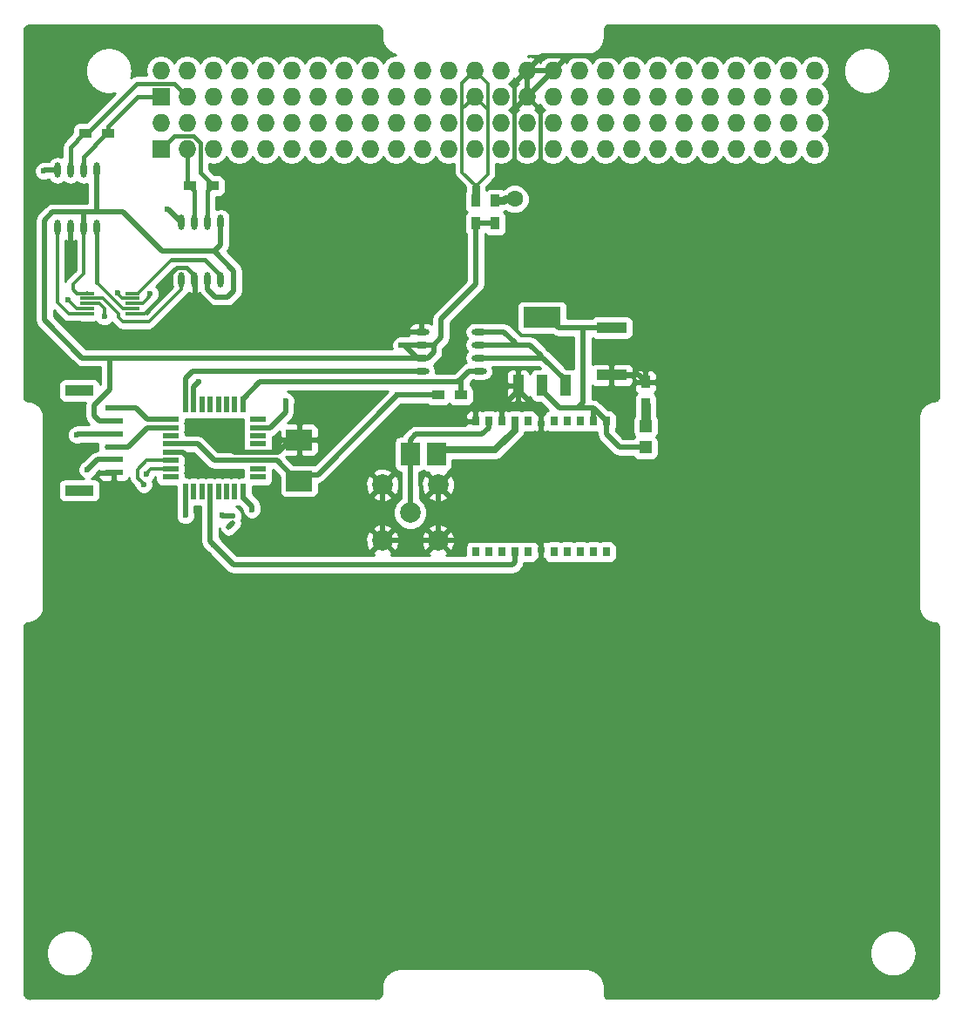
<source format=gbr>
G04 #@! TF.FileFunction,Copper,L1,Top,Signal*
%FSLAX46Y46*%
G04 Gerber Fmt 4.6, Leading zero omitted, Abs format (unit mm)*
G04 Created by KiCad (PCBNEW 4.0.4-stable) date 10/12/16 00:19:34*
%MOMM*%
%LPD*%
G01*
G04 APERTURE LIST*
%ADD10C,0.100000*%
%ADD11R,1.727200X1.727200*%
%ADD12O,1.727200X1.727200*%
%ADD13R,1.400000X0.300000*%
%ADD14C,1.998980*%
%ADD15R,1.825000X2.200000*%
%ADD16R,1.600000X0.550000*%
%ADD17R,0.550000X1.600000*%
%ADD18R,3.000000X1.000000*%
%ADD19R,1.200000X0.900000*%
%ADD20O,1.473200X0.609600*%
%ADD21R,3.657600X2.032000*%
%ADD22R,1.016000X2.032000*%
%ADD23R,0.700000X0.500000*%
%ADD24R,0.700000X0.920000*%
%ADD25O,0.609600X1.473200*%
%ADD26R,1.800000X0.600000*%
%ADD27R,2.800000X1.000000*%
%ADD28R,2.500000X2.000000*%
%ADD29R,0.900000X1.200000*%
%ADD30R,1.198880X1.198880*%
%ADD31C,0.600000*%
%ADD32C,1.600000*%
%ADD33C,0.550000*%
%ADD34C,0.400000*%
%ADD35C,0.300000*%
%ADD36C,0.700000*%
%ADD37C,0.900000*%
%ADD38C,0.800000*%
%ADD39C,0.254000*%
G04 APERTURE END LIST*
D10*
D11*
X78650000Y-64990000D03*
D12*
X78650000Y-62450000D03*
X81190000Y-64990000D03*
X81190000Y-62450000D03*
X83730000Y-64990000D03*
X83730000Y-62450000D03*
X86270000Y-64990000D03*
X86270000Y-62450000D03*
X88810000Y-64990000D03*
X88810000Y-62450000D03*
X91350000Y-64990000D03*
X91350000Y-62450000D03*
X93890000Y-64990000D03*
X93890000Y-62450000D03*
X96430000Y-64990000D03*
X96430000Y-62450000D03*
X98970000Y-64990000D03*
X98970000Y-62450000D03*
X101510000Y-64990000D03*
X101510000Y-62450000D03*
X104050000Y-64990000D03*
X104050000Y-62450000D03*
X106590000Y-64990000D03*
X106590000Y-62450000D03*
X109130000Y-64990000D03*
X109130000Y-62450000D03*
X111670000Y-64990000D03*
X111670000Y-62450000D03*
X114210000Y-64990000D03*
X114210000Y-62450000D03*
X116750000Y-64990000D03*
X116750000Y-62450000D03*
X119290000Y-64990000D03*
X119290000Y-62450000D03*
X121830000Y-64990000D03*
X121830000Y-62450000D03*
X124370000Y-64990000D03*
X124370000Y-62450000D03*
X126910000Y-64990000D03*
X126910000Y-62450000D03*
X129450000Y-64990000D03*
X129450000Y-62450000D03*
X131990000Y-64990000D03*
X131990000Y-62450000D03*
X134530000Y-64990000D03*
X134530000Y-62450000D03*
X137070000Y-64990000D03*
X137070000Y-62450000D03*
X139610000Y-64990000D03*
X139610000Y-62450000D03*
X142150000Y-64990000D03*
X142150000Y-62450000D03*
D13*
X71460000Y-79010000D03*
X71460000Y-79510000D03*
X71460000Y-80010000D03*
X71460000Y-80510000D03*
X71460000Y-81010000D03*
X75860000Y-81010000D03*
X75860000Y-80510000D03*
X75860000Y-80010000D03*
X75860000Y-79510000D03*
X75860000Y-79010000D03*
D14*
X102870000Y-100330000D03*
X100169980Y-103030020D03*
X105570020Y-103030020D03*
X105570020Y-97629980D03*
X100169980Y-97629980D03*
D15*
X102852500Y-94615000D03*
X105427500Y-94615000D03*
D16*
X79570000Y-91250000D03*
X79570000Y-92050000D03*
X79570000Y-92850000D03*
X79570000Y-93650000D03*
X79570000Y-94450000D03*
X79570000Y-95250000D03*
X79570000Y-96050000D03*
X79570000Y-96850000D03*
D17*
X81020000Y-98300000D03*
X81820000Y-98300000D03*
X82620000Y-98300000D03*
X83420000Y-98300000D03*
X84220000Y-98300000D03*
X85020000Y-98300000D03*
X85820000Y-98300000D03*
X86620000Y-98300000D03*
D16*
X88070000Y-96850000D03*
X88070000Y-96050000D03*
X88070000Y-95250000D03*
X88070000Y-94450000D03*
X88070000Y-93650000D03*
X88070000Y-92850000D03*
X88070000Y-92050000D03*
X88070000Y-91250000D03*
D17*
X86620000Y-89800000D03*
X85820000Y-89800000D03*
X85020000Y-89800000D03*
X84220000Y-89800000D03*
X83420000Y-89800000D03*
X82620000Y-89800000D03*
X81820000Y-89800000D03*
X81020000Y-89800000D03*
D11*
X78650000Y-59910000D03*
D12*
X78650000Y-57370000D03*
X81190000Y-59910000D03*
X81190000Y-57370000D03*
X83730000Y-59910000D03*
X83730000Y-57370000D03*
X86270000Y-59910000D03*
X86270000Y-57370000D03*
X88810000Y-59910000D03*
X88810000Y-57370000D03*
X91350000Y-59910000D03*
X91350000Y-57370000D03*
X93890000Y-59910000D03*
X93890000Y-57370000D03*
X96430000Y-59910000D03*
X96430000Y-57370000D03*
X98970000Y-59910000D03*
X98970000Y-57370000D03*
X101510000Y-59910000D03*
X101510000Y-57370000D03*
X104050000Y-59910000D03*
X104050000Y-57370000D03*
X106590000Y-59910000D03*
X106590000Y-57370000D03*
X109130000Y-59910000D03*
X109130000Y-57370000D03*
X111670000Y-59910000D03*
X111670000Y-57370000D03*
X114210000Y-59910000D03*
X114210000Y-57370000D03*
X116750000Y-59910000D03*
X116750000Y-57370000D03*
X119290000Y-59910000D03*
X119290000Y-57370000D03*
X121830000Y-59910000D03*
X121830000Y-57370000D03*
X124370000Y-59910000D03*
X124370000Y-57370000D03*
X126910000Y-59910000D03*
X126910000Y-57370000D03*
X129450000Y-59910000D03*
X129450000Y-57370000D03*
X131990000Y-59910000D03*
X131990000Y-57370000D03*
X134530000Y-59910000D03*
X134530000Y-57370000D03*
X137070000Y-59910000D03*
X137070000Y-57370000D03*
X139610000Y-59910000D03*
X139610000Y-57370000D03*
X142150000Y-59910000D03*
X142150000Y-57370000D03*
D18*
X122428000Y-82347596D03*
X122428000Y-86947596D03*
D19*
X105580000Y-88900000D03*
X107780000Y-88900000D03*
D20*
X103971822Y-82742596D03*
X103971822Y-84012596D03*
X103971822Y-85282596D03*
X103971822Y-86552596D03*
X109559822Y-86552596D03*
X109559822Y-85282596D03*
X109559822Y-84012596D03*
X109559822Y-82742596D03*
D21*
X115655822Y-81345596D03*
D22*
X115655822Y-87949596D03*
X117941822Y-87949596D03*
X113369822Y-87949596D03*
D23*
X115570000Y-103940000D03*
X115570000Y-91640000D03*
D24*
X114300000Y-91440000D03*
X109220000Y-91440000D03*
X110490000Y-91440000D03*
X111760000Y-91440000D03*
X113030000Y-91440000D03*
X120650000Y-91440000D03*
X119380000Y-91440000D03*
X118110000Y-91440000D03*
X116840000Y-91440000D03*
X121920000Y-91440000D03*
X121920000Y-104140000D03*
X116840000Y-104140000D03*
X118110000Y-104140000D03*
X119380000Y-104140000D03*
X120650000Y-104140000D03*
X113030000Y-104140000D03*
X111760000Y-104140000D03*
X110490000Y-104140000D03*
X109220000Y-104140000D03*
X114300000Y-104140000D03*
D25*
X80645000Y-77724000D03*
X81915000Y-77724000D03*
X83185000Y-77724000D03*
X84455000Y-77724000D03*
X84455000Y-72136000D03*
X83185000Y-72136000D03*
X81915000Y-72136000D03*
X80645000Y-72136000D03*
X68580000Y-72644000D03*
X69850000Y-72644000D03*
X71120000Y-72644000D03*
X72390000Y-72644000D03*
X72390000Y-67056000D03*
X71120000Y-67056000D03*
X69850000Y-67056000D03*
X68580000Y-67056000D03*
D26*
X74065000Y-90170000D03*
X74065000Y-91420000D03*
X74065000Y-92670000D03*
X74065000Y-93920000D03*
X74065000Y-95170000D03*
X74065000Y-96420000D03*
D27*
X70715000Y-98145000D03*
X70715000Y-88445000D03*
D28*
X92075000Y-97250000D03*
X92075000Y-93250000D03*
D29*
X125730000Y-89830000D03*
X125730000Y-87630000D03*
D19*
X83650000Y-68580000D03*
X81450000Y-68580000D03*
X73490000Y-63500000D03*
X71290000Y-63500000D03*
D29*
X109220000Y-72220000D03*
X109220000Y-70020000D03*
X111125000Y-72220000D03*
X111125000Y-70020000D03*
D30*
X125730000Y-93980000D03*
X125730000Y-91881960D03*
D31*
X85640784Y-100635796D03*
X84582000Y-100584000D03*
X74168000Y-102786264D03*
X72898000Y-101092000D03*
X102362000Y-82550000D03*
X69850000Y-76200000D03*
X112948534Y-67061289D03*
X115473601Y-67330199D03*
X84836000Y-93472000D03*
X82042000Y-95722000D03*
X101951270Y-84047042D03*
X101590000Y-88900000D03*
X71511411Y-96134355D03*
X82296000Y-87630000D03*
X73152000Y-81280000D03*
X76985637Y-97589971D03*
X74422038Y-78994000D03*
X77193967Y-96545670D03*
X79248000Y-70866000D03*
X81026000Y-100584000D03*
X83726716Y-103415530D03*
X70444573Y-92773813D03*
X87477308Y-100022331D03*
X77597000Y-79057500D03*
X69596000Y-79646000D03*
X67235542Y-67132788D03*
X90741500Y-89471500D03*
D32*
X113030000Y-69850000D03*
D33*
X85640784Y-100635796D02*
X84633796Y-100635796D01*
X84633796Y-100635796D02*
X84582000Y-100584000D01*
X85640784Y-101303216D02*
X85217000Y-101727000D01*
X121920000Y-92710000D02*
X123190000Y-93980000D01*
X119634000Y-82347596D02*
X122005822Y-82347596D01*
X117272596Y-82347596D02*
X119634000Y-82347596D01*
X119634000Y-82347596D02*
X119634000Y-89662000D01*
X117368226Y-90170000D02*
X119126000Y-90170000D01*
X119126000Y-90170000D02*
X120650000Y-90170000D01*
X119634000Y-89662000D02*
X119126000Y-90170000D01*
X116270596Y-81345596D02*
X117272596Y-82347596D01*
X115655822Y-81345596D02*
X116270596Y-81345596D01*
X125730000Y-93980000D02*
X123190000Y-93980000D01*
X121920000Y-92710000D02*
X121920000Y-91440000D01*
X120650000Y-91440000D02*
X120650000Y-90170000D01*
X115655822Y-87949596D02*
X115655822Y-88457596D01*
X115655822Y-88457596D02*
X117368226Y-90170000D01*
X120650000Y-90170000D02*
X121920000Y-91440000D01*
D34*
X115473601Y-67330199D02*
X115473601Y-61173601D01*
X115473601Y-61173601D02*
X114210000Y-59910000D01*
D35*
X75860000Y-81010000D02*
X77054437Y-81010000D01*
X77054437Y-81010000D02*
X79295169Y-78769268D01*
D34*
X79295169Y-78769268D02*
X79295169Y-77420804D01*
X79295169Y-77420804D02*
X80181151Y-76534822D01*
X80181151Y-76534822D02*
X81157622Y-76534822D01*
X81157622Y-76534822D02*
X81915000Y-77292200D01*
X81915000Y-77292200D02*
X81915000Y-77724000D01*
D33*
X73152000Y-100838000D02*
X72898000Y-101092000D01*
X73152000Y-100838000D02*
X72898000Y-101092000D01*
X72898000Y-101092000D02*
X72898000Y-101516264D01*
X72898000Y-101516264D02*
X74168000Y-102786264D01*
D34*
X69850000Y-72644000D02*
X69850000Y-76200000D01*
D33*
X74065000Y-99925000D02*
X73152000Y-100838000D01*
X74065000Y-96420000D02*
X74065000Y-99925000D01*
D34*
X102554596Y-82742596D02*
X102362000Y-82550000D01*
X103971822Y-82742596D02*
X102554596Y-82742596D01*
X112946399Y-58633601D02*
X112946399Y-66634890D01*
D33*
X112946399Y-66634890D02*
X112948534Y-66637025D01*
X112948534Y-66637025D02*
X112948534Y-67061289D01*
X114210000Y-59910000D02*
X116750000Y-57370000D01*
X114210000Y-59910000D02*
X112933601Y-61186399D01*
X114210000Y-57370000D02*
X112946399Y-58633601D01*
X115649200Y-55930800D02*
X120218200Y-55930800D01*
X120218200Y-55930800D02*
X123088400Y-55930800D01*
X116750000Y-57370000D02*
X118189200Y-55930800D01*
X118189200Y-55930800D02*
X120218200Y-55930800D01*
X114210000Y-57370000D02*
X115649200Y-55930800D01*
X88070000Y-94450000D02*
X85814000Y-94450000D01*
X85814000Y-94450000D02*
X84836000Y-93472000D01*
X79570000Y-94450000D02*
X80770000Y-94450000D01*
X80770000Y-94450000D02*
X82042000Y-95722000D01*
X105570020Y-103030020D02*
X115160020Y-103030020D01*
X115160020Y-103030020D02*
X115570000Y-103440000D01*
X115570000Y-103440000D02*
X115570000Y-103940000D01*
X105570020Y-97629980D02*
X105570020Y-103030020D01*
X105570020Y-103030020D02*
X104156528Y-103030020D01*
X104156528Y-103030020D02*
X100169980Y-103030020D01*
X100169980Y-97629980D02*
X100169980Y-99043472D01*
X100169980Y-99043472D02*
X100169980Y-103030020D01*
X88070000Y-94450000D02*
X90043529Y-94450000D01*
X90043529Y-94450000D02*
X91243529Y-93250000D01*
X91243529Y-93250000D02*
X92710000Y-93250000D01*
X111760000Y-90170000D02*
X111760000Y-90067418D01*
X111760000Y-90067418D02*
X113369822Y-88457596D01*
X113369822Y-88457596D02*
X113369822Y-87949596D01*
X111760000Y-91440000D02*
X111760000Y-90170000D01*
X115570000Y-90657774D02*
X115570000Y-91640000D01*
X113369822Y-88457596D02*
X115570000Y-90657774D01*
X122005822Y-86947596D02*
X125047596Y-86947596D01*
X125047596Y-86947596D02*
X125730000Y-87630000D01*
X101590000Y-88900000D02*
X105580000Y-88900000D01*
X111125000Y-72220000D02*
X109220000Y-72220000D01*
X105866218Y-81469816D02*
X109220000Y-78116034D01*
X109220000Y-78116034D02*
X109220000Y-72220000D01*
D35*
X71460000Y-79010000D02*
X70460000Y-79010000D01*
X70460000Y-79010000D02*
X70104000Y-78654000D01*
X70104000Y-78654000D02*
X70104000Y-78076015D01*
X70104000Y-78076015D02*
X71120000Y-77060015D01*
X71120000Y-77060015D02*
X71120000Y-72644000D01*
X71460000Y-79010000D02*
X71460000Y-79001084D01*
D33*
X103970836Y-85281610D02*
X73660000Y-85281610D01*
X73660000Y-85281610D02*
X72022096Y-85281610D01*
X72136000Y-89916000D02*
X73660000Y-88392000D01*
X73660000Y-88392000D02*
X73660000Y-85281610D01*
X72136000Y-90932000D02*
X72136000Y-89916000D01*
X72644000Y-91440000D02*
X72136000Y-90932000D01*
X73239998Y-91440000D02*
X72644000Y-91440000D01*
X74065000Y-91420000D02*
X73259998Y-91420000D01*
X73259998Y-91420000D02*
X73239998Y-91440000D01*
X71237621Y-85282596D02*
X73137928Y-85282596D01*
X72098108Y-85281610D02*
X71008599Y-85281610D01*
X71008599Y-85281610D02*
X67310000Y-81583011D01*
X67310000Y-81583011D02*
X67310000Y-71931327D01*
X67310000Y-71931327D02*
X68121327Y-71120000D01*
X68121327Y-71120000D02*
X71120000Y-71120000D01*
X103971822Y-85282596D02*
X103970836Y-85281610D01*
X72022096Y-85281610D02*
X71996758Y-85306948D01*
X105866218Y-83280974D02*
X105866218Y-81469816D01*
X101985716Y-84012596D02*
X101951270Y-84047042D01*
X102304468Y-84047042D02*
X101951270Y-84047042D01*
X103540022Y-85282596D02*
X102304468Y-84047042D01*
X103971822Y-85282596D02*
X103540022Y-85282596D01*
X103971822Y-84012596D02*
X101985716Y-84012596D01*
X88070000Y-95250000D02*
X89893491Y-95250000D01*
X89893491Y-95250000D02*
X91480263Y-96836772D01*
X83820000Y-74930000D02*
X85725000Y-76835000D01*
X85725000Y-76835000D02*
X85725000Y-78754064D01*
X85725000Y-78754064D02*
X85123726Y-79355338D01*
X85123726Y-79355338D02*
X83952381Y-79355338D01*
X83952381Y-79355338D02*
X83185000Y-78587957D01*
X83185000Y-78587957D02*
X83185000Y-77724000D01*
X92075000Y-96615000D02*
X93875000Y-96615000D01*
X93875000Y-96615000D02*
X101590000Y-88900000D01*
X71882000Y-71120000D02*
X72390000Y-71120000D01*
X72390000Y-70237400D02*
X72390000Y-71120000D01*
X72390000Y-71120000D02*
X74930000Y-71120000D01*
X71120000Y-71120000D02*
X71882000Y-71120000D01*
X71120000Y-72644000D02*
X71120000Y-71120000D01*
X71507400Y-71120000D02*
X71882000Y-71120000D01*
X72390000Y-67056000D02*
X72390000Y-70237400D01*
X84455000Y-72136000D02*
X84455000Y-74295000D01*
X84455000Y-74295000D02*
X83820000Y-74930000D01*
X74930000Y-71120000D02*
X78740000Y-74930000D01*
X78740000Y-74930000D02*
X83820000Y-74930000D01*
X103971822Y-85282596D02*
X104593187Y-85282596D01*
X104593187Y-85282596D02*
X105146994Y-84728789D01*
X105146994Y-84728789D02*
X105146994Y-84000198D01*
X105146994Y-84000198D02*
X105866218Y-83280974D01*
X105866218Y-83280974D02*
X105134596Y-84012596D01*
X105134596Y-84012596D02*
X103971822Y-84012596D01*
X82220000Y-93650000D02*
X83820000Y-95250000D01*
X83820000Y-95250000D02*
X88070000Y-95250000D01*
X79570000Y-93650000D02*
X82220000Y-93650000D01*
X76200000Y-90170000D02*
X77280000Y-91250000D01*
X77280000Y-91250000D02*
X79570000Y-91250000D01*
X74065000Y-90170000D02*
X76200000Y-90170000D01*
X71811410Y-95834356D02*
X71511411Y-96134355D01*
X72475766Y-95170000D02*
X71811410Y-95834356D01*
X74065000Y-95170000D02*
X72475766Y-95170000D01*
X81820000Y-89800000D02*
X81820000Y-88106000D01*
X81820000Y-88106000D02*
X82296000Y-87630000D01*
X102852500Y-94615000D02*
X102852500Y-97772500D01*
X102852500Y-97772500D02*
X102870000Y-97790000D01*
X110490000Y-91440000D02*
X110490000Y-92075000D01*
X110490000Y-92075000D02*
X109855000Y-92710000D01*
X109855000Y-92710000D02*
X103407500Y-92710000D01*
X103407500Y-92710000D02*
X102852500Y-93265000D01*
X102852500Y-93265000D02*
X102852500Y-94615000D01*
X102870000Y-97790000D02*
X102870000Y-100330000D01*
D36*
X105427500Y-94615000D02*
X105847564Y-94194936D01*
X105847564Y-94194936D02*
X111141798Y-94194936D01*
X111141798Y-94194936D02*
X113030000Y-92306734D01*
X113030000Y-92306734D02*
X113030000Y-91440000D01*
D33*
X109559822Y-84012596D02*
X113030000Y-84012596D01*
X113030000Y-84012596D02*
X114492596Y-84012596D01*
X113030000Y-83820000D02*
X113030000Y-84012596D01*
X111952596Y-82742596D02*
X113030000Y-83820000D01*
X109559822Y-82742596D02*
X111952596Y-82742596D01*
X109559822Y-85282596D02*
X115570000Y-85282596D01*
X115570000Y-85282596D02*
X115782822Y-85282596D01*
X114492596Y-84012596D02*
X115570000Y-85090000D01*
X115570000Y-85090000D02*
X115570000Y-85282596D01*
X115782822Y-85282596D02*
X117941822Y-87441596D01*
X117941822Y-87441596D02*
X117941822Y-87949596D01*
D35*
X71460000Y-79510000D02*
X73028363Y-79510000D01*
X73028363Y-79510000D02*
X74519498Y-81001135D01*
X74519498Y-81001135D02*
X74519498Y-81372009D01*
X74519498Y-81372009D02*
X74935489Y-81788000D01*
X77470000Y-81788000D02*
X80645000Y-78613000D01*
X74935489Y-81788000D02*
X77470000Y-81788000D01*
X80645000Y-78613000D02*
X80645000Y-77724000D01*
D34*
X80645000Y-77724000D02*
X80645000Y-78155800D01*
D35*
X68580000Y-72644000D02*
X68580000Y-79911008D01*
X68580000Y-79911008D02*
X69678992Y-81010000D01*
X69678992Y-81010000D02*
X71460000Y-81010000D01*
D34*
X72390000Y-72644000D02*
X72390000Y-77966525D01*
X72390000Y-77966525D02*
X72394424Y-77970949D01*
D35*
X75860000Y-80510000D02*
X74933475Y-80510000D01*
X74933475Y-80510000D02*
X72394424Y-77970949D01*
X72394424Y-77970949D02*
X72394424Y-77634723D01*
X79670009Y-75749991D02*
X76410000Y-79010000D01*
X76410000Y-79010000D02*
X75860000Y-79010000D01*
D34*
X82912791Y-75749991D02*
X79670009Y-75749991D01*
X84455000Y-77292200D02*
X82912791Y-75749991D01*
X84455000Y-77724000D02*
X84455000Y-77292200D01*
X78650000Y-64990000D02*
X78650000Y-64971951D01*
X78650000Y-64971951D02*
X79904199Y-63717752D01*
X79904199Y-63717752D02*
X81801654Y-63717752D01*
X81801654Y-63717752D02*
X82466886Y-64382984D01*
X82466886Y-64382984D02*
X82466399Y-64383471D01*
X82466399Y-64383471D02*
X82466399Y-67293498D01*
X82466399Y-67293498D02*
X83650000Y-68477099D01*
X83650000Y-68477099D02*
X83650000Y-68580000D01*
X83185000Y-72136000D02*
X83185000Y-69045000D01*
X83185000Y-69045000D02*
X83650000Y-68580000D01*
X81915000Y-72136000D02*
X81915000Y-69045000D01*
X81915000Y-69045000D02*
X81450000Y-68580000D01*
X81190000Y-64990000D02*
X81190000Y-68320000D01*
X81190000Y-68320000D02*
X81450000Y-68580000D01*
X71120000Y-65720000D02*
X71120000Y-67056000D01*
X78650000Y-59910000D02*
X76380000Y-59910000D01*
X76380000Y-59910000D02*
X73490000Y-62800000D01*
X73490000Y-62800000D02*
X73490000Y-63500000D01*
X71120000Y-65720000D02*
X73340000Y-63500000D01*
X73340000Y-63500000D02*
X73490000Y-63500000D01*
X71290000Y-63500000D02*
X71440000Y-63500000D01*
X71440000Y-63500000D02*
X76293601Y-58646399D01*
X76293601Y-58646399D02*
X79926399Y-58646399D01*
X79926399Y-58646399D02*
X80326401Y-59046401D01*
X80326401Y-59046401D02*
X81190000Y-59910000D01*
X71290000Y-63500000D02*
X71140000Y-63500000D01*
X71140000Y-63500000D02*
X69850000Y-64790000D01*
X69850000Y-64790000D02*
X69850000Y-67056000D01*
D37*
X125730000Y-89830000D02*
X125730000Y-91881960D01*
D35*
X110418977Y-61198977D02*
X110418977Y-67438399D01*
X110418977Y-67438399D02*
X109220000Y-68637376D01*
D38*
X109220000Y-68637376D02*
X109220000Y-70020000D01*
D35*
X107902767Y-67262767D02*
X109220000Y-68580000D01*
X109220000Y-68580000D02*
X109220000Y-70020000D01*
X110418977Y-61198977D02*
X110418977Y-58658977D01*
X110418977Y-58658977D02*
X109130000Y-57370000D01*
X110418977Y-61198977D02*
X109130000Y-59910000D01*
X107902767Y-61137233D02*
X107902767Y-58597233D01*
X107902767Y-58597233D02*
X109130000Y-57370000D01*
X107902767Y-67262767D02*
X107902767Y-61137233D01*
X107902767Y-61137233D02*
X109130000Y-59910000D01*
X109130000Y-57370000D02*
X107941399Y-58558601D01*
X109130000Y-57370000D02*
X109440000Y-57370000D01*
D33*
X75443369Y-93920000D02*
X77313369Y-92050000D01*
X74065000Y-93920000D02*
X75443369Y-93920000D01*
X77313369Y-92050000D02*
X79570000Y-92050000D01*
X73465000Y-93920000D02*
X74065000Y-93920000D01*
D35*
X72325580Y-80010000D02*
X72694100Y-80010000D01*
X72694100Y-80010000D02*
X73152000Y-80467900D01*
X73152000Y-80467900D02*
X73152000Y-80855736D01*
X73152000Y-80855736D02*
X73152000Y-81280000D01*
X79570000Y-95250000D02*
X77264188Y-95250000D01*
X77264188Y-95250000D02*
X76357381Y-96156807D01*
X76357381Y-96156807D02*
X76357381Y-96961715D01*
X76357381Y-96961715D02*
X76685638Y-97289972D01*
X76685638Y-97289972D02*
X76985637Y-97589971D01*
X72333464Y-80017884D02*
X72325580Y-80010000D01*
X72325580Y-80010000D02*
X71460000Y-80010000D01*
X74422000Y-79072000D02*
X74422000Y-78994038D01*
X74860000Y-79510000D02*
X74422000Y-79072000D01*
X74422000Y-78994038D02*
X74422038Y-78994000D01*
X75860000Y-79510000D02*
X74860000Y-79510000D01*
X77689637Y-96050000D02*
X77493966Y-96245671D01*
X79570000Y-96050000D02*
X77689637Y-96050000D01*
X77493966Y-96245671D02*
X77193967Y-96545670D01*
D33*
X79248000Y-70866000D02*
X79375000Y-70866000D01*
X79375000Y-70866000D02*
X80645000Y-72136000D01*
X81020000Y-98300000D02*
X81020000Y-100578000D01*
X81020000Y-100578000D02*
X81026000Y-100584000D01*
X83426717Y-103115531D02*
X83726716Y-103415530D01*
X83420000Y-103108814D02*
X83426717Y-103115531D01*
X83420000Y-98300000D02*
X83420000Y-103108814D01*
X84026715Y-103715529D02*
X83726716Y-103415530D01*
X85688204Y-105377018D02*
X84026715Y-103715529D01*
X112802982Y-105377018D02*
X85688204Y-105377018D01*
X113030000Y-105150000D02*
X112802982Y-105377018D01*
X113030000Y-104140000D02*
X113030000Y-105150000D01*
X70548386Y-92670000D02*
X70444573Y-92773813D01*
X74065000Y-92670000D02*
X70548386Y-92670000D01*
D35*
X75860000Y-80010000D02*
X76200000Y-80010000D01*
X71460000Y-80510000D02*
X70462391Y-80510000D01*
X70462391Y-80510000D02*
X69606911Y-79654520D01*
X69606911Y-79654520D02*
X69604520Y-79654520D01*
X69604520Y-79654520D02*
X69596000Y-79646000D01*
D33*
X87477308Y-99682308D02*
X87477308Y-100022331D01*
X86620000Y-98825000D02*
X87477308Y-99682308D01*
X86620000Y-98300000D02*
X86620000Y-98825000D01*
D35*
X77597000Y-79248000D02*
X77279500Y-79565500D01*
X77279500Y-79565500D02*
X77279500Y-79590500D01*
X77597000Y-79057500D02*
X77597000Y-79248000D01*
X75860000Y-80010000D02*
X76860000Y-80010000D01*
X76860000Y-80010000D02*
X77279500Y-79590500D01*
D33*
X67312330Y-67056000D02*
X67235542Y-67132788D01*
X68580000Y-67056000D02*
X67312330Y-67056000D01*
X88070000Y-92050000D02*
X89270000Y-92050000D01*
X89270000Y-92050000D02*
X90741500Y-90578500D01*
X90741500Y-90578500D02*
X90741500Y-89471500D01*
X108130818Y-86995000D02*
X108573222Y-86552596D01*
X108130818Y-86995000D02*
X107780000Y-87345818D01*
X107495818Y-87630000D02*
X108130818Y-86995000D01*
X107780000Y-87345818D02*
X107780000Y-88900000D01*
X88265000Y-87630000D02*
X107495818Y-87630000D01*
X108573222Y-86552596D02*
X109559822Y-86552596D01*
X86620000Y-89800000D02*
X86620000Y-89275000D01*
X86620000Y-89275000D02*
X88265000Y-87630000D01*
X81722404Y-86552596D02*
X81020000Y-87255000D01*
X81020000Y-87255000D02*
X81020000Y-89800000D01*
X103971822Y-86552596D02*
X81722404Y-86552596D01*
D38*
X112145000Y-69850000D02*
X113030000Y-69850000D01*
X111125000Y-70020000D02*
X111975000Y-70020000D01*
X111975000Y-70020000D02*
X112145000Y-69850000D01*
D39*
G36*
X65931100Y-52979900D02*
X65937635Y-52978600D01*
X99444292Y-52978600D01*
X99501100Y-52989900D01*
X99514739Y-52987187D01*
X99528478Y-52989353D01*
X99539803Y-52988900D01*
X99562389Y-52988900D01*
X99583413Y-52989743D01*
X99604267Y-52991505D01*
X99625718Y-52994192D01*
X99646850Y-52997750D01*
X99668152Y-53002246D01*
X99688462Y-53007407D01*
X99708824Y-53013541D01*
X99729969Y-53020843D01*
X99749774Y-53028595D01*
X99768792Y-53037001D01*
X99787982Y-53046468D01*
X99806983Y-53056836D01*
X99825261Y-53067811D01*
X99842965Y-53079486D01*
X99860768Y-53092322D01*
X99877774Y-53105650D01*
X99893842Y-53119386D01*
X99909426Y-53133863D01*
X99924387Y-53148994D01*
X99939036Y-53165082D01*
X99952693Y-53181377D01*
X99965785Y-53198431D01*
X99978121Y-53215907D01*
X99989262Y-53233237D01*
X100000493Y-53252445D01*
X100010696Y-53271549D01*
X100019817Y-53290592D01*
X100028347Y-53310425D01*
X100035849Y-53330107D01*
X100042586Y-53350318D01*
X100048692Y-53371514D01*
X100053802Y-53392341D01*
X100057849Y-53412576D01*
X100061165Y-53433803D01*
X100063705Y-53455907D01*
X100065263Y-53476874D01*
X100065896Y-53497959D01*
X100065534Y-53534137D01*
X100067109Y-53542493D01*
X100064900Y-53553600D01*
X100066100Y-53559633D01*
X100066100Y-53973600D01*
X100066994Y-53978094D01*
X100066734Y-53979336D01*
X100066234Y-54029237D01*
X100068816Y-54042935D01*
X100066509Y-54056682D01*
X100068009Y-54106582D01*
X100071452Y-54121531D01*
X100069583Y-54136754D01*
X100073283Y-54186553D01*
X100077025Y-54200047D01*
X100075879Y-54214005D01*
X100081579Y-54263605D01*
X100085889Y-54277023D01*
X100085305Y-54291106D01*
X100093005Y-54340407D01*
X100098087Y-54354273D01*
X100098102Y-54369040D01*
X100107902Y-54418039D01*
X100113668Y-54431919D01*
X100114333Y-54446931D01*
X100126233Y-54495431D01*
X100132106Y-54508006D01*
X100133273Y-54521835D01*
X100147072Y-54569735D01*
X100153658Y-54582483D01*
X100155452Y-54596716D01*
X100171252Y-54644116D01*
X100178556Y-54656928D01*
X100181019Y-54671471D01*
X100198819Y-54718171D01*
X100206595Y-54730561D01*
X100209642Y-54744864D01*
X100229341Y-54790663D01*
X100237486Y-54802503D01*
X100241057Y-54816421D01*
X100262657Y-54861421D01*
X100271076Y-54872637D01*
X100275106Y-54886070D01*
X100298506Y-54930171D01*
X100307952Y-54941752D01*
X100312858Y-54955870D01*
X100338158Y-54998970D01*
X100347530Y-55009503D01*
X100352693Y-55022619D01*
X100379693Y-55064619D01*
X100390156Y-55075460D01*
X100396277Y-55089228D01*
X100425077Y-55130028D01*
X100435180Y-55139626D01*
X100441345Y-55152121D01*
X100471745Y-55191721D01*
X100482947Y-55201540D01*
X100490106Y-55214608D01*
X100522206Y-55252908D01*
X100533342Y-55261856D01*
X100540714Y-55274091D01*
X100574314Y-55310991D01*
X100585819Y-55319482D01*
X100593695Y-55331416D01*
X100628796Y-55366916D01*
X100641031Y-55375192D01*
X100649686Y-55387166D01*
X100686286Y-55421166D01*
X100698506Y-55428696D01*
X100707387Y-55439972D01*
X100745287Y-55472372D01*
X100758208Y-55479616D01*
X100767859Y-55490851D01*
X100807159Y-55521651D01*
X100819593Y-55527942D01*
X100829090Y-55538141D01*
X100869590Y-55567341D01*
X100882774Y-55573361D01*
X100893083Y-55583546D01*
X100934783Y-55611046D01*
X100948390Y-55616586D01*
X100959269Y-55626462D01*
X101002068Y-55652161D01*
X101015575Y-55657006D01*
X101026590Y-55666206D01*
X101070390Y-55690106D01*
X101084078Y-55694388D01*
X101095454Y-55703119D01*
X101140254Y-55725219D01*
X101154392Y-55729009D01*
X101166368Y-55737425D01*
X101212067Y-55757625D01*
X101226705Y-55760896D01*
X101239335Y-55768981D01*
X101285835Y-55787181D01*
X101299721Y-55789661D01*
X101311900Y-55796778D01*
X101359100Y-55813078D01*
X101372855Y-55814963D01*
X101385112Y-55821484D01*
X101432912Y-55835884D01*
X101448053Y-55837346D01*
X101461782Y-55843897D01*
X101478856Y-55848236D01*
X100936511Y-55956115D01*
X100450330Y-56280971D01*
X100240000Y-56595752D01*
X100029670Y-56280971D01*
X99543489Y-55956115D01*
X98970000Y-55842041D01*
X98396511Y-55956115D01*
X97910330Y-56280971D01*
X97700000Y-56595752D01*
X97489670Y-56280971D01*
X97003489Y-55956115D01*
X96430000Y-55842041D01*
X95856511Y-55956115D01*
X95370330Y-56280971D01*
X95160000Y-56595752D01*
X94949670Y-56280971D01*
X94463489Y-55956115D01*
X93890000Y-55842041D01*
X93316511Y-55956115D01*
X92830330Y-56280971D01*
X92620000Y-56595752D01*
X92409670Y-56280971D01*
X91923489Y-55956115D01*
X91350000Y-55842041D01*
X90776511Y-55956115D01*
X90290330Y-56280971D01*
X90080000Y-56595752D01*
X89869670Y-56280971D01*
X89383489Y-55956115D01*
X88810000Y-55842041D01*
X88236511Y-55956115D01*
X87750330Y-56280971D01*
X87540000Y-56595752D01*
X87329670Y-56280971D01*
X86843489Y-55956115D01*
X86270000Y-55842041D01*
X85696511Y-55956115D01*
X85210330Y-56280971D01*
X85000000Y-56595752D01*
X84789670Y-56280971D01*
X84303489Y-55956115D01*
X83730000Y-55842041D01*
X83156511Y-55956115D01*
X82670330Y-56280971D01*
X82460000Y-56595752D01*
X82249670Y-56280971D01*
X81763489Y-55956115D01*
X81190000Y-55842041D01*
X80616511Y-55956115D01*
X80130330Y-56280971D01*
X79920000Y-56595752D01*
X79709670Y-56280971D01*
X79223489Y-55956115D01*
X78650000Y-55842041D01*
X78076511Y-55956115D01*
X77590330Y-56280971D01*
X77265474Y-56767152D01*
X77151400Y-57340641D01*
X77151400Y-57399359D01*
X77233360Y-57811399D01*
X76293601Y-57811399D01*
X75974060Y-57874960D01*
X75751074Y-58023955D01*
X75752620Y-58018938D01*
X75753817Y-58007314D01*
X75759021Y-57996855D01*
X75772121Y-57948656D01*
X75772821Y-57938536D01*
X75777073Y-57929327D01*
X75788773Y-57880727D01*
X75789225Y-57869399D01*
X75793640Y-57858958D01*
X75803740Y-57810058D01*
X75803818Y-57799393D01*
X75807669Y-57789447D01*
X75816269Y-57740247D01*
X75816023Y-57729701D01*
X75819533Y-57719750D01*
X75826633Y-57670350D01*
X75825989Y-57658352D01*
X75829592Y-57646891D01*
X75834992Y-57597192D01*
X75834131Y-57587451D01*
X75836801Y-57578043D01*
X75840801Y-57528244D01*
X75839425Y-57516460D01*
X75842274Y-57504940D01*
X75844574Y-57455040D01*
X75843008Y-57444701D01*
X75845212Y-57434481D01*
X75846012Y-57384581D01*
X75844010Y-57373600D01*
X75846012Y-57362619D01*
X75845212Y-57312719D01*
X75843008Y-57302499D01*
X75844574Y-57292160D01*
X75842274Y-57242260D01*
X75839425Y-57230740D01*
X75840801Y-57218956D01*
X75836801Y-57169157D01*
X75834131Y-57159749D01*
X75834992Y-57150008D01*
X75829592Y-57100309D01*
X75825989Y-57088848D01*
X75826633Y-57076850D01*
X75819533Y-57027450D01*
X75816023Y-57017499D01*
X75816269Y-57006953D01*
X75807669Y-56957753D01*
X75803818Y-56947807D01*
X75803740Y-56937142D01*
X75793640Y-56888242D01*
X75789225Y-56877801D01*
X75788773Y-56866473D01*
X75777073Y-56817873D01*
X75772821Y-56808664D01*
X75772121Y-56798544D01*
X75759021Y-56750345D01*
X75753817Y-56739886D01*
X75752620Y-56728262D01*
X75737920Y-56680562D01*
X75732784Y-56671055D01*
X75731345Y-56660348D01*
X75715145Y-56613048D01*
X75709494Y-56603322D01*
X75707636Y-56592227D01*
X75689936Y-56545527D01*
X75684448Y-56536747D01*
X75682435Y-56526590D01*
X75663335Y-56480391D01*
X75657289Y-56471330D01*
X75654838Y-56460715D01*
X75634338Y-56415215D01*
X75627633Y-56405816D01*
X75624663Y-56394658D01*
X75602663Y-56349858D01*
X75596229Y-56341444D01*
X75593195Y-56331297D01*
X75569795Y-56287097D01*
X75563088Y-56278858D01*
X75559736Y-56268779D01*
X75535037Y-56225379D01*
X75527679Y-56216883D01*
X75523791Y-56206342D01*
X75497691Y-56163741D01*
X75490213Y-56155650D01*
X75486076Y-56145440D01*
X75458676Y-56103741D01*
X75450818Y-56095760D01*
X75446278Y-56085517D01*
X75417478Y-56044617D01*
X75409613Y-56037128D01*
X75404906Y-56027342D01*
X75374906Y-55987442D01*
X75367110Y-55980468D01*
X75362295Y-55971184D01*
X75331095Y-55932184D01*
X75322764Y-55925171D01*
X75317451Y-55915665D01*
X75285051Y-55877665D01*
X75276143Y-55870630D01*
X75270286Y-55860910D01*
X75236686Y-55824009D01*
X75227941Y-55817554D01*
X75222044Y-55808425D01*
X75187245Y-55772526D01*
X75178452Y-55766450D01*
X75172380Y-55757655D01*
X75136510Y-55722854D01*
X75127102Y-55716772D01*
X75120447Y-55707765D01*
X75083507Y-55674165D01*
X75073982Y-55668433D01*
X75067093Y-55659707D01*
X75029103Y-55627307D01*
X75019634Y-55622013D01*
X75012650Y-55613712D01*
X74973670Y-55582512D01*
X74964162Y-55577578D01*
X74957015Y-55569596D01*
X74917075Y-55539596D01*
X74907544Y-55535017D01*
X74900256Y-55527358D01*
X74859386Y-55498558D01*
X74848861Y-55493889D01*
X74840654Y-55485817D01*
X74798905Y-55458417D01*
X74788936Y-55454384D01*
X74781041Y-55447084D01*
X74738461Y-55420984D01*
X74727883Y-55417080D01*
X74719360Y-55409697D01*
X74675970Y-55384997D01*
X74666013Y-55381685D01*
X74657877Y-55375055D01*
X74613726Y-55351655D01*
X74603277Y-55348525D01*
X74594610Y-55341904D01*
X74549760Y-55319904D01*
X74538667Y-55316957D01*
X74529321Y-55310293D01*
X74483791Y-55289793D01*
X74473416Y-55287400D01*
X74464560Y-55281485D01*
X74418420Y-55262385D01*
X74408036Y-55260322D01*
X74399057Y-55254712D01*
X74352326Y-55237012D01*
X74341415Y-55235187D01*
X74331852Y-55229627D01*
X74284602Y-55213427D01*
X74273702Y-55211958D01*
X74264024Y-55206733D01*
X74216284Y-55192033D01*
X74204777Y-55190851D01*
X74194424Y-55185698D01*
X74146245Y-55172598D01*
X74136139Y-55171898D01*
X74126940Y-55167649D01*
X74078370Y-55155949D01*
X74066980Y-55155493D01*
X74056481Y-55151054D01*
X74007571Y-55140954D01*
X73996907Y-55140876D01*
X73986964Y-55137027D01*
X73937754Y-55128427D01*
X73927170Y-55128674D01*
X73917183Y-55125153D01*
X73867734Y-55118053D01*
X73855822Y-55118694D01*
X73844445Y-55115116D01*
X73794795Y-55109716D01*
X73785022Y-55110578D01*
X73775584Y-55107900D01*
X73725794Y-55103900D01*
X73714005Y-55105276D01*
X73702480Y-55102426D01*
X73652580Y-55100126D01*
X73642235Y-55101693D01*
X73632011Y-55099488D01*
X73582072Y-55098688D01*
X73571100Y-55100688D01*
X73560128Y-55098688D01*
X73510188Y-55099488D01*
X73499964Y-55101692D01*
X73489620Y-55100126D01*
X73439720Y-55102426D01*
X73428194Y-55105276D01*
X73416405Y-55103900D01*
X73366616Y-55107900D01*
X73357178Y-55110578D01*
X73347405Y-55109716D01*
X73297755Y-55115116D01*
X73286378Y-55118694D01*
X73274466Y-55118053D01*
X73225016Y-55125153D01*
X73215029Y-55128674D01*
X73204446Y-55128427D01*
X73155236Y-55137027D01*
X73145293Y-55140876D01*
X73134629Y-55140954D01*
X73085719Y-55151054D01*
X73075220Y-55155493D01*
X73063829Y-55155949D01*
X73015260Y-55167649D01*
X73006061Y-55171898D01*
X72995955Y-55172598D01*
X72947775Y-55185698D01*
X72937422Y-55190851D01*
X72925916Y-55192033D01*
X72878176Y-55206733D01*
X72868498Y-55211958D01*
X72857598Y-55213427D01*
X72810348Y-55229627D01*
X72800785Y-55235187D01*
X72789874Y-55237012D01*
X72743144Y-55254712D01*
X72734188Y-55260308D01*
X72723828Y-55262365D01*
X72677679Y-55281465D01*
X72668777Y-55287409D01*
X72658348Y-55289816D01*
X72612828Y-55310316D01*
X72603530Y-55316947D01*
X72592494Y-55319878D01*
X72547634Y-55341877D01*
X72538916Y-55348536D01*
X72528407Y-55351685D01*
X72484267Y-55375085D01*
X72476156Y-55381695D01*
X72466231Y-55384997D01*
X72422840Y-55409697D01*
X72414316Y-55417081D01*
X72403740Y-55420984D01*
X72361159Y-55447084D01*
X72353264Y-55454384D01*
X72343295Y-55458417D01*
X72301545Y-55485817D01*
X72293338Y-55493890D01*
X72282814Y-55498558D01*
X72241944Y-55527358D01*
X72234656Y-55535017D01*
X72225125Y-55539596D01*
X72185185Y-55569596D01*
X72178038Y-55577578D01*
X72168530Y-55582512D01*
X72129550Y-55613712D01*
X72122566Y-55622013D01*
X72113097Y-55627307D01*
X72075107Y-55659707D01*
X72068219Y-55668432D01*
X72058692Y-55674165D01*
X72021753Y-55707765D01*
X72015098Y-55716772D01*
X72005690Y-55722854D01*
X71969820Y-55757654D01*
X71963634Y-55766615D01*
X71954682Y-55772808D01*
X71919921Y-55808708D01*
X71914193Y-55817587D01*
X71905690Y-55823859D01*
X71872071Y-55860759D01*
X71866267Y-55870385D01*
X71857440Y-55877347D01*
X71825000Y-55915348D01*
X71819659Y-55924891D01*
X71811285Y-55931933D01*
X71780056Y-55970933D01*
X71775137Y-55980408D01*
X71767178Y-55987529D01*
X71737188Y-56027429D01*
X71732309Y-56037577D01*
X71724166Y-56045351D01*
X71695446Y-56086251D01*
X71691151Y-56095977D01*
X71683690Y-56103549D01*
X71656270Y-56145249D01*
X71652086Y-56155564D01*
X71644529Y-56163741D01*
X71618429Y-56206341D01*
X71614645Y-56216602D01*
X71607478Y-56224862D01*
X71582728Y-56268262D01*
X71579214Y-56278799D01*
X71572205Y-56287418D01*
X71548835Y-56331618D01*
X71545823Y-56341711D01*
X71539429Y-56350079D01*
X71517449Y-56394880D01*
X71514597Y-56405610D01*
X71508139Y-56414645D01*
X71487589Y-56460145D01*
X71485085Y-56470942D01*
X71478932Y-56480157D01*
X71459812Y-56526357D01*
X71457707Y-56536957D01*
X71451987Y-56546127D01*
X71434337Y-56592827D01*
X71432521Y-56603732D01*
X71426971Y-56613293D01*
X71410791Y-56660593D01*
X71409364Y-56671238D01*
X71404262Y-56680687D01*
X71389572Y-56728387D01*
X71388439Y-56739409D01*
X71383487Y-56749323D01*
X71370307Y-56797524D01*
X71369535Y-56808447D01*
X71364952Y-56818392D01*
X71353292Y-56866991D01*
X71352867Y-56877846D01*
X71348631Y-56887848D01*
X71338501Y-56936747D01*
X71338414Y-56947753D01*
X71334444Y-56958018D01*
X71325864Y-57007219D01*
X71326121Y-57018044D01*
X71322532Y-57028257D01*
X71315492Y-57077657D01*
X71316097Y-57088688D01*
X71312766Y-57099226D01*
X71307286Y-57148926D01*
X71308227Y-57159771D01*
X71305272Y-57170247D01*
X71301352Y-57220047D01*
X71302633Y-57230867D01*
X71300005Y-57241439D01*
X71297645Y-57291339D01*
X71299281Y-57302229D01*
X71296964Y-57312994D01*
X71296184Y-57362894D01*
X71298140Y-57373600D01*
X71296184Y-57384306D01*
X71296964Y-57434206D01*
X71299281Y-57444971D01*
X71297645Y-57455861D01*
X71300005Y-57505761D01*
X71302633Y-57516333D01*
X71301352Y-57527153D01*
X71305272Y-57576953D01*
X71308227Y-57587429D01*
X71307286Y-57598274D01*
X71312766Y-57647974D01*
X71316097Y-57658512D01*
X71315492Y-57669543D01*
X71322532Y-57718943D01*
X71326121Y-57729156D01*
X71325864Y-57739981D01*
X71334444Y-57789182D01*
X71338414Y-57799447D01*
X71338501Y-57810453D01*
X71348631Y-57859352D01*
X71352867Y-57869354D01*
X71353292Y-57880209D01*
X71364952Y-57928808D01*
X71369535Y-57938753D01*
X71370307Y-57949676D01*
X71383487Y-57997877D01*
X71388439Y-58007791D01*
X71389572Y-58018813D01*
X71404262Y-58066513D01*
X71409364Y-58075962D01*
X71410791Y-58086607D01*
X71426971Y-58133907D01*
X71432521Y-58143468D01*
X71434337Y-58154373D01*
X71451987Y-58201073D01*
X71457707Y-58210243D01*
X71459812Y-58220843D01*
X71478932Y-58267043D01*
X71485085Y-58276258D01*
X71487589Y-58287055D01*
X71508139Y-58332555D01*
X71514597Y-58341590D01*
X71517449Y-58352320D01*
X71539429Y-58397121D01*
X71545823Y-58405489D01*
X71548835Y-58415582D01*
X71572205Y-58459782D01*
X71579214Y-58468401D01*
X71582728Y-58478938D01*
X71607478Y-58522338D01*
X71614645Y-58530598D01*
X71618429Y-58540859D01*
X71644529Y-58583459D01*
X71652086Y-58591636D01*
X71656270Y-58601951D01*
X71683690Y-58643651D01*
X71691151Y-58651223D01*
X71695446Y-58660949D01*
X71724166Y-58701849D01*
X71732309Y-58709623D01*
X71737188Y-58719771D01*
X71767178Y-58759671D01*
X71775137Y-58766792D01*
X71780056Y-58776267D01*
X71811285Y-58815267D01*
X71819659Y-58822309D01*
X71825000Y-58831852D01*
X71857440Y-58869853D01*
X71866267Y-58876815D01*
X71872071Y-58886441D01*
X71905690Y-58923341D01*
X71914193Y-58929613D01*
X71919921Y-58938492D01*
X71954682Y-58974392D01*
X71963634Y-58980585D01*
X71969820Y-58989546D01*
X72005690Y-59024346D01*
X72015098Y-59030428D01*
X72021753Y-59039435D01*
X72058692Y-59073035D01*
X72068219Y-59078768D01*
X72075107Y-59087493D01*
X72113097Y-59119893D01*
X72122092Y-59124922D01*
X72128715Y-59132819D01*
X72167695Y-59164119D01*
X72178171Y-59169576D01*
X72186063Y-59178362D01*
X72226003Y-59208262D01*
X72235039Y-59212585D01*
X72241944Y-59219842D01*
X72282814Y-59248642D01*
X72293338Y-59253310D01*
X72301545Y-59261383D01*
X72343295Y-59288783D01*
X72353264Y-59292816D01*
X72361159Y-59300116D01*
X72403740Y-59326216D01*
X72414316Y-59330119D01*
X72422840Y-59337503D01*
X72466231Y-59362203D01*
X72476156Y-59365505D01*
X72484267Y-59372115D01*
X72528407Y-59395515D01*
X72538916Y-59398664D01*
X72547634Y-59405323D01*
X72592494Y-59427322D01*
X72603530Y-59430253D01*
X72612828Y-59436884D01*
X72658348Y-59457384D01*
X72668777Y-59459791D01*
X72677679Y-59465735D01*
X72723828Y-59484835D01*
X72734188Y-59486892D01*
X72743144Y-59492488D01*
X72789874Y-59510188D01*
X72800785Y-59512013D01*
X72810348Y-59517573D01*
X72857598Y-59533773D01*
X72868498Y-59535242D01*
X72878176Y-59540467D01*
X72925916Y-59555167D01*
X72937422Y-59556349D01*
X72947775Y-59561502D01*
X72995955Y-59574602D01*
X73006061Y-59575302D01*
X73015260Y-59579551D01*
X73063829Y-59591251D01*
X73075220Y-59591707D01*
X73085719Y-59596146D01*
X73134629Y-59606246D01*
X73145293Y-59606324D01*
X73155236Y-59610173D01*
X73204446Y-59618773D01*
X73215029Y-59618526D01*
X73225016Y-59622047D01*
X73274466Y-59629147D01*
X73286378Y-59628506D01*
X73297755Y-59632084D01*
X73347405Y-59637484D01*
X73357178Y-59636622D01*
X73366616Y-59639300D01*
X73416405Y-59643300D01*
X73428194Y-59641924D01*
X73439720Y-59644774D01*
X73489620Y-59647074D01*
X73499964Y-59645508D01*
X73510188Y-59647712D01*
X73560128Y-59648512D01*
X73571100Y-59646512D01*
X73582072Y-59648512D01*
X73632011Y-59647712D01*
X73642235Y-59645507D01*
X73652580Y-59647074D01*
X73702480Y-59644774D01*
X73714005Y-59641924D01*
X73725794Y-59643300D01*
X73775584Y-59639300D01*
X73785022Y-59636622D01*
X73794795Y-59637484D01*
X73844445Y-59632084D01*
X73855822Y-59628506D01*
X73867734Y-59629147D01*
X73917183Y-59622047D01*
X73927170Y-59618526D01*
X73937754Y-59618773D01*
X73986964Y-59610173D01*
X73996907Y-59606324D01*
X74007571Y-59606246D01*
X74056481Y-59596146D01*
X74066980Y-59591707D01*
X74078370Y-59591251D01*
X74126940Y-59579551D01*
X74136139Y-59575302D01*
X74146245Y-59574602D01*
X74194424Y-59561502D01*
X74200807Y-59558325D01*
X71356572Y-62402560D01*
X70690000Y-62402560D01*
X70454683Y-62446838D01*
X70238559Y-62585910D01*
X70093569Y-62798110D01*
X70042560Y-63050000D01*
X70042560Y-63416571D01*
X69259566Y-64199566D01*
X69078561Y-64470459D01*
X69015000Y-64790000D01*
X69015000Y-65779417D01*
X68939646Y-65729067D01*
X68580000Y-65657529D01*
X68220354Y-65729067D01*
X67915461Y-65932790D01*
X67772999Y-66146000D01*
X67312330Y-66146000D01*
X67052779Y-66197628D01*
X67050375Y-66197626D01*
X67048133Y-66198552D01*
X66964088Y-66215270D01*
X66893461Y-66262461D01*
X66706599Y-66339671D01*
X66443350Y-66602461D01*
X66300704Y-66945989D01*
X66300380Y-67317955D01*
X66442425Y-67661731D01*
X66705215Y-67924980D01*
X67048743Y-68067626D01*
X67420709Y-68067950D01*
X67667447Y-67966000D01*
X67772999Y-67966000D01*
X67915461Y-68179210D01*
X68220354Y-68382933D01*
X68580000Y-68454471D01*
X68939646Y-68382933D01*
X69215000Y-68198947D01*
X69490354Y-68382933D01*
X69850000Y-68454471D01*
X70209646Y-68382933D01*
X70485000Y-68198947D01*
X70760354Y-68382933D01*
X71120000Y-68454471D01*
X71479646Y-68382933D01*
X71480000Y-68382696D01*
X71480000Y-70210000D01*
X68121327Y-70210000D01*
X67773085Y-70279270D01*
X67686601Y-70337057D01*
X67477860Y-70476533D01*
X66666533Y-71287860D01*
X66469270Y-71583085D01*
X66400000Y-71931327D01*
X66400000Y-81583011D01*
X66469270Y-81931253D01*
X66666533Y-82226478D01*
X70365132Y-85925077D01*
X70660357Y-86122340D01*
X71008599Y-86191610D01*
X71232664Y-86191610D01*
X71237621Y-86192596D01*
X71874333Y-86192596D01*
X71996758Y-86216948D01*
X72119183Y-86192596D01*
X72750000Y-86192596D01*
X72750000Y-87878887D01*
X72718162Y-87709683D01*
X72579090Y-87493559D01*
X72366890Y-87348569D01*
X72115000Y-87297560D01*
X69315000Y-87297560D01*
X69079683Y-87341838D01*
X68863559Y-87480910D01*
X68718569Y-87693110D01*
X68667560Y-87945000D01*
X68667560Y-88945000D01*
X68711838Y-89180317D01*
X68850910Y-89396441D01*
X69063110Y-89541431D01*
X69315000Y-89592440D01*
X71290360Y-89592440D01*
X71226000Y-89916000D01*
X71226000Y-90932000D01*
X71295270Y-91280242D01*
X71492533Y-91575467D01*
X71677066Y-91760000D01*
X70548386Y-91760000D01*
X70200144Y-91829270D01*
X70067324Y-91918017D01*
X69915630Y-91980696D01*
X69652381Y-92243486D01*
X69509735Y-92587014D01*
X69509411Y-92958980D01*
X69651456Y-93302756D01*
X69914246Y-93566005D01*
X70257774Y-93708651D01*
X70629740Y-93708975D01*
X70941884Y-93580000D01*
X72525660Y-93580000D01*
X72517560Y-93620000D01*
X72517560Y-94220000D01*
X72525087Y-94260000D01*
X72475766Y-94260000D01*
X72127524Y-94329270D01*
X71832299Y-94526533D01*
X71042327Y-95316505D01*
X70982468Y-95341238D01*
X70719219Y-95604028D01*
X70576573Y-95947556D01*
X70576249Y-96319522D01*
X70718294Y-96663298D01*
X70981084Y-96926547D01*
X71152101Y-96997560D01*
X69315000Y-96997560D01*
X69079683Y-97041838D01*
X68863559Y-97180910D01*
X68718569Y-97393110D01*
X68667560Y-97645000D01*
X68667560Y-98645000D01*
X68711838Y-98880317D01*
X68850910Y-99096441D01*
X69063110Y-99241431D01*
X69315000Y-99292440D01*
X72115000Y-99292440D01*
X72350317Y-99248162D01*
X72566441Y-99109090D01*
X72711431Y-98896890D01*
X72762440Y-98645000D01*
X72762440Y-97645000D01*
X72718162Y-97409683D01*
X72579090Y-97193559D01*
X72366890Y-97048569D01*
X72115000Y-96997560D01*
X71870728Y-96997560D01*
X72040354Y-96927472D01*
X72262463Y-96705750D01*
X72530000Y-96705750D01*
X72530000Y-96846309D01*
X72626673Y-97079698D01*
X72805301Y-97258327D01*
X73038690Y-97355000D01*
X73779250Y-97355000D01*
X73938000Y-97196250D01*
X73938000Y-96547000D01*
X72688750Y-96547000D01*
X72530000Y-96705750D01*
X72262463Y-96705750D01*
X72303603Y-96664682D01*
X72328872Y-96603828D01*
X72664225Y-96268475D01*
X72688750Y-96293000D01*
X73938000Y-96293000D01*
X73938000Y-96273000D01*
X74192000Y-96273000D01*
X74192000Y-96293000D01*
X74212000Y-96293000D01*
X74212000Y-96547000D01*
X74192000Y-96547000D01*
X74192000Y-97196250D01*
X74350750Y-97355000D01*
X75091310Y-97355000D01*
X75324699Y-97258327D01*
X75503327Y-97079698D01*
X75572381Y-96912987D01*
X75572381Y-96961715D01*
X75632136Y-97262122D01*
X75802302Y-97516794D01*
X76050484Y-97764975D01*
X76050475Y-97775138D01*
X76192520Y-98118914D01*
X76455310Y-98382163D01*
X76798838Y-98524809D01*
X77170804Y-98525133D01*
X77514580Y-98383088D01*
X77777829Y-98120298D01*
X77920475Y-97776770D01*
X77920799Y-97404804D01*
X77843699Y-97218208D01*
X77986159Y-97075997D01*
X78086230Y-96835000D01*
X78122560Y-96835000D01*
X78122560Y-97125000D01*
X78166838Y-97360317D01*
X78305910Y-97576441D01*
X78518110Y-97721431D01*
X78770000Y-97772440D01*
X80097560Y-97772440D01*
X80097560Y-99100000D01*
X80110000Y-99166113D01*
X80110000Y-100351834D01*
X80091162Y-100397201D01*
X80090838Y-100769167D01*
X80232883Y-101112943D01*
X80495673Y-101376192D01*
X80839201Y-101518838D01*
X81211167Y-101519162D01*
X81554943Y-101377117D01*
X81818192Y-101114327D01*
X81960838Y-100770799D01*
X81961162Y-100398833D01*
X81930000Y-100323415D01*
X81930000Y-99747440D01*
X82095000Y-99747440D01*
X82224589Y-99723056D01*
X82345000Y-99747440D01*
X82510000Y-99747440D01*
X82510000Y-103108814D01*
X82579270Y-103457056D01*
X82776533Y-103752281D01*
X82908866Y-103884614D01*
X82933599Y-103944473D01*
X83196389Y-104207722D01*
X83257243Y-104232991D01*
X85044737Y-106020485D01*
X85339962Y-106217748D01*
X85688204Y-106287018D01*
X112802982Y-106287018D01*
X113151224Y-106217748D01*
X113446449Y-106020485D01*
X113673467Y-105793467D01*
X113870730Y-105498242D01*
X113921756Y-105241720D01*
X113950000Y-105247440D01*
X114650000Y-105247440D01*
X114885317Y-105203162D01*
X115101441Y-105064090D01*
X115246431Y-104851890D01*
X115251876Y-104825000D01*
X115284250Y-104825000D01*
X115443000Y-104666250D01*
X115443000Y-104065000D01*
X115423000Y-104065000D01*
X115423000Y-103815000D01*
X115443000Y-103815000D01*
X115443000Y-103213750D01*
X115697000Y-103213750D01*
X115697000Y-103815000D01*
X115717000Y-103815000D01*
X115717000Y-104065000D01*
X115697000Y-104065000D01*
X115697000Y-104666250D01*
X115855750Y-104825000D01*
X115884897Y-104825000D01*
X115886838Y-104835317D01*
X116025910Y-105051441D01*
X116238110Y-105196431D01*
X116490000Y-105247440D01*
X117190000Y-105247440D01*
X117425317Y-105203162D01*
X117473028Y-105172461D01*
X117508110Y-105196431D01*
X117760000Y-105247440D01*
X118460000Y-105247440D01*
X118695317Y-105203162D01*
X118743028Y-105172461D01*
X118778110Y-105196431D01*
X119030000Y-105247440D01*
X119730000Y-105247440D01*
X119965317Y-105203162D01*
X120013028Y-105172461D01*
X120048110Y-105196431D01*
X120300000Y-105247440D01*
X121000000Y-105247440D01*
X121235317Y-105203162D01*
X121283028Y-105172461D01*
X121318110Y-105196431D01*
X121570000Y-105247440D01*
X122270000Y-105247440D01*
X122505317Y-105203162D01*
X122721441Y-105064090D01*
X122866431Y-104851890D01*
X122917440Y-104600000D01*
X122917440Y-103680000D01*
X122873162Y-103444683D01*
X122734090Y-103228559D01*
X122521890Y-103083569D01*
X122270000Y-103032560D01*
X121570000Y-103032560D01*
X121334683Y-103076838D01*
X121286972Y-103107539D01*
X121251890Y-103083569D01*
X121000000Y-103032560D01*
X120300000Y-103032560D01*
X120064683Y-103076838D01*
X120016972Y-103107539D01*
X119981890Y-103083569D01*
X119730000Y-103032560D01*
X119030000Y-103032560D01*
X118794683Y-103076838D01*
X118746972Y-103107539D01*
X118711890Y-103083569D01*
X118460000Y-103032560D01*
X117760000Y-103032560D01*
X117524683Y-103076838D01*
X117476972Y-103107539D01*
X117441890Y-103083569D01*
X117190000Y-103032560D01*
X116490000Y-103032560D01*
X116254683Y-103076838D01*
X116193727Y-103116062D01*
X116046310Y-103055000D01*
X115855750Y-103055000D01*
X115697000Y-103213750D01*
X115443000Y-103213750D01*
X115284250Y-103055000D01*
X115093690Y-103055000D01*
X114948248Y-103115244D01*
X114901890Y-103083569D01*
X114650000Y-103032560D01*
X113950000Y-103032560D01*
X113714683Y-103076838D01*
X113666972Y-103107539D01*
X113631890Y-103083569D01*
X113380000Y-103032560D01*
X112680000Y-103032560D01*
X112444683Y-103076838D01*
X112396972Y-103107539D01*
X112361890Y-103083569D01*
X112110000Y-103032560D01*
X111410000Y-103032560D01*
X111174683Y-103076838D01*
X111126972Y-103107539D01*
X111091890Y-103083569D01*
X110840000Y-103032560D01*
X110140000Y-103032560D01*
X109904683Y-103076838D01*
X109856972Y-103107539D01*
X109821890Y-103083569D01*
X109570000Y-103032560D01*
X108870000Y-103032560D01*
X108634683Y-103076838D01*
X108418559Y-103215910D01*
X108273569Y-103428110D01*
X108222560Y-103680000D01*
X108222560Y-104467018D01*
X106400442Y-104467018D01*
X106443978Y-104448985D01*
X106542577Y-104182183D01*
X105570020Y-103209625D01*
X104597463Y-104182183D01*
X104696062Y-104448985D01*
X104744605Y-104467018D01*
X101000402Y-104467018D01*
X101043938Y-104448985D01*
X101142537Y-104182183D01*
X100169980Y-103209625D01*
X99197423Y-104182183D01*
X99296022Y-104448985D01*
X99344565Y-104467018D01*
X86065138Y-104467018D01*
X84544566Y-102946446D01*
X84519833Y-102886587D01*
X84399060Y-102765602D01*
X98524579Y-102765602D01*
X98548639Y-103415397D01*
X98751015Y-103903978D01*
X99017817Y-104002577D01*
X99990375Y-103030020D01*
X100349585Y-103030020D01*
X101322143Y-104002577D01*
X101588945Y-103903978D01*
X101815381Y-103294438D01*
X101795800Y-102765602D01*
X103924619Y-102765602D01*
X103948679Y-103415397D01*
X104151055Y-103903978D01*
X104417857Y-104002577D01*
X105390415Y-103030020D01*
X105749625Y-103030020D01*
X106722183Y-104002577D01*
X106988985Y-103903978D01*
X107215421Y-103294438D01*
X107191361Y-102644643D01*
X106988985Y-102156062D01*
X106722183Y-102057463D01*
X105749625Y-103030020D01*
X105390415Y-103030020D01*
X104417857Y-102057463D01*
X104151055Y-102156062D01*
X103924619Y-102765602D01*
X101795800Y-102765602D01*
X101791321Y-102644643D01*
X101588945Y-102156062D01*
X101322143Y-102057463D01*
X100349585Y-103030020D01*
X99990375Y-103030020D01*
X99017817Y-102057463D01*
X98751015Y-102156062D01*
X98524579Y-102765602D01*
X84399060Y-102765602D01*
X84330000Y-102696422D01*
X84330000Y-101842628D01*
X84376270Y-102075242D01*
X84573533Y-102370467D01*
X84868758Y-102567730D01*
X85217000Y-102637000D01*
X85565242Y-102567730D01*
X85860467Y-102370467D01*
X86284251Y-101946683D01*
X86330239Y-101877857D01*
X99197423Y-101877857D01*
X100169980Y-102850415D01*
X101142537Y-101877857D01*
X101043938Y-101611055D01*
X100434398Y-101384619D01*
X99784603Y-101408679D01*
X99296022Y-101611055D01*
X99197423Y-101877857D01*
X86330239Y-101877857D01*
X86481514Y-101651458D01*
X86550784Y-101303216D01*
X86494191Y-101018703D01*
X86575622Y-100822595D01*
X86575946Y-100450629D01*
X86433901Y-100106853D01*
X86171111Y-99843604D01*
X85939524Y-99747440D01*
X86095000Y-99747440D01*
X86224589Y-99723056D01*
X86232781Y-99724715D01*
X86542297Y-100034231D01*
X86542146Y-100207498D01*
X86684191Y-100551274D01*
X86946981Y-100814523D01*
X87290509Y-100957169D01*
X87662475Y-100957493D01*
X88006251Y-100815448D01*
X88168287Y-100653694D01*
X101235226Y-100653694D01*
X101483538Y-101254655D01*
X101942927Y-101714846D01*
X102543453Y-101964206D01*
X103193694Y-101964774D01*
X103404049Y-101877857D01*
X104597463Y-101877857D01*
X105570020Y-102850415D01*
X106542577Y-101877857D01*
X106443978Y-101611055D01*
X105834438Y-101384619D01*
X105184643Y-101408679D01*
X104696062Y-101611055D01*
X104597463Y-101877857D01*
X103404049Y-101877857D01*
X103794655Y-101716462D01*
X104254846Y-101257073D01*
X104504206Y-100656547D01*
X104504774Y-100006306D01*
X104256462Y-99405345D01*
X103797073Y-98945154D01*
X103780000Y-98938065D01*
X103780000Y-98782143D01*
X104597463Y-98782143D01*
X104696062Y-99048945D01*
X105305602Y-99275381D01*
X105955397Y-99251321D01*
X106443978Y-99048945D01*
X106542577Y-98782143D01*
X105570020Y-97809585D01*
X104597463Y-98782143D01*
X103780000Y-98782143D01*
X103780000Y-97790000D01*
X103762500Y-97702022D01*
X103762500Y-97365562D01*
X103924619Y-97365562D01*
X103948679Y-98015357D01*
X104151055Y-98503938D01*
X104417857Y-98602537D01*
X105390415Y-97629980D01*
X105749625Y-97629980D01*
X106722183Y-98602537D01*
X106988985Y-98503938D01*
X107215421Y-97894398D01*
X107191361Y-97244603D01*
X106988985Y-96756022D01*
X106722183Y-96657423D01*
X105749625Y-97629980D01*
X105390415Y-97629980D01*
X104417857Y-96657423D01*
X104151055Y-96756022D01*
X103924619Y-97365562D01*
X103762500Y-97365562D01*
X103762500Y-96362440D01*
X103765000Y-96362440D01*
X104000317Y-96318162D01*
X104140727Y-96227810D01*
X104263110Y-96311431D01*
X104515000Y-96362440D01*
X104640102Y-96362440D01*
X104597463Y-96477817D01*
X105570020Y-97450375D01*
X106542577Y-96477817D01*
X106489540Y-96334302D01*
X106575317Y-96318162D01*
X106791441Y-96179090D01*
X106936431Y-95966890D01*
X106987440Y-95715000D01*
X106987440Y-95179936D01*
X111141798Y-95179936D01*
X111518741Y-95104957D01*
X111838298Y-94891436D01*
X113726500Y-93003234D01*
X113940021Y-92683677D01*
X113967120Y-92547440D01*
X114650000Y-92547440D01*
X114885317Y-92503162D01*
X114946273Y-92463938D01*
X115093690Y-92525000D01*
X115284250Y-92525000D01*
X115443000Y-92366250D01*
X115443000Y-91765000D01*
X115423000Y-91765000D01*
X115423000Y-91515000D01*
X115443000Y-91515000D01*
X115443000Y-90913750D01*
X115284250Y-90755000D01*
X115255103Y-90755000D01*
X115253162Y-90744683D01*
X115114090Y-90528559D01*
X114901890Y-90383569D01*
X114650000Y-90332560D01*
X113950000Y-90332560D01*
X113714683Y-90376838D01*
X113666972Y-90407539D01*
X113631890Y-90383569D01*
X113380000Y-90332560D01*
X112680000Y-90332560D01*
X112444683Y-90376838D01*
X112393181Y-90409978D01*
X112236310Y-90345000D01*
X112045750Y-90345000D01*
X111887000Y-90503750D01*
X111887000Y-91313000D01*
X111907000Y-91313000D01*
X111907000Y-91567000D01*
X111887000Y-91567000D01*
X111887000Y-91587000D01*
X111633000Y-91587000D01*
X111633000Y-91567000D01*
X111613000Y-91567000D01*
X111613000Y-91313000D01*
X111633000Y-91313000D01*
X111633000Y-90503750D01*
X111474250Y-90345000D01*
X111283690Y-90345000D01*
X111129136Y-90409018D01*
X111091890Y-90383569D01*
X110840000Y-90332560D01*
X110140000Y-90332560D01*
X109904683Y-90376838D01*
X109853181Y-90409978D01*
X109696310Y-90345000D01*
X109505750Y-90345000D01*
X109347000Y-90503750D01*
X109347000Y-91313000D01*
X109367000Y-91313000D01*
X109367000Y-91567000D01*
X109347000Y-91567000D01*
X109347000Y-91587000D01*
X109093000Y-91587000D01*
X109093000Y-91567000D01*
X108393750Y-91567000D01*
X108235000Y-91725750D01*
X108235000Y-91800000D01*
X103407500Y-91800000D01*
X103059258Y-91869270D01*
X102985492Y-91918559D01*
X102764033Y-92066532D01*
X102209033Y-92621533D01*
X102044643Y-92867560D01*
X101940000Y-92867560D01*
X101704683Y-92911838D01*
X101488559Y-93050910D01*
X101343569Y-93263110D01*
X101292560Y-93515000D01*
X101292560Y-95715000D01*
X101336838Y-95950317D01*
X101475910Y-96166441D01*
X101688110Y-96311431D01*
X101940000Y-96362440D01*
X101942500Y-96362440D01*
X101942500Y-97772500D01*
X101960000Y-97860478D01*
X101960000Y-98937483D01*
X101945345Y-98943538D01*
X101485154Y-99402927D01*
X101235794Y-100003453D01*
X101235226Y-100653694D01*
X88168287Y-100653694D01*
X88269500Y-100552658D01*
X88412146Y-100209130D01*
X88412470Y-99837164D01*
X88387308Y-99776267D01*
X88387308Y-99682308D01*
X88318038Y-99334066D01*
X88120775Y-99038841D01*
X87542440Y-98460506D01*
X87542440Y-97772440D01*
X88870000Y-97772440D01*
X89105317Y-97728162D01*
X89321441Y-97589090D01*
X89466431Y-97376890D01*
X89517440Y-97125000D01*
X89517440Y-96575000D01*
X89493056Y-96445411D01*
X89517440Y-96325000D01*
X89517440Y-96160883D01*
X90177560Y-96821004D01*
X90177560Y-98250000D01*
X90221838Y-98485317D01*
X90360910Y-98701441D01*
X90573110Y-98846431D01*
X90825000Y-98897440D01*
X93325000Y-98897440D01*
X93560317Y-98853162D01*
X93670683Y-98782143D01*
X99197423Y-98782143D01*
X99296022Y-99048945D01*
X99905562Y-99275381D01*
X100555357Y-99251321D01*
X101043938Y-99048945D01*
X101142537Y-98782143D01*
X100169980Y-97809585D01*
X99197423Y-98782143D01*
X93670683Y-98782143D01*
X93776441Y-98714090D01*
X93921431Y-98501890D01*
X93972440Y-98250000D01*
X93972440Y-97505618D01*
X94223242Y-97455730D01*
X94358187Y-97365562D01*
X98524579Y-97365562D01*
X98548639Y-98015357D01*
X98751015Y-98503938D01*
X99017817Y-98602537D01*
X99990375Y-97629980D01*
X100349585Y-97629980D01*
X101322143Y-98602537D01*
X101588945Y-98503938D01*
X101815381Y-97894398D01*
X101791321Y-97244603D01*
X101588945Y-96756022D01*
X101322143Y-96657423D01*
X100349585Y-97629980D01*
X99990375Y-97629980D01*
X99017817Y-96657423D01*
X98751015Y-96756022D01*
X98524579Y-97365562D01*
X94358187Y-97365562D01*
X94518467Y-97258467D01*
X95299117Y-96477817D01*
X99197423Y-96477817D01*
X100169980Y-97450375D01*
X101142537Y-96477817D01*
X101043938Y-96211015D01*
X100434398Y-95984579D01*
X99784603Y-96008639D01*
X99296022Y-96211015D01*
X99197423Y-96477817D01*
X95299117Y-96477817D01*
X100923243Y-90853691D01*
X108235000Y-90853691D01*
X108235000Y-91154250D01*
X108393750Y-91313000D01*
X109093000Y-91313000D01*
X109093000Y-90503750D01*
X108934250Y-90345000D01*
X108743690Y-90345000D01*
X108510301Y-90441673D01*
X108331673Y-90620302D01*
X108235000Y-90853691D01*
X100923243Y-90853691D01*
X101966934Y-89810000D01*
X104528437Y-89810000D01*
X104728110Y-89946431D01*
X104980000Y-89997440D01*
X106180000Y-89997440D01*
X106415317Y-89953162D01*
X106631441Y-89814090D01*
X106679134Y-89744289D01*
X106715910Y-89801441D01*
X106928110Y-89946431D01*
X107180000Y-89997440D01*
X108380000Y-89997440D01*
X108615317Y-89953162D01*
X108831441Y-89814090D01*
X108976431Y-89601890D01*
X109027440Y-89350000D01*
X109027440Y-88450000D01*
X108987051Y-88235346D01*
X112226822Y-88235346D01*
X112226822Y-89091906D01*
X112323495Y-89325295D01*
X112502124Y-89503923D01*
X112735513Y-89600596D01*
X113084072Y-89600596D01*
X113242822Y-89441846D01*
X113242822Y-88076596D01*
X112385572Y-88076596D01*
X112226822Y-88235346D01*
X108987051Y-88235346D01*
X108983162Y-88214683D01*
X108844090Y-87998559D01*
X108690000Y-87893274D01*
X108690000Y-87722752D01*
X108950156Y-87462596D01*
X108951336Y-87462596D01*
X109101151Y-87492396D01*
X110018493Y-87492396D01*
X110378139Y-87420858D01*
X110683032Y-87217135D01*
X110886755Y-86912242D01*
X110907632Y-86807286D01*
X112226822Y-86807286D01*
X112226822Y-87663846D01*
X112385572Y-87822596D01*
X113242822Y-87822596D01*
X113242822Y-86457346D01*
X113084072Y-86298596D01*
X112735513Y-86298596D01*
X112502124Y-86395269D01*
X112323495Y-86573897D01*
X112226822Y-86807286D01*
X110907632Y-86807286D01*
X110958293Y-86552596D01*
X110886755Y-86192950D01*
X110886518Y-86192596D01*
X115405888Y-86192596D01*
X115499448Y-86286156D01*
X115147822Y-86286156D01*
X114912505Y-86330434D01*
X114696381Y-86469506D01*
X114551391Y-86681706D01*
X114512822Y-86872165D01*
X114512822Y-86807286D01*
X114416149Y-86573897D01*
X114237520Y-86395269D01*
X114004131Y-86298596D01*
X113655572Y-86298596D01*
X113496822Y-86457346D01*
X113496822Y-87822596D01*
X113516822Y-87822596D01*
X113516822Y-88076596D01*
X113496822Y-88076596D01*
X113496822Y-89441846D01*
X113655572Y-89600596D01*
X114004131Y-89600596D01*
X114237520Y-89503923D01*
X114416149Y-89325295D01*
X114512822Y-89091906D01*
X114512822Y-89031709D01*
X114544660Y-89200913D01*
X114683732Y-89417037D01*
X114895932Y-89562027D01*
X115147822Y-89613036D01*
X115524328Y-89613036D01*
X116282833Y-90371541D01*
X116254683Y-90376838D01*
X116038559Y-90515910D01*
X115893569Y-90728110D01*
X115888124Y-90755000D01*
X115855750Y-90755000D01*
X115697000Y-90913750D01*
X115697000Y-91515000D01*
X115717000Y-91515000D01*
X115717000Y-91765000D01*
X115697000Y-91765000D01*
X115697000Y-92366250D01*
X115855750Y-92525000D01*
X116046310Y-92525000D01*
X116191752Y-92464756D01*
X116238110Y-92496431D01*
X116490000Y-92547440D01*
X117190000Y-92547440D01*
X117425317Y-92503162D01*
X117473028Y-92472461D01*
X117508110Y-92496431D01*
X117760000Y-92547440D01*
X118460000Y-92547440D01*
X118695317Y-92503162D01*
X118743028Y-92472461D01*
X118778110Y-92496431D01*
X119030000Y-92547440D01*
X119730000Y-92547440D01*
X119965317Y-92503162D01*
X120013028Y-92472461D01*
X120048110Y-92496431D01*
X120300000Y-92547440D01*
X121000000Y-92547440D01*
X121010000Y-92545558D01*
X121010000Y-92710000D01*
X121079270Y-93058242D01*
X121276533Y-93353467D01*
X122546533Y-94623467D01*
X122841758Y-94820730D01*
X123190000Y-94890000D01*
X124575816Y-94890000D01*
X124666470Y-95030881D01*
X124878670Y-95175871D01*
X125130560Y-95226880D01*
X126329440Y-95226880D01*
X126564757Y-95182602D01*
X126780881Y-95043530D01*
X126925871Y-94831330D01*
X126976880Y-94579440D01*
X126976880Y-93380560D01*
X126932602Y-93145243D01*
X126793530Y-92929119D01*
X126792533Y-92928437D01*
X126925871Y-92733290D01*
X126976880Y-92481400D01*
X126976880Y-91282520D01*
X126932602Y-91047203D01*
X126815000Y-90864444D01*
X126815000Y-90491431D01*
X126827440Y-90430000D01*
X126827440Y-89230000D01*
X126783162Y-88994683D01*
X126644090Y-88778559D01*
X126575994Y-88732031D01*
X126718327Y-88589698D01*
X126815000Y-88356309D01*
X126815000Y-87915750D01*
X126656250Y-87757000D01*
X125857000Y-87757000D01*
X125857000Y-87777000D01*
X125603000Y-87777000D01*
X125603000Y-87757000D01*
X124803750Y-87757000D01*
X124645000Y-87915750D01*
X124645000Y-88356309D01*
X124741673Y-88589698D01*
X124882910Y-88730936D01*
X124828559Y-88765910D01*
X124683569Y-88978110D01*
X124632560Y-89230000D01*
X124632560Y-90430000D01*
X124645000Y-90496113D01*
X124645000Y-90868365D01*
X124534129Y-91030630D01*
X124483120Y-91282520D01*
X124483120Y-92481400D01*
X124527398Y-92716717D01*
X124666470Y-92932841D01*
X124667467Y-92933523D01*
X124574216Y-93070000D01*
X123566934Y-93070000D01*
X122830000Y-92333066D01*
X122830000Y-92205209D01*
X122866431Y-92151890D01*
X122917440Y-91900000D01*
X122917440Y-90980000D01*
X122873162Y-90744683D01*
X122734090Y-90528559D01*
X122521890Y-90383569D01*
X122270000Y-90332560D01*
X122099494Y-90332560D01*
X121293467Y-89526533D01*
X120998242Y-89329270D01*
X120650000Y-89260000D01*
X120544000Y-89260000D01*
X120544000Y-87961622D01*
X120568301Y-87985923D01*
X120801690Y-88082596D01*
X122142250Y-88082596D01*
X122301000Y-87923846D01*
X122301000Y-87074596D01*
X122555000Y-87074596D01*
X122555000Y-87923846D01*
X122713750Y-88082596D01*
X124054310Y-88082596D01*
X124287699Y-87985923D01*
X124466327Y-87807294D01*
X124563000Y-87573905D01*
X124563000Y-87233346D01*
X124404250Y-87074596D01*
X122555000Y-87074596D01*
X122301000Y-87074596D01*
X122281000Y-87074596D01*
X122281000Y-86903691D01*
X124645000Y-86903691D01*
X124645000Y-87344250D01*
X124803750Y-87503000D01*
X125603000Y-87503000D01*
X125603000Y-86553750D01*
X125857000Y-86553750D01*
X125857000Y-87503000D01*
X126656250Y-87503000D01*
X126815000Y-87344250D01*
X126815000Y-86903691D01*
X126718327Y-86670302D01*
X126539699Y-86491673D01*
X126306310Y-86395000D01*
X126015750Y-86395000D01*
X125857000Y-86553750D01*
X125603000Y-86553750D01*
X125444250Y-86395000D01*
X125153690Y-86395000D01*
X124920301Y-86491673D01*
X124741673Y-86670302D01*
X124645000Y-86903691D01*
X122281000Y-86903691D01*
X122281000Y-86820596D01*
X122301000Y-86820596D01*
X122301000Y-85971346D01*
X122555000Y-85971346D01*
X122555000Y-86820596D01*
X124404250Y-86820596D01*
X124563000Y-86661846D01*
X124563000Y-86321287D01*
X124466327Y-86087898D01*
X124287699Y-85909269D01*
X124054310Y-85812596D01*
X122713750Y-85812596D01*
X122555000Y-85971346D01*
X122301000Y-85971346D01*
X122142250Y-85812596D01*
X120801690Y-85812596D01*
X120568301Y-85909269D01*
X120544000Y-85933570D01*
X120544000Y-83353760D01*
X120676110Y-83444027D01*
X120928000Y-83495036D01*
X123928000Y-83495036D01*
X124163317Y-83450758D01*
X124379441Y-83311686D01*
X124524431Y-83099486D01*
X124575440Y-82847596D01*
X124575440Y-81847596D01*
X124531162Y-81612279D01*
X124392090Y-81396155D01*
X124179890Y-81251165D01*
X123928000Y-81200156D01*
X120928000Y-81200156D01*
X120692683Y-81244434D01*
X120476559Y-81383506D01*
X120439601Y-81437596D01*
X118132062Y-81437596D01*
X118132062Y-80329596D01*
X118087784Y-80094279D01*
X117948712Y-79878155D01*
X117736512Y-79733165D01*
X117484622Y-79682156D01*
X113827022Y-79682156D01*
X113591705Y-79726434D01*
X113375581Y-79865506D01*
X113230591Y-80077706D01*
X113179582Y-80329596D01*
X113179582Y-82361596D01*
X113223860Y-82596913D01*
X113362932Y-82813037D01*
X113575132Y-82958027D01*
X113827022Y-83009036D01*
X116656028Y-83009036D01*
X116924354Y-83188326D01*
X117272596Y-83257596D01*
X118724000Y-83257596D01*
X118724000Y-86352394D01*
X118701712Y-86337165D01*
X118449822Y-86286156D01*
X118073316Y-86286156D01*
X116426289Y-84639129D01*
X116274297Y-84537571D01*
X116213467Y-84446533D01*
X115136063Y-83369129D01*
X114840838Y-83171866D01*
X114492596Y-83102596D01*
X113599530Y-83102596D01*
X112596063Y-82099129D01*
X112300838Y-81901866D01*
X111952596Y-81832596D01*
X110168308Y-81832596D01*
X110018493Y-81802796D01*
X109101151Y-81802796D01*
X108741505Y-81874334D01*
X108436612Y-82078057D01*
X108232889Y-82382950D01*
X108161351Y-82742596D01*
X108232889Y-83102242D01*
X108416875Y-83377596D01*
X108232889Y-83652950D01*
X108161351Y-84012596D01*
X108232889Y-84372242D01*
X108416875Y-84647596D01*
X108232889Y-84922950D01*
X108161351Y-85282596D01*
X108232889Y-85642242D01*
X108273025Y-85702309D01*
X108224980Y-85711866D01*
X107929755Y-85909129D01*
X107118884Y-86720000D01*
X105336994Y-86720000D01*
X105370293Y-86552596D01*
X105298755Y-86192950D01*
X105156301Y-85979753D01*
X105236654Y-85926063D01*
X105790461Y-85372256D01*
X105987724Y-85077031D01*
X106011591Y-84957042D01*
X106056994Y-84728789D01*
X106056994Y-84377132D01*
X106509685Y-83924441D01*
X106579470Y-83820000D01*
X106706948Y-83629216D01*
X106776218Y-83280974D01*
X106776218Y-81846750D01*
X109863467Y-78759501D01*
X110060730Y-78464276D01*
X110130000Y-78116034D01*
X110130000Y-73271563D01*
X110171709Y-73210521D01*
X110210910Y-73271441D01*
X110423110Y-73416431D01*
X110675000Y-73467440D01*
X111575000Y-73467440D01*
X111810317Y-73423162D01*
X112026441Y-73284090D01*
X112171431Y-73071890D01*
X112222440Y-72820000D01*
X112222440Y-71620000D01*
X112178162Y-71384683D01*
X112039090Y-71168559D01*
X111969289Y-71120866D01*
X112026441Y-71084090D01*
X112057534Y-71038584D01*
X112167123Y-71016785D01*
X112216077Y-71065824D01*
X112743309Y-71284750D01*
X113314187Y-71285248D01*
X113841800Y-71067243D01*
X114245824Y-70663923D01*
X114464750Y-70136691D01*
X114465248Y-69565813D01*
X114247243Y-69038200D01*
X113843923Y-68634176D01*
X113316691Y-68415250D01*
X112745813Y-68414752D01*
X112218200Y-68632757D01*
X112008425Y-68842167D01*
X111888903Y-68865941D01*
X111826890Y-68823569D01*
X111575000Y-68772560D01*
X110675000Y-68772560D01*
X110439683Y-68816838D01*
X110255000Y-68935678D01*
X110255000Y-68712534D01*
X110974053Y-67993480D01*
X110974056Y-67993478D01*
X111144222Y-67738805D01*
X111162596Y-67646434D01*
X111203978Y-67438399D01*
X111203977Y-67438394D01*
X111203977Y-66425261D01*
X111670000Y-66517959D01*
X112243489Y-66403885D01*
X112729670Y-66079029D01*
X112940000Y-65764248D01*
X113150330Y-66079029D01*
X113636511Y-66403885D01*
X114210000Y-66517959D01*
X114783489Y-66403885D01*
X115269670Y-66079029D01*
X115480000Y-65764248D01*
X115690330Y-66079029D01*
X116176511Y-66403885D01*
X116750000Y-66517959D01*
X117323489Y-66403885D01*
X117809670Y-66079029D01*
X118020000Y-65764248D01*
X118230330Y-66079029D01*
X118716511Y-66403885D01*
X119290000Y-66517959D01*
X119863489Y-66403885D01*
X120349670Y-66079029D01*
X120560000Y-65764248D01*
X120770330Y-66079029D01*
X121256511Y-66403885D01*
X121830000Y-66517959D01*
X122403489Y-66403885D01*
X122889670Y-66079029D01*
X123100000Y-65764248D01*
X123310330Y-66079029D01*
X123796511Y-66403885D01*
X124370000Y-66517959D01*
X124943489Y-66403885D01*
X125429670Y-66079029D01*
X125640000Y-65764248D01*
X125850330Y-66079029D01*
X126336511Y-66403885D01*
X126910000Y-66517959D01*
X127483489Y-66403885D01*
X127969670Y-66079029D01*
X128180000Y-65764248D01*
X128390330Y-66079029D01*
X128876511Y-66403885D01*
X129450000Y-66517959D01*
X130023489Y-66403885D01*
X130509670Y-66079029D01*
X130720000Y-65764248D01*
X130930330Y-66079029D01*
X131416511Y-66403885D01*
X131990000Y-66517959D01*
X132563489Y-66403885D01*
X133049670Y-66079029D01*
X133260000Y-65764248D01*
X133470330Y-66079029D01*
X133956511Y-66403885D01*
X134530000Y-66517959D01*
X135103489Y-66403885D01*
X135589670Y-66079029D01*
X135800000Y-65764248D01*
X136010330Y-66079029D01*
X136496511Y-66403885D01*
X137070000Y-66517959D01*
X137643489Y-66403885D01*
X138129670Y-66079029D01*
X138340000Y-65764248D01*
X138550330Y-66079029D01*
X139036511Y-66403885D01*
X139610000Y-66517959D01*
X140183489Y-66403885D01*
X140669670Y-66079029D01*
X140880000Y-65764248D01*
X141090330Y-66079029D01*
X141576511Y-66403885D01*
X142150000Y-66517959D01*
X142723489Y-66403885D01*
X143209670Y-66079029D01*
X143534526Y-65592848D01*
X143648600Y-65019359D01*
X143648600Y-64960641D01*
X143534526Y-64387152D01*
X143209670Y-63900971D01*
X142938828Y-63720000D01*
X143209670Y-63539029D01*
X143534526Y-63052848D01*
X143648600Y-62479359D01*
X143648600Y-62420641D01*
X143534526Y-61847152D01*
X143209670Y-61360971D01*
X142938828Y-61180000D01*
X143209670Y-60999029D01*
X143534526Y-60512848D01*
X143648600Y-59939359D01*
X143648600Y-59880641D01*
X143534526Y-59307152D01*
X143209670Y-58820971D01*
X142938828Y-58640000D01*
X143209670Y-58459029D01*
X143534526Y-57972848D01*
X143648600Y-57399359D01*
X143648600Y-57362619D01*
X144956188Y-57362619D01*
X144958190Y-57373600D01*
X144956188Y-57384581D01*
X144956988Y-57434480D01*
X144959192Y-57444700D01*
X144957626Y-57455040D01*
X144959926Y-57504940D01*
X144962774Y-57516459D01*
X144961399Y-57528243D01*
X144965399Y-57578043D01*
X144968069Y-57587451D01*
X144967208Y-57597191D01*
X144972608Y-57646891D01*
X144976211Y-57658352D01*
X144975567Y-57670350D01*
X144982667Y-57719750D01*
X144986177Y-57729701D01*
X144985931Y-57740247D01*
X144994531Y-57789447D01*
X144998382Y-57799393D01*
X144998460Y-57810058D01*
X145008560Y-57858958D01*
X145012711Y-57868776D01*
X145013116Y-57879431D01*
X145024716Y-57928031D01*
X145029513Y-57938472D01*
X145030327Y-57949931D01*
X145043527Y-57998131D01*
X145048452Y-58007981D01*
X145049580Y-58018938D01*
X145064281Y-58066638D01*
X145069415Y-58076143D01*
X145070855Y-58086852D01*
X145087055Y-58134152D01*
X145092706Y-58143878D01*
X145094564Y-58154973D01*
X145112264Y-58201673D01*
X145117752Y-58210453D01*
X145119765Y-58220609D01*
X145138865Y-58266809D01*
X145144911Y-58275870D01*
X145147362Y-58286485D01*
X145167862Y-58331985D01*
X145174567Y-58341384D01*
X145177537Y-58352542D01*
X145199537Y-58397341D01*
X145205970Y-58405754D01*
X145209005Y-58415903D01*
X145232405Y-58460103D01*
X145239111Y-58468340D01*
X145242463Y-58478421D01*
X145267163Y-58521820D01*
X145274520Y-58530315D01*
X145278409Y-58540859D01*
X145304509Y-58583459D01*
X145311988Y-58591551D01*
X145316124Y-58601759D01*
X145343524Y-58643459D01*
X145351382Y-58651440D01*
X145355922Y-58661683D01*
X145384722Y-58702582D01*
X145392586Y-58710070D01*
X145397294Y-58719858D01*
X145427294Y-58759758D01*
X145435090Y-58766731D01*
X145439905Y-58776016D01*
X145471105Y-58815016D01*
X145479436Y-58822029D01*
X145484749Y-58831535D01*
X145517149Y-58869535D01*
X145526056Y-58876569D01*
X145531914Y-58886291D01*
X145565514Y-58923191D01*
X145574259Y-58929645D01*
X145580155Y-58938774D01*
X145614955Y-58974674D01*
X145623868Y-58980832D01*
X145630026Y-58989745D01*
X145665925Y-59024544D01*
X145675054Y-59030441D01*
X145681509Y-59039186D01*
X145718410Y-59072786D01*
X145728130Y-59078643D01*
X145735165Y-59087551D01*
X145773165Y-59119951D01*
X145782197Y-59124999D01*
X145788849Y-59132926D01*
X145827849Y-59164226D01*
X145838101Y-59169562D01*
X145845820Y-59178165D01*
X145885720Y-59208065D01*
X145895012Y-59212516D01*
X145902117Y-59219978D01*
X145943017Y-59248778D01*
X145953260Y-59253318D01*
X145961241Y-59261176D01*
X146002940Y-59288576D01*
X146013150Y-59292713D01*
X146021241Y-59300191D01*
X146063842Y-59326291D01*
X146074383Y-59330179D01*
X146082879Y-59337537D01*
X146126279Y-59362236D01*
X146136358Y-59365588D01*
X146144597Y-59372295D01*
X146188797Y-59395695D01*
X146198944Y-59398729D01*
X146207358Y-59405163D01*
X146252158Y-59427163D01*
X146263316Y-59430133D01*
X146272715Y-59436838D01*
X146318215Y-59457338D01*
X146328830Y-59459789D01*
X146337891Y-59465835D01*
X146384090Y-59484935D01*
X146394247Y-59486948D01*
X146403027Y-59492436D01*
X146449727Y-59510136D01*
X146460822Y-59511994D01*
X146470548Y-59517645D01*
X146517848Y-59533845D01*
X146528555Y-59535284D01*
X146538062Y-59540420D01*
X146585762Y-59555120D01*
X146597386Y-59556317D01*
X146607845Y-59561521D01*
X146656044Y-59574621D01*
X146666164Y-59575321D01*
X146675373Y-59579573D01*
X146723973Y-59591273D01*
X146735301Y-59591725D01*
X146745742Y-59596140D01*
X146794642Y-59606240D01*
X146805307Y-59606318D01*
X146815253Y-59610169D01*
X146864453Y-59618769D01*
X146874999Y-59618523D01*
X146884950Y-59622033D01*
X146934350Y-59629133D01*
X146946348Y-59628489D01*
X146957809Y-59632092D01*
X147007508Y-59637492D01*
X147017249Y-59636631D01*
X147026657Y-59639301D01*
X147076456Y-59643301D01*
X147088240Y-59641925D01*
X147099760Y-59644774D01*
X147149660Y-59647074D01*
X147159999Y-59645508D01*
X147170219Y-59647712D01*
X147220119Y-59648512D01*
X147231100Y-59646510D01*
X147242081Y-59648512D01*
X147291980Y-59647712D01*
X147302200Y-59645508D01*
X147312540Y-59647074D01*
X147362440Y-59644774D01*
X147373959Y-59641926D01*
X147385743Y-59643301D01*
X147435543Y-59639301D01*
X147444951Y-59636631D01*
X147454691Y-59637492D01*
X147504391Y-59632092D01*
X147515852Y-59628489D01*
X147527850Y-59629133D01*
X147577250Y-59622033D01*
X147587201Y-59618523D01*
X147597747Y-59618769D01*
X147646947Y-59610169D01*
X147656762Y-59606369D01*
X147667287Y-59606296D01*
X147716287Y-59596196D01*
X147727009Y-59591668D01*
X147738639Y-59591198D01*
X147787139Y-59579498D01*
X147796199Y-59575309D01*
X147806155Y-59574621D01*
X147854355Y-59561521D01*
X147864814Y-59556317D01*
X147876438Y-59555120D01*
X147924138Y-59540419D01*
X147933643Y-59535285D01*
X147944352Y-59533845D01*
X147991652Y-59517645D01*
X148001378Y-59511994D01*
X148012473Y-59510136D01*
X148059173Y-59492436D01*
X148067953Y-59486948D01*
X148078109Y-59484935D01*
X148124309Y-59465835D01*
X148133370Y-59459789D01*
X148143985Y-59457338D01*
X148189485Y-59436838D01*
X148198884Y-59430133D01*
X148210042Y-59427163D01*
X148254841Y-59405163D01*
X148263254Y-59398730D01*
X148273403Y-59395695D01*
X148317603Y-59372295D01*
X148325840Y-59365589D01*
X148335921Y-59362237D01*
X148379320Y-59337537D01*
X148387815Y-59330180D01*
X148398359Y-59326291D01*
X148440959Y-59300191D01*
X148449051Y-59292712D01*
X148459259Y-59288576D01*
X148500959Y-59261176D01*
X148508940Y-59253318D01*
X148519183Y-59248778D01*
X148560082Y-59219978D01*
X148567187Y-59212517D01*
X148576480Y-59208065D01*
X148616380Y-59178165D01*
X148624099Y-59169562D01*
X148634351Y-59164226D01*
X148673351Y-59132926D01*
X148680003Y-59124999D01*
X148689035Y-59119951D01*
X148727035Y-59087551D01*
X148734069Y-59078644D01*
X148743791Y-59072786D01*
X148780691Y-59039186D01*
X148787145Y-59030441D01*
X148796274Y-59024545D01*
X148832174Y-58989745D01*
X148838332Y-58980832D01*
X148847245Y-58974674D01*
X148882044Y-58938775D01*
X148887941Y-58929646D01*
X148896686Y-58923191D01*
X148930286Y-58886290D01*
X148936143Y-58876570D01*
X148945051Y-58869535D01*
X148977451Y-58831535D01*
X148982764Y-58822029D01*
X148991095Y-58815016D01*
X149022295Y-58776016D01*
X149027110Y-58766732D01*
X149034906Y-58759758D01*
X149064906Y-58719858D01*
X149069613Y-58710072D01*
X149077478Y-58702583D01*
X149106278Y-58661683D01*
X149110818Y-58651440D01*
X149118676Y-58643459D01*
X149146076Y-58601760D01*
X149150213Y-58591550D01*
X149157691Y-58583459D01*
X149183791Y-58540858D01*
X149187679Y-58530317D01*
X149195037Y-58521821D01*
X149219736Y-58478421D01*
X149223088Y-58468342D01*
X149229795Y-58460103D01*
X149253195Y-58415903D01*
X149256229Y-58405756D01*
X149262663Y-58397342D01*
X149284663Y-58352542D01*
X149287633Y-58341384D01*
X149294338Y-58331985D01*
X149314838Y-58286485D01*
X149317289Y-58275870D01*
X149323335Y-58266809D01*
X149342435Y-58220610D01*
X149344448Y-58210453D01*
X149349936Y-58201673D01*
X149367636Y-58154973D01*
X149369494Y-58143878D01*
X149375145Y-58134152D01*
X149391345Y-58086852D01*
X149392784Y-58076145D01*
X149397920Y-58066638D01*
X149412620Y-58018938D01*
X149413817Y-58007314D01*
X149419021Y-57996855D01*
X149432121Y-57948656D01*
X149432821Y-57938536D01*
X149437073Y-57929327D01*
X149448773Y-57880727D01*
X149449225Y-57869399D01*
X149453640Y-57858958D01*
X149463740Y-57810058D01*
X149463818Y-57799393D01*
X149467669Y-57789447D01*
X149476269Y-57740247D01*
X149476023Y-57729701D01*
X149479533Y-57719750D01*
X149486633Y-57670350D01*
X149485989Y-57658352D01*
X149489592Y-57646891D01*
X149494992Y-57597192D01*
X149494131Y-57587451D01*
X149496801Y-57578043D01*
X149500801Y-57528244D01*
X149499425Y-57516460D01*
X149502274Y-57504940D01*
X149504574Y-57455040D01*
X149503008Y-57444701D01*
X149505212Y-57434481D01*
X149506012Y-57384581D01*
X149504010Y-57373600D01*
X149506012Y-57362619D01*
X149505212Y-57312719D01*
X149503008Y-57302499D01*
X149504574Y-57292160D01*
X149502274Y-57242260D01*
X149499425Y-57230740D01*
X149500801Y-57218956D01*
X149496801Y-57169157D01*
X149494131Y-57159749D01*
X149494992Y-57150008D01*
X149489592Y-57100309D01*
X149485989Y-57088848D01*
X149486633Y-57076850D01*
X149479533Y-57027450D01*
X149476023Y-57017499D01*
X149476269Y-57006953D01*
X149467669Y-56957753D01*
X149463818Y-56947807D01*
X149463740Y-56937142D01*
X149453640Y-56888242D01*
X149449225Y-56877801D01*
X149448773Y-56866473D01*
X149437073Y-56817873D01*
X149432821Y-56808664D01*
X149432121Y-56798544D01*
X149419021Y-56750345D01*
X149413817Y-56739886D01*
X149412620Y-56728262D01*
X149397920Y-56680562D01*
X149392784Y-56671055D01*
X149391345Y-56660348D01*
X149375145Y-56613048D01*
X149369494Y-56603322D01*
X149367636Y-56592227D01*
X149349936Y-56545527D01*
X149344448Y-56536747D01*
X149342435Y-56526590D01*
X149323335Y-56480391D01*
X149317289Y-56471330D01*
X149314838Y-56460715D01*
X149294338Y-56415215D01*
X149287633Y-56405816D01*
X149284663Y-56394658D01*
X149262663Y-56349858D01*
X149256229Y-56341444D01*
X149253195Y-56331297D01*
X149229795Y-56287097D01*
X149223088Y-56278858D01*
X149219736Y-56268779D01*
X149195037Y-56225379D01*
X149187679Y-56216883D01*
X149183791Y-56206342D01*
X149157691Y-56163741D01*
X149150213Y-56155650D01*
X149146076Y-56145440D01*
X149118676Y-56103741D01*
X149110818Y-56095760D01*
X149106278Y-56085517D01*
X149077478Y-56044617D01*
X149069613Y-56037128D01*
X149064906Y-56027342D01*
X149034906Y-55987442D01*
X149027110Y-55980468D01*
X149022295Y-55971184D01*
X148991095Y-55932184D01*
X148982764Y-55925171D01*
X148977451Y-55915665D01*
X148945051Y-55877665D01*
X148936143Y-55870630D01*
X148930286Y-55860910D01*
X148896686Y-55824009D01*
X148887941Y-55817554D01*
X148882044Y-55808425D01*
X148847245Y-55772526D01*
X148838332Y-55766368D01*
X148832174Y-55757455D01*
X148796274Y-55722655D01*
X148787145Y-55716759D01*
X148780691Y-55708014D01*
X148743791Y-55674414D01*
X148734069Y-55668556D01*
X148727035Y-55659649D01*
X148689035Y-55627249D01*
X148679529Y-55621936D01*
X148672516Y-55613605D01*
X148633516Y-55582405D01*
X148624231Y-55577590D01*
X148617258Y-55569794D01*
X148577358Y-55539794D01*
X148567570Y-55535086D01*
X148560082Y-55527222D01*
X148519183Y-55498422D01*
X148508940Y-55493882D01*
X148500959Y-55486024D01*
X148459259Y-55458624D01*
X148449051Y-55454488D01*
X148440959Y-55447009D01*
X148398359Y-55420909D01*
X148387815Y-55417020D01*
X148379320Y-55409663D01*
X148335921Y-55384963D01*
X148325840Y-55381611D01*
X148317603Y-55374905D01*
X148273403Y-55351505D01*
X148263254Y-55348470D01*
X148254841Y-55342037D01*
X148210042Y-55320037D01*
X148198884Y-55317067D01*
X148189485Y-55310362D01*
X148143985Y-55289862D01*
X148133370Y-55287411D01*
X148124309Y-55281365D01*
X148078109Y-55262265D01*
X148067953Y-55260252D01*
X148059173Y-55254764D01*
X148012473Y-55237064D01*
X148001378Y-55235206D01*
X147991652Y-55229555D01*
X147944352Y-55213355D01*
X147933643Y-55211915D01*
X147924138Y-55206781D01*
X147876438Y-55192080D01*
X147864814Y-55190883D01*
X147854355Y-55185679D01*
X147806155Y-55172579D01*
X147796199Y-55171891D01*
X147787139Y-55167702D01*
X147738639Y-55156002D01*
X147727009Y-55155532D01*
X147716287Y-55151004D01*
X147667287Y-55140904D01*
X147656762Y-55140831D01*
X147646947Y-55137031D01*
X147597747Y-55128431D01*
X147587201Y-55128677D01*
X147577250Y-55125167D01*
X147527850Y-55118067D01*
X147515852Y-55118711D01*
X147504391Y-55115108D01*
X147454691Y-55109708D01*
X147444951Y-55110569D01*
X147435543Y-55107899D01*
X147385743Y-55103899D01*
X147373959Y-55105274D01*
X147362440Y-55102426D01*
X147312540Y-55100126D01*
X147302200Y-55101692D01*
X147291980Y-55099488D01*
X147242081Y-55098688D01*
X147231100Y-55100690D01*
X147220119Y-55098688D01*
X147170219Y-55099488D01*
X147159999Y-55101692D01*
X147149660Y-55100126D01*
X147099760Y-55102426D01*
X147088240Y-55105275D01*
X147076456Y-55103899D01*
X147026657Y-55107899D01*
X147017249Y-55110569D01*
X147007508Y-55109708D01*
X146957809Y-55115108D01*
X146946348Y-55118711D01*
X146934350Y-55118067D01*
X146884950Y-55125167D01*
X146874999Y-55128677D01*
X146864453Y-55128431D01*
X146815253Y-55137031D01*
X146805307Y-55140882D01*
X146794642Y-55140960D01*
X146745742Y-55151060D01*
X146735301Y-55155475D01*
X146723973Y-55155927D01*
X146675373Y-55167627D01*
X146666164Y-55171879D01*
X146656044Y-55172579D01*
X146607845Y-55185679D01*
X146597386Y-55190883D01*
X146585762Y-55192080D01*
X146538062Y-55206780D01*
X146528555Y-55211916D01*
X146517848Y-55213355D01*
X146470548Y-55229555D01*
X146460822Y-55235206D01*
X146449727Y-55237064D01*
X146403027Y-55254764D01*
X146394247Y-55260252D01*
X146384090Y-55262265D01*
X146337891Y-55281365D01*
X146328830Y-55287411D01*
X146318215Y-55289862D01*
X146272715Y-55310362D01*
X146263316Y-55317067D01*
X146252158Y-55320037D01*
X146207358Y-55342037D01*
X146198944Y-55348471D01*
X146188797Y-55351505D01*
X146144597Y-55374905D01*
X146136358Y-55381612D01*
X146126279Y-55384964D01*
X146082879Y-55409663D01*
X146074383Y-55417021D01*
X146063842Y-55420909D01*
X146021241Y-55447009D01*
X146013150Y-55454487D01*
X146002940Y-55458624D01*
X145961241Y-55486024D01*
X145953260Y-55493882D01*
X145943017Y-55498422D01*
X145902117Y-55527222D01*
X145894628Y-55535087D01*
X145884842Y-55539794D01*
X145844942Y-55569794D01*
X145837968Y-55577590D01*
X145828684Y-55582405D01*
X145789684Y-55613605D01*
X145782671Y-55621936D01*
X145773165Y-55627249D01*
X145735165Y-55659649D01*
X145728130Y-55668557D01*
X145718410Y-55674414D01*
X145681509Y-55708014D01*
X145675054Y-55716759D01*
X145665925Y-55722656D01*
X145630026Y-55757455D01*
X145623868Y-55766368D01*
X145614955Y-55772526D01*
X145580155Y-55808426D01*
X145574259Y-55817555D01*
X145565514Y-55824009D01*
X145531914Y-55860909D01*
X145526056Y-55870631D01*
X145517149Y-55877665D01*
X145484749Y-55915665D01*
X145479436Y-55925171D01*
X145471105Y-55932184D01*
X145439905Y-55971184D01*
X145435090Y-55980469D01*
X145427294Y-55987442D01*
X145397294Y-56027342D01*
X145392586Y-56037130D01*
X145384722Y-56044618D01*
X145355922Y-56085517D01*
X145351382Y-56095760D01*
X145343524Y-56103741D01*
X145316124Y-56145441D01*
X145311988Y-56155649D01*
X145304509Y-56163741D01*
X145278409Y-56206341D01*
X145274520Y-56216885D01*
X145267163Y-56225380D01*
X145242463Y-56268779D01*
X145239111Y-56278860D01*
X145232405Y-56287097D01*
X145209005Y-56331297D01*
X145205970Y-56341446D01*
X145199537Y-56349859D01*
X145177537Y-56394658D01*
X145174567Y-56405816D01*
X145167862Y-56415215D01*
X145147362Y-56460715D01*
X145144911Y-56471330D01*
X145138865Y-56480391D01*
X145119765Y-56526591D01*
X145117752Y-56536747D01*
X145112264Y-56545527D01*
X145094564Y-56592227D01*
X145092706Y-56603322D01*
X145087055Y-56613048D01*
X145070855Y-56660348D01*
X145069415Y-56671057D01*
X145064281Y-56680562D01*
X145049580Y-56728262D01*
X145048452Y-56739219D01*
X145043527Y-56749069D01*
X145030327Y-56797269D01*
X145029513Y-56808728D01*
X145024716Y-56819169D01*
X145013116Y-56867769D01*
X145012711Y-56878424D01*
X145008560Y-56888242D01*
X144998460Y-56937142D01*
X144998382Y-56947807D01*
X144994531Y-56957753D01*
X144985931Y-57006953D01*
X144986177Y-57017499D01*
X144982667Y-57027450D01*
X144975567Y-57076850D01*
X144976211Y-57088848D01*
X144972608Y-57100309D01*
X144967208Y-57150009D01*
X144968069Y-57159749D01*
X144965399Y-57169157D01*
X144961399Y-57218957D01*
X144962774Y-57230741D01*
X144959926Y-57242260D01*
X144957626Y-57292160D01*
X144959192Y-57302500D01*
X144956988Y-57312720D01*
X144956188Y-57362619D01*
X143648600Y-57362619D01*
X143648600Y-57340641D01*
X143534526Y-56767152D01*
X143209670Y-56280971D01*
X142723489Y-55956115D01*
X142150000Y-55842041D01*
X141576511Y-55956115D01*
X141090330Y-56280971D01*
X140880000Y-56595752D01*
X140669670Y-56280971D01*
X140183489Y-55956115D01*
X139610000Y-55842041D01*
X139036511Y-55956115D01*
X138550330Y-56280971D01*
X138340000Y-56595752D01*
X138129670Y-56280971D01*
X137643489Y-55956115D01*
X137070000Y-55842041D01*
X136496511Y-55956115D01*
X136010330Y-56280971D01*
X135800000Y-56595752D01*
X135589670Y-56280971D01*
X135103489Y-55956115D01*
X134530000Y-55842041D01*
X133956511Y-55956115D01*
X133470330Y-56280971D01*
X133260000Y-56595752D01*
X133049670Y-56280971D01*
X132563489Y-55956115D01*
X131990000Y-55842041D01*
X131416511Y-55956115D01*
X130930330Y-56280971D01*
X130720000Y-56595752D01*
X130509670Y-56280971D01*
X130023489Y-55956115D01*
X129450000Y-55842041D01*
X128876511Y-55956115D01*
X128390330Y-56280971D01*
X128180000Y-56595752D01*
X127969670Y-56280971D01*
X127483489Y-55956115D01*
X126910000Y-55842041D01*
X126336511Y-55956115D01*
X125850330Y-56280971D01*
X125640000Y-56595752D01*
X125429670Y-56280971D01*
X124943489Y-55956115D01*
X124370000Y-55842041D01*
X123796511Y-55956115D01*
X123310330Y-56280971D01*
X123100000Y-56595752D01*
X122889670Y-56280971D01*
X122403489Y-55956115D01*
X121830000Y-55842041D01*
X121256511Y-55956115D01*
X120770330Y-56280971D01*
X120560000Y-56595752D01*
X120349670Y-56280971D01*
X119863489Y-55956115D01*
X119624615Y-55908600D01*
X119821100Y-55908600D01*
X119825595Y-55907706D01*
X119826837Y-55907966D01*
X119876737Y-55908466D01*
X119890435Y-55905884D01*
X119904182Y-55908191D01*
X119954082Y-55906691D01*
X119969031Y-55903248D01*
X119984254Y-55905117D01*
X120034053Y-55901417D01*
X120047547Y-55897675D01*
X120061505Y-55898821D01*
X120111105Y-55893121D01*
X120124523Y-55888811D01*
X120138606Y-55889395D01*
X120187907Y-55881695D01*
X120201773Y-55876613D01*
X120216540Y-55876598D01*
X120265539Y-55866798D01*
X120279419Y-55861032D01*
X120294431Y-55860367D01*
X120342931Y-55848467D01*
X120355506Y-55842594D01*
X120369335Y-55841427D01*
X120417235Y-55827628D01*
X120429983Y-55821042D01*
X120444216Y-55819248D01*
X120491616Y-55803448D01*
X120504428Y-55796144D01*
X120518971Y-55793681D01*
X120565671Y-55775881D01*
X120578061Y-55768105D01*
X120592364Y-55765058D01*
X120638163Y-55745359D01*
X120650003Y-55737214D01*
X120663921Y-55733643D01*
X120708921Y-55712043D01*
X120720137Y-55703624D01*
X120733570Y-55699594D01*
X120777671Y-55676194D01*
X120789252Y-55666748D01*
X120803370Y-55661842D01*
X120846470Y-55636542D01*
X120857003Y-55627170D01*
X120870119Y-55622007D01*
X120912119Y-55595007D01*
X120922960Y-55584544D01*
X120936728Y-55578423D01*
X120977528Y-55549623D01*
X120987126Y-55539520D01*
X120999621Y-55533355D01*
X121039221Y-55502955D01*
X121049040Y-55491753D01*
X121062108Y-55484594D01*
X121100408Y-55452494D01*
X121109356Y-55441358D01*
X121121591Y-55433986D01*
X121158491Y-55400386D01*
X121166982Y-55388881D01*
X121178916Y-55381005D01*
X121214416Y-55345904D01*
X121222692Y-55333669D01*
X121234666Y-55325014D01*
X121268666Y-55288414D01*
X121276196Y-55276194D01*
X121287472Y-55267313D01*
X121319872Y-55229413D01*
X121327116Y-55216492D01*
X121338351Y-55206841D01*
X121369151Y-55167541D01*
X121375442Y-55155107D01*
X121385641Y-55145610D01*
X121414841Y-55105110D01*
X121420861Y-55091926D01*
X121431046Y-55081617D01*
X121458546Y-55039917D01*
X121464086Y-55026310D01*
X121473962Y-55015431D01*
X121499661Y-54972632D01*
X121504506Y-54959125D01*
X121513706Y-54948110D01*
X121537606Y-54904310D01*
X121541888Y-54890622D01*
X121550619Y-54879246D01*
X121572719Y-54834446D01*
X121576509Y-54820308D01*
X121584925Y-54808332D01*
X121605125Y-54762633D01*
X121608396Y-54747995D01*
X121616481Y-54735365D01*
X121634681Y-54688865D01*
X121637161Y-54674979D01*
X121644278Y-54662800D01*
X121660578Y-54615600D01*
X121662463Y-54601845D01*
X121668984Y-54589588D01*
X121683384Y-54541788D01*
X121684846Y-54526647D01*
X121691397Y-54512918D01*
X121703697Y-54464518D01*
X121704443Y-54450328D01*
X121710034Y-54437263D01*
X121720334Y-54388463D01*
X121720501Y-54374126D01*
X121725594Y-54360724D01*
X121733894Y-54311424D01*
X121733460Y-54296756D01*
X121738089Y-54282833D01*
X121744289Y-54233333D01*
X121743280Y-54219294D01*
X121747177Y-54205767D01*
X121751377Y-54155967D01*
X121749664Y-54140761D01*
X121753248Y-54125888D01*
X121755248Y-54076088D01*
X121753076Y-54062296D01*
X121755800Y-54048600D01*
X121755800Y-53998600D01*
X121753464Y-53986854D01*
X121756100Y-53973600D01*
X121756100Y-53460135D01*
X121757400Y-53453600D01*
X121754687Y-53439961D01*
X121756853Y-53426222D01*
X121756400Y-53414897D01*
X121756400Y-53392311D01*
X121757243Y-53371287D01*
X121759005Y-53350433D01*
X121761692Y-53328982D01*
X121765250Y-53307850D01*
X121769746Y-53286548D01*
X121774907Y-53266238D01*
X121781041Y-53245876D01*
X121788343Y-53224731D01*
X121796095Y-53204926D01*
X121804501Y-53185908D01*
X121813968Y-53166718D01*
X121824336Y-53147717D01*
X121835311Y-53129439D01*
X121846986Y-53111735D01*
X121859822Y-53093932D01*
X121873150Y-53076926D01*
X121886886Y-53060858D01*
X121901363Y-53045274D01*
X121916494Y-53030313D01*
X121932582Y-53015664D01*
X121948877Y-53002007D01*
X121965931Y-52988915D01*
X121980544Y-52978600D01*
X153595067Y-52978600D01*
X153601100Y-52979800D01*
X153612207Y-52977591D01*
X153620563Y-52979166D01*
X153656741Y-52978804D01*
X153677824Y-52979437D01*
X153698794Y-52980995D01*
X153720900Y-52983536D01*
X153742119Y-52986850D01*
X153762355Y-52990897D01*
X153783214Y-52996015D01*
X153804381Y-53002114D01*
X153824593Y-53008851D01*
X153844284Y-53016356D01*
X153864097Y-53024879D01*
X153883156Y-53034007D01*
X153902239Y-53044199D01*
X153921466Y-53055440D01*
X153938793Y-53066579D01*
X153956269Y-53078915D01*
X153973323Y-53092007D01*
X153989621Y-53105667D01*
X154005688Y-53120297D01*
X154020840Y-53135278D01*
X154035314Y-53150858D01*
X154049050Y-53166926D01*
X154062378Y-53183932D01*
X154075216Y-53201738D01*
X154086881Y-53219426D01*
X154097865Y-53237719D01*
X154108233Y-53256720D01*
X154117699Y-53275908D01*
X154126104Y-53294923D01*
X154133857Y-53314733D01*
X154141156Y-53335868D01*
X154147295Y-53356244D01*
X154152454Y-53376544D01*
X154156974Y-53397963D01*
X154160509Y-53418912D01*
X154163188Y-53440345D01*
X154164957Y-53461287D01*
X154165800Y-53482311D01*
X154165800Y-53504897D01*
X154165347Y-53516222D01*
X154167513Y-53529961D01*
X154164800Y-53543600D01*
X154166100Y-53550135D01*
X154166100Y-89047065D01*
X154164800Y-89053600D01*
X154166509Y-89062194D01*
X154165099Y-89070301D01*
X154165901Y-89103600D01*
X154165529Y-89119071D01*
X154164356Y-89134438D01*
X154162302Y-89150808D01*
X154159571Y-89166397D01*
X154156138Y-89181458D01*
X154151991Y-89196204D01*
X154146987Y-89211057D01*
X154141098Y-89226072D01*
X154134746Y-89240169D01*
X154127695Y-89253901D01*
X154119873Y-89267441D01*
X154111231Y-89280802D01*
X154101920Y-89293760D01*
X154091860Y-89306375D01*
X154081776Y-89317839D01*
X154071029Y-89328832D01*
X154059480Y-89339558D01*
X154047797Y-89349345D01*
X154034980Y-89359038D01*
X154021646Y-89368132D01*
X154008104Y-89376417D01*
X153994557Y-89383809D01*
X153980653Y-89390497D01*
X153966216Y-89396586D01*
X153951665Y-89401871D01*
X153936391Y-89406579D01*
X153920886Y-89410527D01*
X153905880Y-89413571D01*
X153890260Y-89415911D01*
X153874243Y-89417525D01*
X153858820Y-89418300D01*
X153843926Y-89418300D01*
X153836531Y-89417917D01*
X153833901Y-89418300D01*
X153826200Y-89418300D01*
X153816918Y-89420146D01*
X153801100Y-89417000D01*
X153708858Y-89435348D01*
X153698805Y-89434881D01*
X153655105Y-89441481D01*
X153641836Y-89446268D01*
X153633880Y-89447427D01*
X153621209Y-89447475D01*
X153589821Y-89453843D01*
X153572046Y-89456431D01*
X153565857Y-89460118D01*
X153556633Y-89463980D01*
X153539555Y-89464886D01*
X153491254Y-89477186D01*
X153475705Y-89484615D01*
X153458562Y-89486380D01*
X153410862Y-89501080D01*
X153395728Y-89509255D01*
X153378727Y-89511861D01*
X153331927Y-89528861D01*
X153316864Y-89537989D01*
X153299613Y-89541535D01*
X153253613Y-89560935D01*
X153239430Y-89570544D01*
X153222843Y-89574815D01*
X153177943Y-89596414D01*
X153163744Y-89607091D01*
X153146790Y-89612394D01*
X153102990Y-89636294D01*
X153089780Y-89647327D01*
X153073629Y-89653272D01*
X153031129Y-89679272D01*
X153018474Y-89690952D01*
X153002629Y-89697693D01*
X152961429Y-89725792D01*
X152949514Y-89737936D01*
X152934207Y-89745352D01*
X152894407Y-89775452D01*
X152882905Y-89788384D01*
X152867723Y-89796697D01*
X152829523Y-89828697D01*
X152818379Y-89842558D01*
X152803238Y-89851886D01*
X152766738Y-89885785D01*
X152756912Y-89899377D01*
X152743075Y-89908851D01*
X152708175Y-89944551D01*
X152698195Y-89959859D01*
X152683679Y-89970963D01*
X152650779Y-90008363D01*
X152642362Y-90022891D01*
X152629536Y-90033722D01*
X152598436Y-90072722D01*
X152590440Y-90088200D01*
X152577708Y-90100095D01*
X152548608Y-90140594D01*
X152541567Y-90156082D01*
X152529721Y-90168287D01*
X152502621Y-90210187D01*
X152496183Y-90226411D01*
X152484669Y-90239533D01*
X152459769Y-90282633D01*
X152454236Y-90298918D01*
X152443547Y-90312389D01*
X152420747Y-90356789D01*
X152415874Y-90373860D01*
X152405562Y-90388315D01*
X152385062Y-90433815D01*
X152381190Y-90450583D01*
X152371902Y-90465068D01*
X152353702Y-90511468D01*
X152350703Y-90528190D01*
X152342243Y-90542922D01*
X152326343Y-90590122D01*
X152324081Y-90607617D01*
X152316084Y-90623340D01*
X152302584Y-90671339D01*
X152301231Y-90688688D01*
X152294128Y-90704575D01*
X152283028Y-90753275D01*
X152282539Y-90770892D01*
X152276172Y-90787320D01*
X152267572Y-90836419D01*
X152267959Y-90853286D01*
X152262632Y-90869297D01*
X152256432Y-90918698D01*
X152257641Y-90935582D01*
X152253086Y-90951882D01*
X152249286Y-91001682D01*
X152251455Y-91019643D01*
X152247499Y-91037299D01*
X152246299Y-91087099D01*
X152249170Y-91103600D01*
X152246299Y-91120101D01*
X152246997Y-91149088D01*
X152246100Y-91153600D01*
X152246100Y-109323600D01*
X152248746Y-109336904D01*
X152246400Y-109348700D01*
X152246400Y-109398500D01*
X152249801Y-109415599D01*
X152247262Y-109432844D01*
X152249762Y-109482645D01*
X152254028Y-109499599D01*
X152252354Y-109517004D01*
X152257354Y-109566604D01*
X152262287Y-109582734D01*
X152261489Y-109599580D01*
X152268889Y-109648880D01*
X152274861Y-109665480D01*
X152274921Y-109683123D01*
X152284821Y-109732023D01*
X152291473Y-109747928D01*
X152292386Y-109765146D01*
X152304686Y-109813446D01*
X152312115Y-109828996D01*
X152313880Y-109846138D01*
X152328581Y-109893838D01*
X152336755Y-109908969D01*
X152339361Y-109925973D01*
X152356361Y-109972773D01*
X152365489Y-109987837D01*
X152369035Y-110005087D01*
X152388435Y-110051087D01*
X152398042Y-110065267D01*
X152402314Y-110081857D01*
X152423914Y-110126757D01*
X152434591Y-110140956D01*
X152439894Y-110157910D01*
X152463794Y-110201710D01*
X152474827Y-110214920D01*
X152480772Y-110231071D01*
X152506772Y-110273571D01*
X152518450Y-110286224D01*
X152525192Y-110302071D01*
X152553292Y-110343271D01*
X152565436Y-110355186D01*
X152572852Y-110370493D01*
X152602951Y-110410293D01*
X152615885Y-110421797D01*
X152624197Y-110436977D01*
X152656197Y-110475177D01*
X152670056Y-110486319D01*
X152679385Y-110501462D01*
X152713285Y-110537962D01*
X152727278Y-110548079D01*
X152737054Y-110562312D01*
X152772754Y-110597112D01*
X152787225Y-110606516D01*
X152797689Y-110620239D01*
X152835089Y-110653239D01*
X152850055Y-110661940D01*
X152861222Y-110675164D01*
X152900222Y-110706264D01*
X152915699Y-110714259D01*
X152927594Y-110726992D01*
X152968094Y-110756091D01*
X152983580Y-110763131D01*
X152995787Y-110774979D01*
X153037687Y-110802079D01*
X153053911Y-110808517D01*
X153067033Y-110820031D01*
X153110133Y-110844931D01*
X153126418Y-110850464D01*
X153139889Y-110861153D01*
X153184289Y-110883953D01*
X153201360Y-110888826D01*
X153215815Y-110899138D01*
X153261315Y-110919638D01*
X153278083Y-110923510D01*
X153292568Y-110932798D01*
X153338969Y-110950998D01*
X153355689Y-110953997D01*
X153370422Y-110962457D01*
X153417622Y-110978357D01*
X153435115Y-110980619D01*
X153450839Y-110988616D01*
X153498839Y-111002116D01*
X153516034Y-111003457D01*
X153531777Y-111010504D01*
X153578028Y-111021068D01*
X153584484Y-111024748D01*
X153615362Y-111028640D01*
X153664153Y-111037169D01*
X153680073Y-111036798D01*
X153681021Y-111036917D01*
X153696256Y-111042000D01*
X153715256Y-111044400D01*
X153721097Y-111043986D01*
X153801100Y-111059900D01*
X153809694Y-111058191D01*
X153817801Y-111059601D01*
X153851100Y-111058799D01*
X153866572Y-111059171D01*
X153881939Y-111060344D01*
X153898305Y-111062398D01*
X153913898Y-111065129D01*
X153928954Y-111068561D01*
X153943705Y-111072710D01*
X153958559Y-111077713D01*
X153973568Y-111083600D01*
X153987669Y-111089954D01*
X154001401Y-111097005D01*
X154014941Y-111104827D01*
X154028300Y-111113468D01*
X154041254Y-111122776D01*
X154053879Y-111132843D01*
X154065333Y-111142918D01*
X154076324Y-111153663D01*
X154087062Y-111165224D01*
X154096842Y-111176899D01*
X154106537Y-111189720D01*
X154115635Y-111203059D01*
X154123917Y-111216596D01*
X154131303Y-111230133D01*
X154138000Y-111244052D01*
X154144086Y-111258484D01*
X154149374Y-111273041D01*
X154154074Y-111288291D01*
X154158027Y-111303816D01*
X154161069Y-111318808D01*
X154163412Y-111334448D01*
X154165027Y-111350469D01*
X154165800Y-111365874D01*
X154165800Y-111380774D01*
X154165417Y-111388169D01*
X154165800Y-111390799D01*
X154165800Y-111398500D01*
X154167646Y-111407782D01*
X154164500Y-111423600D01*
X154166100Y-111431644D01*
X154166100Y-146927567D01*
X154164900Y-146933600D01*
X154167105Y-146944686D01*
X154165534Y-146953021D01*
X154165897Y-146989220D01*
X154165263Y-147010315D01*
X154163705Y-147031283D01*
X154161160Y-147053424D01*
X154157856Y-147074589D01*
X154153817Y-147094766D01*
X154148652Y-147115821D01*
X154142569Y-147136968D01*
X154135916Y-147156907D01*
X154128317Y-147176824D01*
X154119823Y-147196604D01*
X154110699Y-147215619D01*
X154100427Y-147234887D01*
X154089380Y-147253767D01*
X154078132Y-147271253D01*
X154065781Y-147288757D01*
X154052763Y-147305709D01*
X154039024Y-147322094D01*
X154024377Y-147338189D01*
X154009484Y-147353246D01*
X153993682Y-147367925D01*
X153977421Y-147381845D01*
X153960681Y-147394981D01*
X153943210Y-147407569D01*
X153925369Y-147419322D01*
X153906904Y-147430414D01*
X153888131Y-147440660D01*
X153869086Y-147450040D01*
X153849528Y-147458677D01*
X153829478Y-147466552D01*
X153809112Y-147473591D01*
X153788613Y-147479740D01*
X153767826Y-147485039D01*
X153746956Y-147489449D01*
X153725790Y-147493000D01*
X153704485Y-147495676D01*
X153683227Y-147497452D01*
X153661860Y-147498341D01*
X153640392Y-147498341D01*
X153629653Y-147497893D01*
X153626779Y-147498341D01*
X153626100Y-147498341D01*
X153623637Y-147498831D01*
X153615323Y-147500127D01*
X153601100Y-147497298D01*
X153594554Y-147498600D01*
X121966395Y-147498600D01*
X121965879Y-147498236D01*
X121948771Y-147485090D01*
X121932449Y-147471432D01*
X121916636Y-147457027D01*
X121901316Y-147441870D01*
X121886937Y-147426406D01*
X121873197Y-147410312D01*
X121859765Y-147393188D01*
X121847009Y-147375489D01*
X121835307Y-147357747D01*
X121824394Y-147339573D01*
X121814003Y-147320515D01*
X121804442Y-147301139D01*
X121796034Y-147282129D01*
X121788307Y-147262402D01*
X121781051Y-147241396D01*
X121774910Y-147220998D01*
X121769755Y-147200723D01*
X121765249Y-147179352D01*
X121761687Y-147158221D01*
X121759013Y-147136856D01*
X121757244Y-147115890D01*
X121756400Y-147094842D01*
X121756400Y-147072302D01*
X121756854Y-147060934D01*
X121754691Y-147047220D01*
X121757400Y-147033600D01*
X121756100Y-147027065D01*
X121756100Y-146513600D01*
X121753460Y-146500326D01*
X121755800Y-146488560D01*
X121755800Y-146438640D01*
X121753081Y-146424969D01*
X121755250Y-146411202D01*
X121753250Y-146361312D01*
X121749655Y-146346391D01*
X121751373Y-146331137D01*
X121747173Y-146281377D01*
X121743292Y-146267907D01*
X121744298Y-146253924D01*
X121738098Y-146204385D01*
X121733437Y-146190361D01*
X121733871Y-146175592D01*
X121725571Y-146126351D01*
X121720526Y-146113081D01*
X121720363Y-146098885D01*
X121710063Y-146050035D01*
X121704433Y-146036871D01*
X121703680Y-146022577D01*
X121691380Y-145974197D01*
X121684868Y-145960554D01*
X121683418Y-145945505D01*
X121669018Y-145897675D01*
X121662450Y-145885325D01*
X121660549Y-145871465D01*
X121644249Y-145824286D01*
X121637114Y-145812081D01*
X121634626Y-145798165D01*
X121616426Y-145751695D01*
X121608334Y-145739060D01*
X121605058Y-145724416D01*
X121584858Y-145678746D01*
X121576471Y-145666817D01*
X121572693Y-145652730D01*
X121550592Y-145607940D01*
X121541940Y-145596670D01*
X121537701Y-145583103D01*
X121513800Y-145539273D01*
X121504540Y-145528180D01*
X121499661Y-145514578D01*
X121473962Y-145471779D01*
X121464086Y-145460900D01*
X121458546Y-145447293D01*
X121431046Y-145405593D01*
X121420889Y-145395313D01*
X121414888Y-145382165D01*
X121385688Y-145341655D01*
X121375367Y-145332042D01*
X121368995Y-145319459D01*
X121338195Y-145280189D01*
X121327223Y-145270771D01*
X121320162Y-145258157D01*
X121287762Y-145220206D01*
X121276165Y-145211060D01*
X121268411Y-145198492D01*
X121234412Y-145161932D01*
X121222706Y-145153481D01*
X121214624Y-145141521D01*
X121179124Y-145106391D01*
X121167112Y-145098455D01*
X121158565Y-145086872D01*
X121121666Y-145053262D01*
X121109160Y-145045724D01*
X121100005Y-145034349D01*
X121061705Y-145002299D01*
X121049012Y-144995358D01*
X121039480Y-144984473D01*
X120999880Y-144954044D01*
X120986986Y-144947674D01*
X120977070Y-144937254D01*
X120936270Y-144908504D01*
X120922968Y-144902604D01*
X120912507Y-144892493D01*
X120870507Y-144865452D01*
X120856953Y-144860106D01*
X120846062Y-144850429D01*
X120802962Y-144825169D01*
X120789356Y-144820451D01*
X120778205Y-144811340D01*
X120734105Y-144787890D01*
X120720382Y-144783760D01*
X120708921Y-144775157D01*
X120663921Y-144753557D01*
X120650003Y-144749986D01*
X120638163Y-144741841D01*
X120592364Y-144722142D01*
X120577932Y-144719068D01*
X120565431Y-144711228D01*
X120518731Y-144693448D01*
X120504512Y-144691045D01*
X120491986Y-144683895D01*
X120444586Y-144668065D01*
X120430420Y-144666271D01*
X120417742Y-144659709D01*
X120369843Y-144645869D01*
X120355278Y-144644629D01*
X120342025Y-144638461D01*
X120293524Y-144626631D01*
X120278982Y-144626007D01*
X120265539Y-144620422D01*
X120216540Y-144610622D01*
X120202183Y-144610607D01*
X120188710Y-144605651D01*
X120139410Y-144597891D01*
X120124915Y-144598474D01*
X120111105Y-144594039D01*
X120061505Y-144588339D01*
X120047133Y-144589519D01*
X120033235Y-144585683D01*
X119983435Y-144582043D01*
X119968971Y-144583837D01*
X119954767Y-144580550D01*
X119904867Y-144579000D01*
X119890638Y-144581374D01*
X119876462Y-144578707D01*
X119826562Y-144579227D01*
X119825438Y-144579463D01*
X119821100Y-144578600D01*
X102001100Y-144578600D01*
X101987946Y-144581216D01*
X101976100Y-144578860D01*
X101926100Y-144578860D01*
X101911889Y-144581687D01*
X101897571Y-144579454D01*
X101847672Y-144581534D01*
X101833592Y-144584950D01*
X101819200Y-144583316D01*
X101769500Y-144587466D01*
X101755628Y-144591450D01*
X101741232Y-144590418D01*
X101691732Y-144596628D01*
X101678006Y-144601194D01*
X101663542Y-144600761D01*
X101614242Y-144609041D01*
X101600645Y-144614202D01*
X101586105Y-144614374D01*
X101537305Y-144624684D01*
X101524057Y-144630356D01*
X101509667Y-144631124D01*
X101461267Y-144643464D01*
X101448206Y-144649709D01*
X101433793Y-144651081D01*
X101385993Y-144665411D01*
X101373201Y-144672195D01*
X101358856Y-144674166D01*
X101311655Y-144690486D01*
X101299257Y-144697737D01*
X101285122Y-144700278D01*
X101238621Y-144718539D01*
X101226432Y-144726361D01*
X101212297Y-144729514D01*
X101166597Y-144749694D01*
X101154667Y-144758071D01*
X101140585Y-144761838D01*
X101095785Y-144783908D01*
X101084208Y-144792784D01*
X101070284Y-144797142D01*
X101026484Y-144821052D01*
X101015474Y-144830251D01*
X101001967Y-144835099D01*
X100959168Y-144860809D01*
X100948508Y-144870490D01*
X100935165Y-144875912D01*
X100893466Y-144903372D01*
X100883066Y-144913634D01*
X100869770Y-144919699D01*
X100829271Y-144948879D01*
X100819546Y-144959316D01*
X100806819Y-144965765D01*
X100767519Y-144996605D01*
X100757844Y-145007882D01*
X100744891Y-145015157D01*
X100706991Y-145047607D01*
X100698282Y-145058682D01*
X100686286Y-145066074D01*
X100649686Y-145100074D01*
X100641089Y-145111968D01*
X100628931Y-145120187D01*
X100593831Y-145155667D01*
X100585846Y-145167757D01*
X100574189Y-145176366D01*
X100540589Y-145213286D01*
X100533291Y-145225406D01*
X100522263Y-145234265D01*
X100490163Y-145272555D01*
X100483023Y-145285583D01*
X100471846Y-145295376D01*
X100441447Y-145334956D01*
X100435206Y-145347597D01*
X100424986Y-145357311D01*
X100396186Y-145398131D01*
X100390132Y-145411758D01*
X100379773Y-145422486D01*
X100352773Y-145464466D01*
X100347631Y-145477522D01*
X100338299Y-145488001D01*
X100312999Y-145531061D01*
X100308063Y-145545247D01*
X100298566Y-145556886D01*
X100275166Y-145600966D01*
X100271097Y-145614520D01*
X100262606Y-145625836D01*
X100241005Y-145670856D01*
X100237403Y-145684905D01*
X100229192Y-145696855D01*
X100209492Y-145742725D01*
X100206513Y-145756747D01*
X100198889Y-145768887D01*
X100181089Y-145815547D01*
X100178623Y-145830077D01*
X100171321Y-145842878D01*
X100155521Y-145890228D01*
X100153689Y-145904722D01*
X100146988Y-145917707D01*
X100133188Y-145965687D01*
X100132040Y-145979366D01*
X100126233Y-145991799D01*
X100114333Y-146040299D01*
X100113671Y-146055256D01*
X100107923Y-146069085D01*
X100098123Y-146118045D01*
X100098105Y-146132891D01*
X100092999Y-146146826D01*
X100085299Y-146196146D01*
X100085883Y-146210206D01*
X100081579Y-146223605D01*
X100075879Y-146273205D01*
X100077025Y-146287163D01*
X100073283Y-146300657D01*
X100069583Y-146350456D01*
X100071453Y-146365682D01*
X100068009Y-146380632D01*
X100066509Y-146430542D01*
X100068816Y-146444285D01*
X100066234Y-146457981D01*
X100066734Y-146507901D01*
X100066990Y-146509125D01*
X100066100Y-146513600D01*
X100066100Y-146927567D01*
X100064900Y-146933600D01*
X100067105Y-146944686D01*
X100065534Y-146953021D01*
X100065897Y-146989220D01*
X100065263Y-147010315D01*
X100063705Y-147031283D01*
X100061160Y-147053424D01*
X100057856Y-147074589D01*
X100053817Y-147094766D01*
X100048652Y-147115821D01*
X100042569Y-147136968D01*
X100035916Y-147156907D01*
X100028317Y-147176824D01*
X100019823Y-147196604D01*
X100010699Y-147215619D01*
X100000427Y-147234887D01*
X99989380Y-147253767D01*
X99978132Y-147271253D01*
X99965781Y-147288757D01*
X99952763Y-147305709D01*
X99939024Y-147322094D01*
X99924377Y-147338189D01*
X99909484Y-147353246D01*
X99893682Y-147367925D01*
X99877421Y-147381845D01*
X99860681Y-147394981D01*
X99843210Y-147407569D01*
X99825369Y-147419322D01*
X99806904Y-147430414D01*
X99788131Y-147440660D01*
X99769086Y-147450040D01*
X99749528Y-147458677D01*
X99729478Y-147466552D01*
X99709112Y-147473591D01*
X99688613Y-147479740D01*
X99667826Y-147485039D01*
X99646956Y-147489449D01*
X99625790Y-147493000D01*
X99604485Y-147495676D01*
X99583227Y-147497452D01*
X99561860Y-147498341D01*
X99540392Y-147498341D01*
X99529653Y-147497893D01*
X99526779Y-147498341D01*
X99526100Y-147498341D01*
X99523637Y-147498831D01*
X99515323Y-147500127D01*
X99501100Y-147497298D01*
X99494554Y-147498600D01*
X65937324Y-147498600D01*
X65931100Y-147497362D01*
X65919745Y-147499621D01*
X65911405Y-147498052D01*
X65875743Y-147498423D01*
X65854325Y-147497755D01*
X65832968Y-147496197D01*
X65811680Y-147493751D01*
X65790544Y-147490425D01*
X65769512Y-147486214D01*
X65748703Y-147481138D01*
X65728137Y-147475205D01*
X65707814Y-147468414D01*
X65687783Y-147460780D01*
X65668123Y-147452335D01*
X65648778Y-147443055D01*
X65629883Y-147433003D01*
X65611405Y-147422163D01*
X65593406Y-147410572D01*
X65575888Y-147398229D01*
X65558901Y-147385171D01*
X65542478Y-147371424D01*
X65526627Y-147356991D01*
X65511404Y-147341925D01*
X65496829Y-147326249D01*
X65482907Y-147309965D01*
X65469680Y-147293123D01*
X65457140Y-147275711D01*
X65445365Y-147257840D01*
X65434340Y-147239487D01*
X65424076Y-147220668D01*
X65414612Y-147201456D01*
X65405957Y-147181870D01*
X65398120Y-147161932D01*
X65391112Y-147141665D01*
X65384967Y-147121168D01*
X65379673Y-147100404D01*
X65375248Y-147079447D01*
X65371698Y-147058312D01*
X65369031Y-147037062D01*
X65367252Y-147015724D01*
X65366359Y-146994290D01*
X65366359Y-146972911D01*
X65366809Y-146962108D01*
X65366359Y-146959223D01*
X65366359Y-146958640D01*
X65365938Y-146956523D01*
X65364577Y-146947800D01*
X65367402Y-146933600D01*
X65366100Y-146927054D01*
X65366100Y-143092902D01*
X67486184Y-143092902D01*
X67488139Y-143103600D01*
X67486184Y-143114298D01*
X67486964Y-143164237D01*
X67489281Y-143175006D01*
X67487645Y-143185901D01*
X67490005Y-143235801D01*
X67492634Y-143246379D01*
X67491353Y-143257204D01*
X67495273Y-143306994D01*
X67498237Y-143317503D01*
X67497295Y-143328379D01*
X67502775Y-143378029D01*
X67506059Y-143388415D01*
X67505459Y-143399293D01*
X67512489Y-143448743D01*
X67516133Y-143459124D01*
X67515874Y-143470121D01*
X67524464Y-143519331D01*
X67528410Y-143529530D01*
X67528496Y-143540465D01*
X67538626Y-143589375D01*
X67542886Y-143599435D01*
X67543315Y-143610352D01*
X67554975Y-143658922D01*
X67559554Y-143668854D01*
X67560326Y-143679766D01*
X67573506Y-143727946D01*
X67578406Y-143737753D01*
X67579524Y-143748658D01*
X67594214Y-143796398D01*
X67599407Y-143806021D01*
X67600863Y-143816857D01*
X67617043Y-143864107D01*
X67622535Y-143873562D01*
X67624331Y-143884347D01*
X67641991Y-143931077D01*
X67647752Y-143940314D01*
X67649874Y-143950988D01*
X67668984Y-143997138D01*
X67675069Y-144006248D01*
X67677543Y-144016922D01*
X67698093Y-144062443D01*
X67704475Y-144071375D01*
X67707289Y-144081985D01*
X67729269Y-144126845D01*
X67735889Y-144135518D01*
X67739015Y-144145972D01*
X67762385Y-144190112D01*
X67769297Y-144198603D01*
X67772762Y-144208987D01*
X67797512Y-144252378D01*
X67804680Y-144260638D01*
X67808466Y-144270900D01*
X67834566Y-144313490D01*
X67841996Y-144321527D01*
X67846104Y-144331669D01*
X67873524Y-144373409D01*
X67881173Y-144381179D01*
X67885582Y-144391153D01*
X67914302Y-144432023D01*
X67922240Y-144439597D01*
X67926990Y-144449487D01*
X67956980Y-144489427D01*
X67965091Y-144496691D01*
X67970109Y-144506354D01*
X68001339Y-144545344D01*
X68009749Y-144552415D01*
X68015116Y-144561998D01*
X68047555Y-144599978D01*
X68056167Y-144606767D01*
X68061822Y-144616157D01*
X68095442Y-144653098D01*
X68104209Y-144659572D01*
X68110120Y-144668727D01*
X68144880Y-144704597D01*
X68153882Y-144710818D01*
X68160103Y-144719820D01*
X68195973Y-144754580D01*
X68205130Y-144760493D01*
X68211603Y-144769258D01*
X68248543Y-144802878D01*
X68257934Y-144808533D01*
X68264722Y-144817144D01*
X68302702Y-144849584D01*
X68312285Y-144854951D01*
X68319356Y-144863361D01*
X68358346Y-144894591D01*
X68368009Y-144899609D01*
X68375273Y-144907720D01*
X68415213Y-144937710D01*
X68425103Y-144942460D01*
X68432677Y-144950398D01*
X68473547Y-144979118D01*
X68483521Y-144983527D01*
X68491291Y-144991176D01*
X68533031Y-145018596D01*
X68543173Y-145022704D01*
X68551210Y-145030134D01*
X68593800Y-145056233D01*
X68604061Y-145060019D01*
X68612323Y-145067188D01*
X68655713Y-145091938D01*
X68666097Y-145095403D01*
X68674588Y-145102315D01*
X68718728Y-145125685D01*
X68729182Y-145128811D01*
X68737855Y-145135431D01*
X68782715Y-145157411D01*
X68793327Y-145160225D01*
X68802258Y-145166607D01*
X68847778Y-145187157D01*
X68858452Y-145189631D01*
X68867562Y-145195716D01*
X68913711Y-145214826D01*
X68924387Y-145216948D01*
X68933623Y-145222709D01*
X68980354Y-145240369D01*
X68991138Y-145242164D01*
X69000593Y-145247657D01*
X69047844Y-145263837D01*
X69058679Y-145265293D01*
X69068302Y-145270486D01*
X69116042Y-145285176D01*
X69126947Y-145286294D01*
X69136754Y-145291194D01*
X69184934Y-145304374D01*
X69195846Y-145305146D01*
X69205778Y-145309725D01*
X69254348Y-145321385D01*
X69265265Y-145321814D01*
X69275325Y-145326074D01*
X69324235Y-145336204D01*
X69335170Y-145336290D01*
X69345369Y-145340236D01*
X69394579Y-145348826D01*
X69405576Y-145348567D01*
X69415957Y-145352211D01*
X69465407Y-145359241D01*
X69476285Y-145358641D01*
X69486671Y-145361925D01*
X69536322Y-145367405D01*
X69547197Y-145366463D01*
X69557706Y-145369427D01*
X69607496Y-145373347D01*
X69618321Y-145372066D01*
X69628899Y-145374695D01*
X69678800Y-145377055D01*
X69689694Y-145375419D01*
X69700462Y-145377736D01*
X69750402Y-145378516D01*
X69761100Y-145376561D01*
X69771798Y-145378516D01*
X69821737Y-145377736D01*
X69832506Y-145375419D01*
X69843401Y-145377055D01*
X69893301Y-145374695D01*
X69903879Y-145372066D01*
X69914704Y-145373347D01*
X69964494Y-145369427D01*
X69975003Y-145366463D01*
X69985879Y-145367405D01*
X70035529Y-145361925D01*
X70045915Y-145358641D01*
X70056793Y-145359241D01*
X70106243Y-145352211D01*
X70116624Y-145348567D01*
X70127621Y-145348826D01*
X70176831Y-145340236D01*
X70187030Y-145336290D01*
X70197965Y-145336204D01*
X70246875Y-145326074D01*
X70256935Y-145321814D01*
X70267852Y-145321385D01*
X70316422Y-145309725D01*
X70326354Y-145305146D01*
X70337266Y-145304374D01*
X70385446Y-145291194D01*
X70395253Y-145286294D01*
X70406158Y-145285176D01*
X70453898Y-145270486D01*
X70463521Y-145265293D01*
X70474357Y-145263837D01*
X70521607Y-145247657D01*
X70531062Y-145242165D01*
X70541847Y-145240369D01*
X70588577Y-145222709D01*
X70597836Y-145216934D01*
X70608537Y-145214806D01*
X70654677Y-145195696D01*
X70663741Y-145189640D01*
X70674361Y-145187180D01*
X70719891Y-145166630D01*
X70728872Y-145160214D01*
X70739539Y-145157384D01*
X70784389Y-145135405D01*
X70793012Y-145128822D01*
X70803405Y-145125715D01*
X70847555Y-145102345D01*
X70856071Y-145095413D01*
X70866487Y-145091938D01*
X70909878Y-145067188D01*
X70918167Y-145059995D01*
X70928461Y-145056196D01*
X70971041Y-145030096D01*
X70979022Y-145022716D01*
X70989096Y-145018637D01*
X71030846Y-144991217D01*
X71038643Y-144983542D01*
X71048653Y-144979118D01*
X71089523Y-144950398D01*
X71097097Y-144942460D01*
X71106987Y-144937710D01*
X71146927Y-144907720D01*
X71154221Y-144899576D01*
X71163921Y-144894537D01*
X71202901Y-144863307D01*
X71209942Y-144854930D01*
X71219488Y-144849584D01*
X71257468Y-144817145D01*
X71264228Y-144808569D01*
X71273579Y-144802940D01*
X71310529Y-144769320D01*
X71317031Y-144760518D01*
X71326227Y-144754580D01*
X71362097Y-144719820D01*
X71368318Y-144710818D01*
X71377320Y-144704597D01*
X71412080Y-144668727D01*
X71417993Y-144659570D01*
X71426758Y-144653097D01*
X71460378Y-144616157D01*
X71466033Y-144606766D01*
X71474644Y-144599978D01*
X71507084Y-144561998D01*
X71512451Y-144552415D01*
X71520861Y-144545344D01*
X71552091Y-144506354D01*
X71557109Y-144496691D01*
X71565220Y-144489427D01*
X71595210Y-144449487D01*
X71599960Y-144439597D01*
X71607898Y-144432023D01*
X71636618Y-144391153D01*
X71641027Y-144381179D01*
X71648676Y-144373409D01*
X71676096Y-144331669D01*
X71680204Y-144321527D01*
X71687634Y-144313490D01*
X71713733Y-144270900D01*
X71717519Y-144260639D01*
X71724688Y-144252377D01*
X71749438Y-144208987D01*
X71752903Y-144198603D01*
X71759815Y-144190112D01*
X71783185Y-144145972D01*
X71786329Y-144135457D01*
X71792985Y-144126734D01*
X71814955Y-144081874D01*
X71817735Y-144071385D01*
X71824046Y-144062556D01*
X71844606Y-144017036D01*
X71847096Y-144006299D01*
X71853216Y-143997138D01*
X71872326Y-143950989D01*
X71874448Y-143940313D01*
X71880209Y-143931077D01*
X71897869Y-143884346D01*
X71899664Y-143873562D01*
X71905157Y-143864107D01*
X71921337Y-143816856D01*
X71922793Y-143806021D01*
X71927986Y-143796398D01*
X71942676Y-143748658D01*
X71943794Y-143737753D01*
X71948694Y-143727946D01*
X71961874Y-143679766D01*
X71962646Y-143668854D01*
X71967225Y-143658922D01*
X71978885Y-143610352D01*
X71979314Y-143599435D01*
X71983574Y-143589375D01*
X71993704Y-143540465D01*
X71993791Y-143529463D01*
X71997760Y-143519198D01*
X72006340Y-143469988D01*
X72006082Y-143459126D01*
X72009682Y-143448877D01*
X72016722Y-143399427D01*
X72016120Y-143388480D01*
X72019425Y-143378029D01*
X72024905Y-143328378D01*
X72023963Y-143317503D01*
X72026927Y-143306994D01*
X72030847Y-143257204D01*
X72029566Y-143246379D01*
X72032195Y-143235801D01*
X72034555Y-143185900D01*
X72032919Y-143175006D01*
X72035236Y-143164238D01*
X72036016Y-143114298D01*
X72034061Y-143103600D01*
X72036016Y-143092902D01*
X72036012Y-143092628D01*
X147496188Y-143092628D01*
X147498188Y-143103600D01*
X147496188Y-143114572D01*
X147496988Y-143164511D01*
X147499193Y-143174735D01*
X147497626Y-143185080D01*
X147499926Y-143234980D01*
X147502776Y-143246505D01*
X147501400Y-143258294D01*
X147505400Y-143308084D01*
X147508078Y-143317522D01*
X147507216Y-143327295D01*
X147512616Y-143376945D01*
X147516194Y-143388322D01*
X147515553Y-143400234D01*
X147522653Y-143449683D01*
X147526174Y-143459670D01*
X147525927Y-143470254D01*
X147534527Y-143519464D01*
X147538376Y-143529407D01*
X147538454Y-143540071D01*
X147548554Y-143588981D01*
X147552730Y-143598858D01*
X147553138Y-143609574D01*
X147564738Y-143658144D01*
X147569531Y-143668573D01*
X147570346Y-143680021D01*
X147583546Y-143728202D01*
X147588420Y-143737947D01*
X147589533Y-143748784D01*
X147604233Y-143796524D01*
X147609458Y-143806202D01*
X147610927Y-143817102D01*
X147627127Y-143864352D01*
X147632687Y-143873915D01*
X147634512Y-143884826D01*
X147652212Y-143931557D01*
X147657808Y-143940514D01*
X147659865Y-143950871D01*
X147678965Y-143997021D01*
X147684909Y-144005923D01*
X147687316Y-144016352D01*
X147707816Y-144061872D01*
X147714445Y-144071168D01*
X147717377Y-144082206D01*
X147739377Y-144127066D01*
X147746036Y-144135784D01*
X147749185Y-144146293D01*
X147772585Y-144190433D01*
X147779195Y-144198543D01*
X147782497Y-144208470D01*
X147807197Y-144251860D01*
X147814555Y-144260354D01*
X147818446Y-144270900D01*
X147844546Y-144313490D01*
X147851896Y-144321441D01*
X147855958Y-144331478D01*
X147883358Y-144373218D01*
X147891406Y-144381398D01*
X147896058Y-144391886D01*
X147924858Y-144432756D01*
X147932517Y-144440044D01*
X147937096Y-144449575D01*
X147967096Y-144489515D01*
X147975045Y-144496632D01*
X147979958Y-144506103D01*
X148011159Y-144545093D01*
X148019527Y-144552135D01*
X148024865Y-144561680D01*
X148057264Y-144599660D01*
X148065956Y-144606520D01*
X148071665Y-144616007D01*
X148105265Y-144652947D01*
X148114272Y-144659602D01*
X148120354Y-144669010D01*
X148155155Y-144704880D01*
X148164113Y-144711064D01*
X148170308Y-144720019D01*
X148206209Y-144754779D01*
X148215087Y-144760506D01*
X148221359Y-144769009D01*
X148258259Y-144802629D01*
X148267887Y-144808434D01*
X148274848Y-144817260D01*
X148312848Y-144849700D01*
X148322393Y-144855042D01*
X148329433Y-144863414D01*
X148368433Y-144894644D01*
X148377908Y-144899563D01*
X148385029Y-144907522D01*
X148424929Y-144937512D01*
X148435077Y-144942391D01*
X148442851Y-144950534D01*
X148483750Y-144979253D01*
X148493476Y-144983548D01*
X148501049Y-144991010D01*
X148542749Y-145018430D01*
X148553064Y-145022614D01*
X148561241Y-145030171D01*
X148603842Y-145056271D01*
X148614101Y-145060055D01*
X148622362Y-145067222D01*
X148665762Y-145091972D01*
X148676299Y-145095486D01*
X148684918Y-145102495D01*
X148729118Y-145125865D01*
X148739213Y-145128878D01*
X148747580Y-145135271D01*
X148792380Y-145157252D01*
X148803112Y-145160104D01*
X148812145Y-145166561D01*
X148857644Y-145187110D01*
X148868502Y-145189628D01*
X148877774Y-145195817D01*
X148923973Y-145214926D01*
X148934446Y-145217004D01*
X148943507Y-145222658D01*
X148990208Y-145240318D01*
X149001176Y-145242146D01*
X149010793Y-145247729D01*
X149058093Y-145263909D01*
X149068738Y-145265336D01*
X149078187Y-145270438D01*
X149125887Y-145285128D01*
X149136910Y-145286261D01*
X149146824Y-145291213D01*
X149195024Y-145304393D01*
X149205785Y-145305154D01*
X149215580Y-145309673D01*
X149264080Y-145321333D01*
X149275236Y-145321775D01*
X149285519Y-145326125D01*
X149334519Y-145336255D01*
X149345318Y-145336336D01*
X149355386Y-145340232D01*
X149404585Y-145348822D01*
X149415547Y-145348564D01*
X149425892Y-145352197D01*
X149475292Y-145359228D01*
X149486256Y-145358624D01*
X149496726Y-145361934D01*
X149546426Y-145367414D01*
X149557271Y-145366473D01*
X149567747Y-145369428D01*
X149617547Y-145373348D01*
X149628367Y-145372067D01*
X149638939Y-145374695D01*
X149688840Y-145377055D01*
X149699729Y-145375419D01*
X149710494Y-145377736D01*
X149760394Y-145378516D01*
X149771100Y-145376560D01*
X149781806Y-145378516D01*
X149831706Y-145377736D01*
X149842471Y-145375419D01*
X149853361Y-145377055D01*
X149903261Y-145374695D01*
X149913833Y-145372067D01*
X149924653Y-145373348D01*
X149974453Y-145369428D01*
X149984929Y-145366473D01*
X149995774Y-145367414D01*
X150045474Y-145361934D01*
X150055946Y-145358624D01*
X150066908Y-145359227D01*
X150116309Y-145352197D01*
X150126654Y-145348564D01*
X150137614Y-145348822D01*
X150186814Y-145340232D01*
X150197013Y-145336286D01*
X150207953Y-145336199D01*
X150256852Y-145326069D01*
X150266854Y-145321833D01*
X150277709Y-145321408D01*
X150326308Y-145309748D01*
X150336253Y-145305165D01*
X150347176Y-145304393D01*
X150395377Y-145291213D01*
X150405291Y-145286261D01*
X150416313Y-145285128D01*
X150464013Y-145270438D01*
X150473462Y-145265336D01*
X150484107Y-145263909D01*
X150531407Y-145247729D01*
X150541024Y-145242147D01*
X150551993Y-145240318D01*
X150598693Y-145222658D01*
X150607752Y-145217005D01*
X150618226Y-145214927D01*
X150664426Y-145195817D01*
X150673697Y-145189629D01*
X150684555Y-145187111D01*
X150730055Y-145166561D01*
X150739090Y-145160103D01*
X150749820Y-145157251D01*
X150794621Y-145135271D01*
X150802989Y-145128877D01*
X150813082Y-145125865D01*
X150857282Y-145102495D01*
X150865901Y-145095486D01*
X150876438Y-145091972D01*
X150919838Y-145067222D01*
X150928098Y-145060055D01*
X150938359Y-145056271D01*
X150980959Y-145030171D01*
X150989136Y-145022614D01*
X150999451Y-145018430D01*
X151041151Y-144991010D01*
X151048723Y-144983549D01*
X151058449Y-144979254D01*
X151099349Y-144950534D01*
X151107123Y-144942391D01*
X151117271Y-144937512D01*
X151157171Y-144907522D01*
X151164292Y-144899563D01*
X151173767Y-144894644D01*
X151212767Y-144863415D01*
X151219809Y-144855041D01*
X151229352Y-144849700D01*
X151267353Y-144817260D01*
X151274315Y-144808433D01*
X151283941Y-144802629D01*
X151320841Y-144769010D01*
X151327113Y-144760507D01*
X151335992Y-144754779D01*
X151371892Y-144720018D01*
X151378085Y-144711066D01*
X151387046Y-144704880D01*
X151421846Y-144669010D01*
X151427928Y-144659602D01*
X151436935Y-144652947D01*
X151470535Y-144616008D01*
X151476246Y-144606518D01*
X151484935Y-144599660D01*
X151517335Y-144561681D01*
X151522673Y-144552136D01*
X151531042Y-144545093D01*
X151562242Y-144506103D01*
X151567155Y-144496632D01*
X151575104Y-144489515D01*
X151605104Y-144449575D01*
X151609683Y-144440044D01*
X151617342Y-144432756D01*
X151646142Y-144391886D01*
X151650794Y-144381398D01*
X151658842Y-144373218D01*
X151686242Y-144331477D01*
X151690303Y-144321442D01*
X151697654Y-144313490D01*
X151723753Y-144270900D01*
X151727643Y-144260356D01*
X151735003Y-144251860D01*
X151759703Y-144208469D01*
X151763005Y-144198544D01*
X151769615Y-144190433D01*
X151793015Y-144146293D01*
X151796164Y-144135784D01*
X151802823Y-144127066D01*
X151824822Y-144082206D01*
X151827753Y-144071170D01*
X151834384Y-144061872D01*
X151854884Y-144016352D01*
X151857291Y-144005923D01*
X151863235Y-143997021D01*
X151882335Y-143950872D01*
X151884392Y-143940512D01*
X151889988Y-143931556D01*
X151907688Y-143884826D01*
X151909513Y-143873915D01*
X151915073Y-143864352D01*
X151931273Y-143817102D01*
X151932742Y-143806202D01*
X151937967Y-143796524D01*
X151952667Y-143748784D01*
X151953780Y-143737946D01*
X151958654Y-143728201D01*
X151971854Y-143680021D01*
X151972669Y-143668573D01*
X151977462Y-143658144D01*
X151989062Y-143609574D01*
X151989470Y-143598858D01*
X151993646Y-143588981D01*
X152003746Y-143540071D01*
X152003824Y-143529407D01*
X152007673Y-143519464D01*
X152016273Y-143470254D01*
X152016026Y-143459671D01*
X152019547Y-143449684D01*
X152026647Y-143400234D01*
X152026006Y-143388322D01*
X152029584Y-143376945D01*
X152034984Y-143327295D01*
X152034122Y-143317522D01*
X152036800Y-143308084D01*
X152040800Y-143258295D01*
X152039424Y-143246506D01*
X152042274Y-143234980D01*
X152044574Y-143185080D01*
X152043008Y-143174736D01*
X152045212Y-143164512D01*
X152046012Y-143114572D01*
X152044012Y-143103600D01*
X152046012Y-143092628D01*
X152045212Y-143042688D01*
X152043008Y-143032464D01*
X152044574Y-143022120D01*
X152042274Y-142972220D01*
X152039424Y-142960694D01*
X152040800Y-142948905D01*
X152036800Y-142899116D01*
X152034122Y-142889678D01*
X152034984Y-142879905D01*
X152029584Y-142830255D01*
X152026006Y-142818878D01*
X152026647Y-142806966D01*
X152019547Y-142757516D01*
X152016026Y-142747529D01*
X152016273Y-142736946D01*
X152007673Y-142687736D01*
X152003824Y-142677793D01*
X152003746Y-142667129D01*
X151993646Y-142618219D01*
X151989470Y-142608342D01*
X151989062Y-142597626D01*
X151977462Y-142549056D01*
X151972669Y-142538627D01*
X151971854Y-142527179D01*
X151958654Y-142478999D01*
X151953780Y-142469254D01*
X151952667Y-142458416D01*
X151937967Y-142410676D01*
X151932742Y-142400998D01*
X151931273Y-142390098D01*
X151915073Y-142342848D01*
X151909513Y-142333285D01*
X151907688Y-142322374D01*
X151889988Y-142275644D01*
X151884378Y-142266665D01*
X151882315Y-142256280D01*
X151863215Y-142210140D01*
X151857300Y-142201284D01*
X151854907Y-142190909D01*
X151834407Y-142145379D01*
X151827743Y-142136033D01*
X151824796Y-142124940D01*
X151802796Y-142080090D01*
X151796175Y-142071423D01*
X151793045Y-142060974D01*
X151769645Y-142016824D01*
X151763015Y-142008688D01*
X151759703Y-141998731D01*
X151735003Y-141955340D01*
X151727619Y-141946816D01*
X151723716Y-141936240D01*
X151697616Y-141893659D01*
X151690316Y-141885764D01*
X151686283Y-141875795D01*
X151658883Y-141834045D01*
X151650810Y-141825838D01*
X151646142Y-141815314D01*
X151617342Y-141774444D01*
X151609683Y-141767156D01*
X151605104Y-141757625D01*
X151575104Y-141717685D01*
X151567122Y-141710538D01*
X151562188Y-141701030D01*
X151530988Y-141662050D01*
X151522652Y-141655037D01*
X151517335Y-141645529D01*
X151484935Y-141607550D01*
X151476282Y-141600720D01*
X151470597Y-141591271D01*
X151436997Y-141554321D01*
X151427953Y-141547637D01*
X151421846Y-141538190D01*
X151387046Y-141502320D01*
X151378085Y-141496134D01*
X151371892Y-141487182D01*
X151335992Y-141452421D01*
X151327113Y-141446693D01*
X151320841Y-141438190D01*
X151283941Y-141404571D01*
X151274315Y-141398767D01*
X151267353Y-141389940D01*
X151229352Y-141357500D01*
X151219809Y-141352159D01*
X151212767Y-141343785D01*
X151173767Y-141312556D01*
X151164292Y-141307637D01*
X151157171Y-141299678D01*
X151117271Y-141269688D01*
X151107123Y-141264809D01*
X151099349Y-141256666D01*
X151058449Y-141227946D01*
X151048723Y-141223651D01*
X151041151Y-141216190D01*
X150999451Y-141188770D01*
X150989136Y-141184586D01*
X150980959Y-141177029D01*
X150938359Y-141150929D01*
X150928098Y-141147145D01*
X150919838Y-141139978D01*
X150876438Y-141115228D01*
X150865901Y-141111714D01*
X150857282Y-141104705D01*
X150813082Y-141081335D01*
X150802930Y-141078305D01*
X150794510Y-141071874D01*
X150749710Y-141049904D01*
X150739099Y-141047086D01*
X150730170Y-141040701D01*
X150684669Y-141020141D01*
X150673751Y-141017607D01*
X150664426Y-141011383D01*
X150618226Y-140992273D01*
X150607752Y-140990195D01*
X150598693Y-140984542D01*
X150551993Y-140966882D01*
X150541024Y-140965053D01*
X150531407Y-140959471D01*
X150484107Y-140943291D01*
X150473462Y-140941864D01*
X150464013Y-140936762D01*
X150416313Y-140922072D01*
X150405291Y-140920939D01*
X150395377Y-140915987D01*
X150347176Y-140902807D01*
X150336253Y-140902035D01*
X150326308Y-140897452D01*
X150277709Y-140885792D01*
X150266854Y-140885367D01*
X150256852Y-140881131D01*
X150207953Y-140871001D01*
X150196947Y-140870914D01*
X150186682Y-140866944D01*
X150137481Y-140858364D01*
X150126656Y-140858621D01*
X150116443Y-140855032D01*
X150067043Y-140847992D01*
X150056012Y-140848597D01*
X150045474Y-140845266D01*
X149995774Y-140839786D01*
X149984929Y-140840727D01*
X149974453Y-140837772D01*
X149924653Y-140833852D01*
X149913833Y-140835133D01*
X149903261Y-140832505D01*
X149853361Y-140830145D01*
X149842471Y-140831781D01*
X149831706Y-140829464D01*
X149781806Y-140828684D01*
X149771100Y-140830640D01*
X149760394Y-140828684D01*
X149710494Y-140829464D01*
X149699729Y-140831781D01*
X149688840Y-140830145D01*
X149638939Y-140832505D01*
X149628367Y-140835133D01*
X149617547Y-140833852D01*
X149567747Y-140837772D01*
X149557271Y-140840727D01*
X149546426Y-140839786D01*
X149496726Y-140845266D01*
X149486188Y-140848597D01*
X149475157Y-140847992D01*
X149425757Y-140855032D01*
X149415544Y-140858621D01*
X149404719Y-140858364D01*
X149355519Y-140866944D01*
X149345384Y-140870863D01*
X149334519Y-140870945D01*
X149285519Y-140881075D01*
X149275236Y-140885425D01*
X149264080Y-140885867D01*
X149215580Y-140897527D01*
X149205785Y-140902046D01*
X149195024Y-140902807D01*
X149146824Y-140915987D01*
X149136910Y-140920939D01*
X149125887Y-140922072D01*
X149078187Y-140936762D01*
X149068738Y-140941864D01*
X149058093Y-140943291D01*
X149010793Y-140959471D01*
X149001176Y-140965054D01*
X148990208Y-140966882D01*
X148943507Y-140984542D01*
X148934446Y-140990196D01*
X148923973Y-140992274D01*
X148877774Y-141011383D01*
X148868449Y-141017607D01*
X148857531Y-141020141D01*
X148812031Y-141040701D01*
X148803102Y-141047086D01*
X148792490Y-141049904D01*
X148747690Y-141071874D01*
X148739270Y-141078305D01*
X148729118Y-141081335D01*
X148684918Y-141104705D01*
X148676299Y-141111714D01*
X148665762Y-141115228D01*
X148622362Y-141139978D01*
X148614101Y-141147145D01*
X148603842Y-141150929D01*
X148561241Y-141177029D01*
X148553064Y-141184586D01*
X148542749Y-141188770D01*
X148501049Y-141216190D01*
X148493476Y-141223652D01*
X148483750Y-141227947D01*
X148442851Y-141256666D01*
X148435077Y-141264809D01*
X148424929Y-141269688D01*
X148385029Y-141299678D01*
X148377908Y-141307637D01*
X148368433Y-141312556D01*
X148329433Y-141343786D01*
X148322393Y-141352158D01*
X148312848Y-141357500D01*
X148274848Y-141389940D01*
X148267887Y-141398766D01*
X148258259Y-141404571D01*
X148221359Y-141438191D01*
X148215087Y-141446694D01*
X148206209Y-141452421D01*
X148170308Y-141487181D01*
X148164113Y-141496136D01*
X148155155Y-141502320D01*
X148120354Y-141538190D01*
X148114247Y-141547637D01*
X148105203Y-141554321D01*
X148071603Y-141591271D01*
X148065919Y-141600719D01*
X148057264Y-141607550D01*
X148024865Y-141645530D01*
X148019549Y-141655036D01*
X148011212Y-141662050D01*
X147980012Y-141701030D01*
X147975078Y-141710538D01*
X147967096Y-141717685D01*
X147937096Y-141757625D01*
X147932517Y-141767156D01*
X147924858Y-141774444D01*
X147896058Y-141815314D01*
X147891389Y-141825839D01*
X147883317Y-141834046D01*
X147855917Y-141875795D01*
X147851884Y-141885764D01*
X147844584Y-141893659D01*
X147818484Y-141936239D01*
X147814580Y-141946817D01*
X147807197Y-141955340D01*
X147782497Y-141998730D01*
X147779185Y-142008687D01*
X147772555Y-142016823D01*
X147749155Y-142060974D01*
X147746025Y-142071423D01*
X147739404Y-142080090D01*
X147717404Y-142124940D01*
X147714457Y-142136033D01*
X147707793Y-142145379D01*
X147687293Y-142190909D01*
X147684900Y-142201284D01*
X147678985Y-142210140D01*
X147659885Y-142256280D01*
X147657822Y-142266664D01*
X147652212Y-142275643D01*
X147634512Y-142322374D01*
X147632687Y-142333285D01*
X147627127Y-142342848D01*
X147610927Y-142390098D01*
X147609458Y-142400998D01*
X147604233Y-142410676D01*
X147589533Y-142458416D01*
X147588420Y-142469253D01*
X147583546Y-142478998D01*
X147570346Y-142527179D01*
X147569531Y-142538627D01*
X147564738Y-142549056D01*
X147553138Y-142597626D01*
X147552730Y-142608342D01*
X147548554Y-142618219D01*
X147538454Y-142667129D01*
X147538376Y-142677793D01*
X147534527Y-142687736D01*
X147525927Y-142736946D01*
X147526174Y-142747530D01*
X147522653Y-142757517D01*
X147515553Y-142806966D01*
X147516194Y-142818878D01*
X147512616Y-142830255D01*
X147507216Y-142879905D01*
X147508078Y-142889678D01*
X147505400Y-142899116D01*
X147501400Y-142948906D01*
X147502776Y-142960695D01*
X147499926Y-142972220D01*
X147497626Y-143022120D01*
X147499193Y-143032465D01*
X147496988Y-143042689D01*
X147496188Y-143092628D01*
X72036012Y-143092628D01*
X72035236Y-143042962D01*
X72032919Y-143032194D01*
X72034555Y-143021300D01*
X72032195Y-142971399D01*
X72029566Y-142960821D01*
X72030847Y-142949996D01*
X72026927Y-142900206D01*
X72023963Y-142889697D01*
X72024905Y-142878822D01*
X72019425Y-142829171D01*
X72016120Y-142818720D01*
X72016722Y-142807773D01*
X72009682Y-142758323D01*
X72006082Y-142748074D01*
X72006340Y-142737212D01*
X71997760Y-142688002D01*
X71993791Y-142677737D01*
X71993704Y-142666735D01*
X71983574Y-142617825D01*
X71979314Y-142607765D01*
X71978885Y-142596848D01*
X71967225Y-142548278D01*
X71962646Y-142538346D01*
X71961874Y-142527434D01*
X71948694Y-142479254D01*
X71943794Y-142469447D01*
X71942676Y-142458542D01*
X71927986Y-142410802D01*
X71922793Y-142401179D01*
X71921337Y-142390344D01*
X71905157Y-142343093D01*
X71899664Y-142333638D01*
X71897869Y-142322854D01*
X71880209Y-142276123D01*
X71874434Y-142266864D01*
X71872306Y-142256163D01*
X71853196Y-142210023D01*
X71847105Y-142200907D01*
X71844629Y-142190225D01*
X71824069Y-142144695D01*
X71817725Y-142135819D01*
X71814929Y-142125271D01*
X71792959Y-142080421D01*
X71786340Y-142071747D01*
X71783215Y-142061295D01*
X71759845Y-142017145D01*
X71752913Y-142008629D01*
X71749438Y-141998213D01*
X71724688Y-141954823D01*
X71717495Y-141946534D01*
X71713696Y-141936240D01*
X71687596Y-141893659D01*
X71680216Y-141885678D01*
X71676137Y-141875604D01*
X71648717Y-141833854D01*
X71641042Y-141826057D01*
X71636618Y-141816047D01*
X71607898Y-141775177D01*
X71599960Y-141767603D01*
X71595210Y-141757713D01*
X71565220Y-141717773D01*
X71557077Y-141710480D01*
X71552038Y-141700780D01*
X71520807Y-141661799D01*
X71512430Y-141654758D01*
X71507084Y-141645212D01*
X71474644Y-141607232D01*
X71466070Y-141600473D01*
X71460440Y-141591121D01*
X71426820Y-141554171D01*
X71418018Y-141547669D01*
X71412080Y-141538473D01*
X71377320Y-141502603D01*
X71368318Y-141496382D01*
X71362097Y-141487380D01*
X71326227Y-141452620D01*
X71317031Y-141446682D01*
X71310529Y-141437880D01*
X71273579Y-141404260D01*
X71264228Y-141398631D01*
X71257468Y-141390055D01*
X71219488Y-141357616D01*
X71209942Y-141352270D01*
X71202901Y-141343893D01*
X71163921Y-141312663D01*
X71154221Y-141307624D01*
X71146927Y-141299480D01*
X71106987Y-141269490D01*
X71097097Y-141264740D01*
X71089523Y-141256802D01*
X71048653Y-141228082D01*
X71038643Y-141223658D01*
X71030846Y-141215983D01*
X70989096Y-141188563D01*
X70979022Y-141184484D01*
X70971041Y-141177104D01*
X70928461Y-141151004D01*
X70918167Y-141147205D01*
X70909878Y-141140012D01*
X70866487Y-141115262D01*
X70856071Y-141111787D01*
X70847555Y-141104855D01*
X70803405Y-141081485D01*
X70792953Y-141078360D01*
X70784279Y-141071741D01*
X70739429Y-141049771D01*
X70728881Y-141046975D01*
X70720005Y-141040631D01*
X70674475Y-141020071D01*
X70663793Y-141017595D01*
X70654677Y-141011504D01*
X70608537Y-140992394D01*
X70597836Y-140990266D01*
X70588577Y-140984491D01*
X70541847Y-140966831D01*
X70531062Y-140965035D01*
X70521607Y-140959543D01*
X70474357Y-140943363D01*
X70463521Y-140941907D01*
X70453898Y-140936714D01*
X70406158Y-140922024D01*
X70395253Y-140920906D01*
X70385446Y-140916006D01*
X70337266Y-140902826D01*
X70326354Y-140902054D01*
X70316422Y-140897475D01*
X70267852Y-140885815D01*
X70256935Y-140885386D01*
X70246875Y-140881126D01*
X70197965Y-140870996D01*
X70186963Y-140870909D01*
X70176698Y-140866940D01*
X70127488Y-140858360D01*
X70116627Y-140858618D01*
X70106378Y-140855018D01*
X70056927Y-140847978D01*
X70045980Y-140848580D01*
X70035529Y-140845275D01*
X69985879Y-140839795D01*
X69975003Y-140840737D01*
X69964494Y-140837773D01*
X69914704Y-140833853D01*
X69903879Y-140835134D01*
X69893301Y-140832505D01*
X69843401Y-140830145D01*
X69832506Y-140831781D01*
X69821737Y-140829464D01*
X69771798Y-140828684D01*
X69761100Y-140830639D01*
X69750402Y-140828684D01*
X69700462Y-140829464D01*
X69689694Y-140831781D01*
X69678800Y-140830145D01*
X69628899Y-140832505D01*
X69618321Y-140835134D01*
X69607496Y-140833853D01*
X69557706Y-140837773D01*
X69547197Y-140840737D01*
X69536322Y-140839795D01*
X69486671Y-140845275D01*
X69476220Y-140848580D01*
X69465273Y-140847978D01*
X69415823Y-140855018D01*
X69405574Y-140858618D01*
X69394712Y-140858360D01*
X69345502Y-140866940D01*
X69335237Y-140870909D01*
X69324235Y-140870996D01*
X69275325Y-140881126D01*
X69265265Y-140885386D01*
X69254348Y-140885815D01*
X69205778Y-140897475D01*
X69195846Y-140902054D01*
X69184934Y-140902826D01*
X69136754Y-140916006D01*
X69126947Y-140920906D01*
X69116042Y-140922024D01*
X69068302Y-140936714D01*
X69058679Y-140941907D01*
X69047844Y-140943363D01*
X69000593Y-140959543D01*
X68991138Y-140965036D01*
X68980354Y-140966831D01*
X68933623Y-140984491D01*
X68924387Y-140990252D01*
X68913711Y-140992374D01*
X68867562Y-141011484D01*
X68858401Y-141017604D01*
X68847664Y-141020094D01*
X68802144Y-141040654D01*
X68793315Y-141046965D01*
X68782826Y-141049745D01*
X68737966Y-141071715D01*
X68729243Y-141078371D01*
X68718728Y-141081515D01*
X68674588Y-141104885D01*
X68666097Y-141111797D01*
X68655713Y-141115262D01*
X68612323Y-141140012D01*
X68604061Y-141147181D01*
X68593800Y-141150967D01*
X68551210Y-141177066D01*
X68543173Y-141184496D01*
X68533031Y-141188604D01*
X68491291Y-141216024D01*
X68483521Y-141223673D01*
X68473547Y-141228082D01*
X68432677Y-141256802D01*
X68425103Y-141264740D01*
X68415213Y-141269490D01*
X68375273Y-141299480D01*
X68368009Y-141307591D01*
X68358346Y-141312609D01*
X68319356Y-141343839D01*
X68312285Y-141352249D01*
X68302702Y-141357616D01*
X68264722Y-141390056D01*
X68257934Y-141398667D01*
X68248543Y-141404322D01*
X68211603Y-141437942D01*
X68205130Y-141446707D01*
X68195973Y-141452620D01*
X68160103Y-141487380D01*
X68153882Y-141496382D01*
X68144880Y-141502603D01*
X68110120Y-141538473D01*
X68104182Y-141547669D01*
X68095380Y-141554171D01*
X68061760Y-141591121D01*
X68056131Y-141600472D01*
X68047555Y-141607232D01*
X68015116Y-141645212D01*
X68009770Y-141654758D01*
X68001393Y-141661799D01*
X67970163Y-141700779D01*
X67965124Y-141710479D01*
X67956980Y-141717773D01*
X67926990Y-141757713D01*
X67922240Y-141767603D01*
X67914302Y-141775177D01*
X67885582Y-141816047D01*
X67881158Y-141826057D01*
X67873483Y-141833854D01*
X67846063Y-141875604D01*
X67841984Y-141885678D01*
X67834604Y-141893659D01*
X67808504Y-141936239D01*
X67804705Y-141946533D01*
X67797512Y-141954822D01*
X67772762Y-141998213D01*
X67769287Y-142008629D01*
X67762355Y-142017145D01*
X67738985Y-142061295D01*
X67735878Y-142071688D01*
X67729295Y-142080311D01*
X67707316Y-142125161D01*
X67704486Y-142135828D01*
X67698070Y-142144809D01*
X67677520Y-142190339D01*
X67675060Y-142200959D01*
X67669004Y-142210023D01*
X67649894Y-142256163D01*
X67647766Y-142266864D01*
X67641991Y-142276123D01*
X67624331Y-142322853D01*
X67622535Y-142333638D01*
X67617043Y-142343093D01*
X67600863Y-142390343D01*
X67599407Y-142401179D01*
X67594214Y-142410802D01*
X67579524Y-142458542D01*
X67578406Y-142469447D01*
X67573506Y-142479254D01*
X67560326Y-142527434D01*
X67559554Y-142538346D01*
X67554975Y-142548278D01*
X67543315Y-142596848D01*
X67542886Y-142607765D01*
X67538626Y-142617825D01*
X67528496Y-142666735D01*
X67528410Y-142677670D01*
X67524464Y-142687869D01*
X67515874Y-142737079D01*
X67516133Y-142748076D01*
X67512489Y-142758457D01*
X67505459Y-142807907D01*
X67506059Y-142818785D01*
X67502775Y-142829171D01*
X67497295Y-142878821D01*
X67498237Y-142889697D01*
X67495273Y-142900206D01*
X67491353Y-142949996D01*
X67492634Y-142960821D01*
X67490005Y-142971399D01*
X67487645Y-143021299D01*
X67489281Y-143032194D01*
X67486964Y-143042963D01*
X67486184Y-143092902D01*
X65366100Y-143092902D01*
X65366100Y-111431453D01*
X65367662Y-111423600D01*
X65364540Y-111407905D01*
X65366411Y-111398500D01*
X65366411Y-111392224D01*
X65366813Y-111389501D01*
X65366411Y-111381435D01*
X65366411Y-111365785D01*
X65367194Y-111350103D01*
X65368763Y-111334421D01*
X65371100Y-111318890D01*
X65374175Y-111303698D01*
X65378095Y-111288312D01*
X65382700Y-111273368D01*
X65388083Y-111258595D01*
X65394209Y-111244044D01*
X65400958Y-111230037D01*
X65408430Y-111216313D01*
X65416571Y-111203006D01*
X65425647Y-111189693D01*
X65435148Y-111177133D01*
X65444933Y-111165470D01*
X65455871Y-111153698D01*
X65466964Y-111142853D01*
X65478434Y-111132758D01*
X65491046Y-111122696D01*
X65503973Y-111113405D01*
X65517045Y-111104947D01*
X65530663Y-111097094D01*
X65544776Y-111089841D01*
X65558684Y-111083568D01*
X65573457Y-111077775D01*
X65588407Y-111072746D01*
X65603429Y-111068521D01*
X65618382Y-111065107D01*
X65633778Y-111062411D01*
X65650264Y-111060345D01*
X65665609Y-111059172D01*
X65681100Y-111058799D01*
X65714465Y-111059602D01*
X65722539Y-111058197D01*
X65731100Y-111059900D01*
X65797621Y-111046668D01*
X65865439Y-111046597D01*
X65902739Y-111031101D01*
X65917407Y-111028533D01*
X65933981Y-111022110D01*
X65951743Y-111021610D01*
X66000353Y-111010511D01*
X66016111Y-111003458D01*
X66033321Y-111002116D01*
X66081320Y-110988616D01*
X66096925Y-110980679D01*
X66114289Y-110978441D01*
X66161549Y-110962541D01*
X66176356Y-110954046D01*
X66193158Y-110951035D01*
X66239578Y-110932835D01*
X66254251Y-110923430D01*
X66271234Y-110919499D01*
X66316674Y-110898999D01*
X66331062Y-110888724D01*
X66348059Y-110883867D01*
X66392428Y-110861068D01*
X66405605Y-110850606D01*
X66421541Y-110845206D01*
X66464721Y-110820306D01*
X66478088Y-110808596D01*
X66494606Y-110802039D01*
X66536496Y-110774939D01*
X66548733Y-110763059D01*
X66564256Y-110755998D01*
X66604736Y-110726898D01*
X66616601Y-110714192D01*
X66632045Y-110706211D01*
X66671035Y-110675111D01*
X66682232Y-110661848D01*
X66697237Y-110653119D01*
X66734617Y-110620119D01*
X66745022Y-110606466D01*
X66759416Y-110597112D01*
X66795116Y-110562312D01*
X66804863Y-110548120D01*
X66818816Y-110538036D01*
X66852726Y-110501536D01*
X66861944Y-110486577D01*
X66875645Y-110475580D01*
X66907695Y-110437381D01*
X66916122Y-110422019D01*
X66929212Y-110410380D01*
X66959322Y-110370581D01*
X66966791Y-110355172D01*
X66979012Y-110343177D01*
X67007102Y-110301977D01*
X67013842Y-110286127D01*
X67025519Y-110273471D01*
X67051509Y-110230971D01*
X67057535Y-110214591D01*
X67068715Y-110201181D01*
X67092564Y-110157381D01*
X67097687Y-110140952D01*
X67108041Y-110127203D01*
X67129681Y-110082303D01*
X67134091Y-110065229D01*
X67143972Y-110050621D01*
X67163332Y-110004621D01*
X67166736Y-109988001D01*
X67175544Y-109973502D01*
X67192603Y-109926702D01*
X67195298Y-109909252D01*
X67203688Y-109893713D01*
X67218378Y-109846013D01*
X67220126Y-109829004D01*
X67227501Y-109813575D01*
X67239811Y-109765275D01*
X67240739Y-109747854D01*
X67247462Y-109731760D01*
X67257342Y-109682860D01*
X67257394Y-109665560D01*
X67263261Y-109649283D01*
X67270691Y-109599983D01*
X67269880Y-109582652D01*
X67274940Y-109566060D01*
X67279900Y-109516460D01*
X67278232Y-109499263D01*
X67282445Y-109482507D01*
X67284935Y-109432707D01*
X67282402Y-109415531D01*
X67285790Y-109398500D01*
X67285790Y-109348700D01*
X67283449Y-109336929D01*
X67286100Y-109323600D01*
X67286100Y-91153600D01*
X67285182Y-91148987D01*
X67285888Y-91120651D01*
X67282935Y-91103600D01*
X67285888Y-91086549D01*
X67284648Y-91036749D01*
X67280845Y-91019840D01*
X67282947Y-91002637D01*
X67279217Y-90952837D01*
X67274554Y-90936062D01*
X67275798Y-90918698D01*
X67269598Y-90869298D01*
X67264142Y-90852899D01*
X67264518Y-90835620D01*
X67255858Y-90786520D01*
X67249643Y-90770541D01*
X67249171Y-90753405D01*
X67238081Y-90704705D01*
X67230927Y-90688695D01*
X67229560Y-90671212D01*
X67216050Y-90623212D01*
X67208140Y-90607667D01*
X67205910Y-90590369D01*
X67190030Y-90543169D01*
X67181477Y-90528263D01*
X67178441Y-90511349D01*
X67160232Y-90464949D01*
X67150940Y-90450464D01*
X67147066Y-90433701D01*
X67126556Y-90388201D01*
X67116459Y-90374052D01*
X67111702Y-90357332D01*
X67088952Y-90312932D01*
X67077970Y-90299067D01*
X67072272Y-90282324D01*
X67047342Y-90239223D01*
X67036133Y-90226462D01*
X67029882Y-90210671D01*
X67002832Y-90168771D01*
X66990753Y-90156304D01*
X66983566Y-90140503D01*
X66954456Y-90100004D01*
X66941804Y-90088188D01*
X66933861Y-90072806D01*
X66902771Y-90033806D01*
X66889546Y-90022634D01*
X66880847Y-90007667D01*
X66847857Y-89970266D01*
X66834054Y-89959738D01*
X66824593Y-89945184D01*
X66789783Y-89909484D01*
X66775354Y-89899577D01*
X66765090Y-89885404D01*
X66728531Y-89851504D01*
X66713660Y-89842360D01*
X66702724Y-89828753D01*
X66664535Y-89796754D01*
X66649500Y-89788519D01*
X66638114Y-89775702D01*
X66598363Y-89745602D01*
X66582907Y-89738102D01*
X66570875Y-89725836D01*
X66529685Y-89697736D01*
X66513638Y-89690907D01*
X66500816Y-89679085D01*
X66458265Y-89653085D01*
X66442312Y-89647223D01*
X66429268Y-89636326D01*
X66385478Y-89612426D01*
X66368434Y-89607093D01*
X66354159Y-89596363D01*
X66309240Y-89574763D01*
X66292840Y-89570543D01*
X66278822Y-89561038D01*
X66232873Y-89541639D01*
X66215377Y-89538035D01*
X66200093Y-89528781D01*
X66153243Y-89511781D01*
X66136457Y-89509214D01*
X66121521Y-89501140D01*
X66073871Y-89486440D01*
X66056593Y-89484656D01*
X66040920Y-89477170D01*
X65992600Y-89464870D01*
X65975461Y-89463962D01*
X65966458Y-89460196D01*
X65960114Y-89456417D01*
X65942239Y-89453815D01*
X65910754Y-89447437D01*
X65898114Y-89447392D01*
X65890360Y-89446264D01*
X65877160Y-89441499D01*
X65833510Y-89434899D01*
X65823430Y-89435366D01*
X65731100Y-89417000D01*
X65715297Y-89420143D01*
X65706030Y-89418300D01*
X65698245Y-89418300D01*
X65695627Y-89417919D01*
X65688280Y-89418300D01*
X65673342Y-89418300D01*
X65657932Y-89417526D01*
X65641979Y-89415919D01*
X65626350Y-89413573D01*
X65611176Y-89410499D01*
X65595836Y-89406594D01*
X65580529Y-89401872D01*
X65565973Y-89396590D01*
X65551625Y-89390532D01*
X65537588Y-89383783D01*
X65523990Y-89376361D01*
X65510387Y-89368048D01*
X65497363Y-89359165D01*
X65484591Y-89349493D01*
X65472568Y-89339420D01*
X65461275Y-89328946D01*
X65450403Y-89317798D01*
X65440046Y-89306057D01*
X65430249Y-89293767D01*
X65421079Y-89281007D01*
X65412371Y-89267520D01*
X65404569Y-89254031D01*
X65397597Y-89240423D01*
X65391065Y-89225930D01*
X65385231Y-89211070D01*
X65380265Y-89196308D01*
X65376080Y-89181437D01*
X65372578Y-89166066D01*
X65369820Y-89150426D01*
X65367878Y-89134950D01*
X65366705Y-89119271D01*
X65366314Y-89103600D01*
X65367130Y-89070892D01*
X65365634Y-89062251D01*
X65367355Y-89053600D01*
X65366100Y-89047291D01*
X65366100Y-53549824D01*
X65367338Y-53543600D01*
X65365075Y-53532224D01*
X65366648Y-53523862D01*
X65366276Y-53488209D01*
X65366944Y-53466822D01*
X65368503Y-53445458D01*
X65370945Y-53424206D01*
X65374284Y-53402991D01*
X65378495Y-53381946D01*
X65383526Y-53361323D01*
X65389486Y-53340700D01*
X65396361Y-53320104D01*
X65403873Y-53300371D01*
X65412380Y-53280601D01*
X65421644Y-53261254D01*
X65431634Y-53242511D01*
X65442643Y-53223730D01*
X65454148Y-53205854D01*
X65466473Y-53188368D01*
X65479602Y-53171282D01*
X65493273Y-53154944D01*
X65507674Y-53139136D01*
X65522819Y-53123827D01*
X65538299Y-53109433D01*
X65554387Y-53095698D01*
X65571514Y-53082264D01*
X65589209Y-53069511D01*
X65606963Y-53057801D01*
X65625127Y-53046894D01*
X65644190Y-53036500D01*
X65663545Y-53026949D01*
X65682575Y-53018532D01*
X65702307Y-53010804D01*
X65723297Y-53003553D01*
X65743707Y-52997408D01*
X65763966Y-52992258D01*
X65785361Y-52987747D01*
X65806449Y-52984192D01*
X65827863Y-52981512D01*
X65848805Y-52979744D01*
X65869858Y-52978900D01*
X65892398Y-52978900D01*
X65903766Y-52979354D01*
X65917480Y-52977191D01*
X65931100Y-52979900D01*
X65931100Y-52979900D01*
G37*
X65931100Y-52979900D02*
X65937635Y-52978600D01*
X99444292Y-52978600D01*
X99501100Y-52989900D01*
X99514739Y-52987187D01*
X99528478Y-52989353D01*
X99539803Y-52988900D01*
X99562389Y-52988900D01*
X99583413Y-52989743D01*
X99604267Y-52991505D01*
X99625718Y-52994192D01*
X99646850Y-52997750D01*
X99668152Y-53002246D01*
X99688462Y-53007407D01*
X99708824Y-53013541D01*
X99729969Y-53020843D01*
X99749774Y-53028595D01*
X99768792Y-53037001D01*
X99787982Y-53046468D01*
X99806983Y-53056836D01*
X99825261Y-53067811D01*
X99842965Y-53079486D01*
X99860768Y-53092322D01*
X99877774Y-53105650D01*
X99893842Y-53119386D01*
X99909426Y-53133863D01*
X99924387Y-53148994D01*
X99939036Y-53165082D01*
X99952693Y-53181377D01*
X99965785Y-53198431D01*
X99978121Y-53215907D01*
X99989262Y-53233237D01*
X100000493Y-53252445D01*
X100010696Y-53271549D01*
X100019817Y-53290592D01*
X100028347Y-53310425D01*
X100035849Y-53330107D01*
X100042586Y-53350318D01*
X100048692Y-53371514D01*
X100053802Y-53392341D01*
X100057849Y-53412576D01*
X100061165Y-53433803D01*
X100063705Y-53455907D01*
X100065263Y-53476874D01*
X100065896Y-53497959D01*
X100065534Y-53534137D01*
X100067109Y-53542493D01*
X100064900Y-53553600D01*
X100066100Y-53559633D01*
X100066100Y-53973600D01*
X100066994Y-53978094D01*
X100066734Y-53979336D01*
X100066234Y-54029237D01*
X100068816Y-54042935D01*
X100066509Y-54056682D01*
X100068009Y-54106582D01*
X100071452Y-54121531D01*
X100069583Y-54136754D01*
X100073283Y-54186553D01*
X100077025Y-54200047D01*
X100075879Y-54214005D01*
X100081579Y-54263605D01*
X100085889Y-54277023D01*
X100085305Y-54291106D01*
X100093005Y-54340407D01*
X100098087Y-54354273D01*
X100098102Y-54369040D01*
X100107902Y-54418039D01*
X100113668Y-54431919D01*
X100114333Y-54446931D01*
X100126233Y-54495431D01*
X100132106Y-54508006D01*
X100133273Y-54521835D01*
X100147072Y-54569735D01*
X100153658Y-54582483D01*
X100155452Y-54596716D01*
X100171252Y-54644116D01*
X100178556Y-54656928D01*
X100181019Y-54671471D01*
X100198819Y-54718171D01*
X100206595Y-54730561D01*
X100209642Y-54744864D01*
X100229341Y-54790663D01*
X100237486Y-54802503D01*
X100241057Y-54816421D01*
X100262657Y-54861421D01*
X100271076Y-54872637D01*
X100275106Y-54886070D01*
X100298506Y-54930171D01*
X100307952Y-54941752D01*
X100312858Y-54955870D01*
X100338158Y-54998970D01*
X100347530Y-55009503D01*
X100352693Y-55022619D01*
X100379693Y-55064619D01*
X100390156Y-55075460D01*
X100396277Y-55089228D01*
X100425077Y-55130028D01*
X100435180Y-55139626D01*
X100441345Y-55152121D01*
X100471745Y-55191721D01*
X100482947Y-55201540D01*
X100490106Y-55214608D01*
X100522206Y-55252908D01*
X100533342Y-55261856D01*
X100540714Y-55274091D01*
X100574314Y-55310991D01*
X100585819Y-55319482D01*
X100593695Y-55331416D01*
X100628796Y-55366916D01*
X100641031Y-55375192D01*
X100649686Y-55387166D01*
X100686286Y-55421166D01*
X100698506Y-55428696D01*
X100707387Y-55439972D01*
X100745287Y-55472372D01*
X100758208Y-55479616D01*
X100767859Y-55490851D01*
X100807159Y-55521651D01*
X100819593Y-55527942D01*
X100829090Y-55538141D01*
X100869590Y-55567341D01*
X100882774Y-55573361D01*
X100893083Y-55583546D01*
X100934783Y-55611046D01*
X100948390Y-55616586D01*
X100959269Y-55626462D01*
X101002068Y-55652161D01*
X101015575Y-55657006D01*
X101026590Y-55666206D01*
X101070390Y-55690106D01*
X101084078Y-55694388D01*
X101095454Y-55703119D01*
X101140254Y-55725219D01*
X101154392Y-55729009D01*
X101166368Y-55737425D01*
X101212067Y-55757625D01*
X101226705Y-55760896D01*
X101239335Y-55768981D01*
X101285835Y-55787181D01*
X101299721Y-55789661D01*
X101311900Y-55796778D01*
X101359100Y-55813078D01*
X101372855Y-55814963D01*
X101385112Y-55821484D01*
X101432912Y-55835884D01*
X101448053Y-55837346D01*
X101461782Y-55843897D01*
X101478856Y-55848236D01*
X100936511Y-55956115D01*
X100450330Y-56280971D01*
X100240000Y-56595752D01*
X100029670Y-56280971D01*
X99543489Y-55956115D01*
X98970000Y-55842041D01*
X98396511Y-55956115D01*
X97910330Y-56280971D01*
X97700000Y-56595752D01*
X97489670Y-56280971D01*
X97003489Y-55956115D01*
X96430000Y-55842041D01*
X95856511Y-55956115D01*
X95370330Y-56280971D01*
X95160000Y-56595752D01*
X94949670Y-56280971D01*
X94463489Y-55956115D01*
X93890000Y-55842041D01*
X93316511Y-55956115D01*
X92830330Y-56280971D01*
X92620000Y-56595752D01*
X92409670Y-56280971D01*
X91923489Y-55956115D01*
X91350000Y-55842041D01*
X90776511Y-55956115D01*
X90290330Y-56280971D01*
X90080000Y-56595752D01*
X89869670Y-56280971D01*
X89383489Y-55956115D01*
X88810000Y-55842041D01*
X88236511Y-55956115D01*
X87750330Y-56280971D01*
X87540000Y-56595752D01*
X87329670Y-56280971D01*
X86843489Y-55956115D01*
X86270000Y-55842041D01*
X85696511Y-55956115D01*
X85210330Y-56280971D01*
X85000000Y-56595752D01*
X84789670Y-56280971D01*
X84303489Y-55956115D01*
X83730000Y-55842041D01*
X83156511Y-55956115D01*
X82670330Y-56280971D01*
X82460000Y-56595752D01*
X82249670Y-56280971D01*
X81763489Y-55956115D01*
X81190000Y-55842041D01*
X80616511Y-55956115D01*
X80130330Y-56280971D01*
X79920000Y-56595752D01*
X79709670Y-56280971D01*
X79223489Y-55956115D01*
X78650000Y-55842041D01*
X78076511Y-55956115D01*
X77590330Y-56280971D01*
X77265474Y-56767152D01*
X77151400Y-57340641D01*
X77151400Y-57399359D01*
X77233360Y-57811399D01*
X76293601Y-57811399D01*
X75974060Y-57874960D01*
X75751074Y-58023955D01*
X75752620Y-58018938D01*
X75753817Y-58007314D01*
X75759021Y-57996855D01*
X75772121Y-57948656D01*
X75772821Y-57938536D01*
X75777073Y-57929327D01*
X75788773Y-57880727D01*
X75789225Y-57869399D01*
X75793640Y-57858958D01*
X75803740Y-57810058D01*
X75803818Y-57799393D01*
X75807669Y-57789447D01*
X75816269Y-57740247D01*
X75816023Y-57729701D01*
X75819533Y-57719750D01*
X75826633Y-57670350D01*
X75825989Y-57658352D01*
X75829592Y-57646891D01*
X75834992Y-57597192D01*
X75834131Y-57587451D01*
X75836801Y-57578043D01*
X75840801Y-57528244D01*
X75839425Y-57516460D01*
X75842274Y-57504940D01*
X75844574Y-57455040D01*
X75843008Y-57444701D01*
X75845212Y-57434481D01*
X75846012Y-57384581D01*
X75844010Y-57373600D01*
X75846012Y-57362619D01*
X75845212Y-57312719D01*
X75843008Y-57302499D01*
X75844574Y-57292160D01*
X75842274Y-57242260D01*
X75839425Y-57230740D01*
X75840801Y-57218956D01*
X75836801Y-57169157D01*
X75834131Y-57159749D01*
X75834992Y-57150008D01*
X75829592Y-57100309D01*
X75825989Y-57088848D01*
X75826633Y-57076850D01*
X75819533Y-57027450D01*
X75816023Y-57017499D01*
X75816269Y-57006953D01*
X75807669Y-56957753D01*
X75803818Y-56947807D01*
X75803740Y-56937142D01*
X75793640Y-56888242D01*
X75789225Y-56877801D01*
X75788773Y-56866473D01*
X75777073Y-56817873D01*
X75772821Y-56808664D01*
X75772121Y-56798544D01*
X75759021Y-56750345D01*
X75753817Y-56739886D01*
X75752620Y-56728262D01*
X75737920Y-56680562D01*
X75732784Y-56671055D01*
X75731345Y-56660348D01*
X75715145Y-56613048D01*
X75709494Y-56603322D01*
X75707636Y-56592227D01*
X75689936Y-56545527D01*
X75684448Y-56536747D01*
X75682435Y-56526590D01*
X75663335Y-56480391D01*
X75657289Y-56471330D01*
X75654838Y-56460715D01*
X75634338Y-56415215D01*
X75627633Y-56405816D01*
X75624663Y-56394658D01*
X75602663Y-56349858D01*
X75596229Y-56341444D01*
X75593195Y-56331297D01*
X75569795Y-56287097D01*
X75563088Y-56278858D01*
X75559736Y-56268779D01*
X75535037Y-56225379D01*
X75527679Y-56216883D01*
X75523791Y-56206342D01*
X75497691Y-56163741D01*
X75490213Y-56155650D01*
X75486076Y-56145440D01*
X75458676Y-56103741D01*
X75450818Y-56095760D01*
X75446278Y-56085517D01*
X75417478Y-56044617D01*
X75409613Y-56037128D01*
X75404906Y-56027342D01*
X75374906Y-55987442D01*
X75367110Y-55980468D01*
X75362295Y-55971184D01*
X75331095Y-55932184D01*
X75322764Y-55925171D01*
X75317451Y-55915665D01*
X75285051Y-55877665D01*
X75276143Y-55870630D01*
X75270286Y-55860910D01*
X75236686Y-55824009D01*
X75227941Y-55817554D01*
X75222044Y-55808425D01*
X75187245Y-55772526D01*
X75178452Y-55766450D01*
X75172380Y-55757655D01*
X75136510Y-55722854D01*
X75127102Y-55716772D01*
X75120447Y-55707765D01*
X75083507Y-55674165D01*
X75073982Y-55668433D01*
X75067093Y-55659707D01*
X75029103Y-55627307D01*
X75019634Y-55622013D01*
X75012650Y-55613712D01*
X74973670Y-55582512D01*
X74964162Y-55577578D01*
X74957015Y-55569596D01*
X74917075Y-55539596D01*
X74907544Y-55535017D01*
X74900256Y-55527358D01*
X74859386Y-55498558D01*
X74848861Y-55493889D01*
X74840654Y-55485817D01*
X74798905Y-55458417D01*
X74788936Y-55454384D01*
X74781041Y-55447084D01*
X74738461Y-55420984D01*
X74727883Y-55417080D01*
X74719360Y-55409697D01*
X74675970Y-55384997D01*
X74666013Y-55381685D01*
X74657877Y-55375055D01*
X74613726Y-55351655D01*
X74603277Y-55348525D01*
X74594610Y-55341904D01*
X74549760Y-55319904D01*
X74538667Y-55316957D01*
X74529321Y-55310293D01*
X74483791Y-55289793D01*
X74473416Y-55287400D01*
X74464560Y-55281485D01*
X74418420Y-55262385D01*
X74408036Y-55260322D01*
X74399057Y-55254712D01*
X74352326Y-55237012D01*
X74341415Y-55235187D01*
X74331852Y-55229627D01*
X74284602Y-55213427D01*
X74273702Y-55211958D01*
X74264024Y-55206733D01*
X74216284Y-55192033D01*
X74204777Y-55190851D01*
X74194424Y-55185698D01*
X74146245Y-55172598D01*
X74136139Y-55171898D01*
X74126940Y-55167649D01*
X74078370Y-55155949D01*
X74066980Y-55155493D01*
X74056481Y-55151054D01*
X74007571Y-55140954D01*
X73996907Y-55140876D01*
X73986964Y-55137027D01*
X73937754Y-55128427D01*
X73927170Y-55128674D01*
X73917183Y-55125153D01*
X73867734Y-55118053D01*
X73855822Y-55118694D01*
X73844445Y-55115116D01*
X73794795Y-55109716D01*
X73785022Y-55110578D01*
X73775584Y-55107900D01*
X73725794Y-55103900D01*
X73714005Y-55105276D01*
X73702480Y-55102426D01*
X73652580Y-55100126D01*
X73642235Y-55101693D01*
X73632011Y-55099488D01*
X73582072Y-55098688D01*
X73571100Y-55100688D01*
X73560128Y-55098688D01*
X73510188Y-55099488D01*
X73499964Y-55101692D01*
X73489620Y-55100126D01*
X73439720Y-55102426D01*
X73428194Y-55105276D01*
X73416405Y-55103900D01*
X73366616Y-55107900D01*
X73357178Y-55110578D01*
X73347405Y-55109716D01*
X73297755Y-55115116D01*
X73286378Y-55118694D01*
X73274466Y-55118053D01*
X73225016Y-55125153D01*
X73215029Y-55128674D01*
X73204446Y-55128427D01*
X73155236Y-55137027D01*
X73145293Y-55140876D01*
X73134629Y-55140954D01*
X73085719Y-55151054D01*
X73075220Y-55155493D01*
X73063829Y-55155949D01*
X73015260Y-55167649D01*
X73006061Y-55171898D01*
X72995955Y-55172598D01*
X72947775Y-55185698D01*
X72937422Y-55190851D01*
X72925916Y-55192033D01*
X72878176Y-55206733D01*
X72868498Y-55211958D01*
X72857598Y-55213427D01*
X72810348Y-55229627D01*
X72800785Y-55235187D01*
X72789874Y-55237012D01*
X72743144Y-55254712D01*
X72734188Y-55260308D01*
X72723828Y-55262365D01*
X72677679Y-55281465D01*
X72668777Y-55287409D01*
X72658348Y-55289816D01*
X72612828Y-55310316D01*
X72603530Y-55316947D01*
X72592494Y-55319878D01*
X72547634Y-55341877D01*
X72538916Y-55348536D01*
X72528407Y-55351685D01*
X72484267Y-55375085D01*
X72476156Y-55381695D01*
X72466231Y-55384997D01*
X72422840Y-55409697D01*
X72414316Y-55417081D01*
X72403740Y-55420984D01*
X72361159Y-55447084D01*
X72353264Y-55454384D01*
X72343295Y-55458417D01*
X72301545Y-55485817D01*
X72293338Y-55493890D01*
X72282814Y-55498558D01*
X72241944Y-55527358D01*
X72234656Y-55535017D01*
X72225125Y-55539596D01*
X72185185Y-55569596D01*
X72178038Y-55577578D01*
X72168530Y-55582512D01*
X72129550Y-55613712D01*
X72122566Y-55622013D01*
X72113097Y-55627307D01*
X72075107Y-55659707D01*
X72068219Y-55668432D01*
X72058692Y-55674165D01*
X72021753Y-55707765D01*
X72015098Y-55716772D01*
X72005690Y-55722854D01*
X71969820Y-55757654D01*
X71963634Y-55766615D01*
X71954682Y-55772808D01*
X71919921Y-55808708D01*
X71914193Y-55817587D01*
X71905690Y-55823859D01*
X71872071Y-55860759D01*
X71866267Y-55870385D01*
X71857440Y-55877347D01*
X71825000Y-55915348D01*
X71819659Y-55924891D01*
X71811285Y-55931933D01*
X71780056Y-55970933D01*
X71775137Y-55980408D01*
X71767178Y-55987529D01*
X71737188Y-56027429D01*
X71732309Y-56037577D01*
X71724166Y-56045351D01*
X71695446Y-56086251D01*
X71691151Y-56095977D01*
X71683690Y-56103549D01*
X71656270Y-56145249D01*
X71652086Y-56155564D01*
X71644529Y-56163741D01*
X71618429Y-56206341D01*
X71614645Y-56216602D01*
X71607478Y-56224862D01*
X71582728Y-56268262D01*
X71579214Y-56278799D01*
X71572205Y-56287418D01*
X71548835Y-56331618D01*
X71545823Y-56341711D01*
X71539429Y-56350079D01*
X71517449Y-56394880D01*
X71514597Y-56405610D01*
X71508139Y-56414645D01*
X71487589Y-56460145D01*
X71485085Y-56470942D01*
X71478932Y-56480157D01*
X71459812Y-56526357D01*
X71457707Y-56536957D01*
X71451987Y-56546127D01*
X71434337Y-56592827D01*
X71432521Y-56603732D01*
X71426971Y-56613293D01*
X71410791Y-56660593D01*
X71409364Y-56671238D01*
X71404262Y-56680687D01*
X71389572Y-56728387D01*
X71388439Y-56739409D01*
X71383487Y-56749323D01*
X71370307Y-56797524D01*
X71369535Y-56808447D01*
X71364952Y-56818392D01*
X71353292Y-56866991D01*
X71352867Y-56877846D01*
X71348631Y-56887848D01*
X71338501Y-56936747D01*
X71338414Y-56947753D01*
X71334444Y-56958018D01*
X71325864Y-57007219D01*
X71326121Y-57018044D01*
X71322532Y-57028257D01*
X71315492Y-57077657D01*
X71316097Y-57088688D01*
X71312766Y-57099226D01*
X71307286Y-57148926D01*
X71308227Y-57159771D01*
X71305272Y-57170247D01*
X71301352Y-57220047D01*
X71302633Y-57230867D01*
X71300005Y-57241439D01*
X71297645Y-57291339D01*
X71299281Y-57302229D01*
X71296964Y-57312994D01*
X71296184Y-57362894D01*
X71298140Y-57373600D01*
X71296184Y-57384306D01*
X71296964Y-57434206D01*
X71299281Y-57444971D01*
X71297645Y-57455861D01*
X71300005Y-57505761D01*
X71302633Y-57516333D01*
X71301352Y-57527153D01*
X71305272Y-57576953D01*
X71308227Y-57587429D01*
X71307286Y-57598274D01*
X71312766Y-57647974D01*
X71316097Y-57658512D01*
X71315492Y-57669543D01*
X71322532Y-57718943D01*
X71326121Y-57729156D01*
X71325864Y-57739981D01*
X71334444Y-57789182D01*
X71338414Y-57799447D01*
X71338501Y-57810453D01*
X71348631Y-57859352D01*
X71352867Y-57869354D01*
X71353292Y-57880209D01*
X71364952Y-57928808D01*
X71369535Y-57938753D01*
X71370307Y-57949676D01*
X71383487Y-57997877D01*
X71388439Y-58007791D01*
X71389572Y-58018813D01*
X71404262Y-58066513D01*
X71409364Y-58075962D01*
X71410791Y-58086607D01*
X71426971Y-58133907D01*
X71432521Y-58143468D01*
X71434337Y-58154373D01*
X71451987Y-58201073D01*
X71457707Y-58210243D01*
X71459812Y-58220843D01*
X71478932Y-58267043D01*
X71485085Y-58276258D01*
X71487589Y-58287055D01*
X71508139Y-58332555D01*
X71514597Y-58341590D01*
X71517449Y-58352320D01*
X71539429Y-58397121D01*
X71545823Y-58405489D01*
X71548835Y-58415582D01*
X71572205Y-58459782D01*
X71579214Y-58468401D01*
X71582728Y-58478938D01*
X71607478Y-58522338D01*
X71614645Y-58530598D01*
X71618429Y-58540859D01*
X71644529Y-58583459D01*
X71652086Y-58591636D01*
X71656270Y-58601951D01*
X71683690Y-58643651D01*
X71691151Y-58651223D01*
X71695446Y-58660949D01*
X71724166Y-58701849D01*
X71732309Y-58709623D01*
X71737188Y-58719771D01*
X71767178Y-58759671D01*
X71775137Y-58766792D01*
X71780056Y-58776267D01*
X71811285Y-58815267D01*
X71819659Y-58822309D01*
X71825000Y-58831852D01*
X71857440Y-58869853D01*
X71866267Y-58876815D01*
X71872071Y-58886441D01*
X71905690Y-58923341D01*
X71914193Y-58929613D01*
X71919921Y-58938492D01*
X71954682Y-58974392D01*
X71963634Y-58980585D01*
X71969820Y-58989546D01*
X72005690Y-59024346D01*
X72015098Y-59030428D01*
X72021753Y-59039435D01*
X72058692Y-59073035D01*
X72068219Y-59078768D01*
X72075107Y-59087493D01*
X72113097Y-59119893D01*
X72122092Y-59124922D01*
X72128715Y-59132819D01*
X72167695Y-59164119D01*
X72178171Y-59169576D01*
X72186063Y-59178362D01*
X72226003Y-59208262D01*
X72235039Y-59212585D01*
X72241944Y-59219842D01*
X72282814Y-59248642D01*
X72293338Y-59253310D01*
X72301545Y-59261383D01*
X72343295Y-59288783D01*
X72353264Y-59292816D01*
X72361159Y-59300116D01*
X72403740Y-59326216D01*
X72414316Y-59330119D01*
X72422840Y-59337503D01*
X72466231Y-59362203D01*
X72476156Y-59365505D01*
X72484267Y-59372115D01*
X72528407Y-59395515D01*
X72538916Y-59398664D01*
X72547634Y-59405323D01*
X72592494Y-59427322D01*
X72603530Y-59430253D01*
X72612828Y-59436884D01*
X72658348Y-59457384D01*
X72668777Y-59459791D01*
X72677679Y-59465735D01*
X72723828Y-59484835D01*
X72734188Y-59486892D01*
X72743144Y-59492488D01*
X72789874Y-59510188D01*
X72800785Y-59512013D01*
X72810348Y-59517573D01*
X72857598Y-59533773D01*
X72868498Y-59535242D01*
X72878176Y-59540467D01*
X72925916Y-59555167D01*
X72937422Y-59556349D01*
X72947775Y-59561502D01*
X72995955Y-59574602D01*
X73006061Y-59575302D01*
X73015260Y-59579551D01*
X73063829Y-59591251D01*
X73075220Y-59591707D01*
X73085719Y-59596146D01*
X73134629Y-59606246D01*
X73145293Y-59606324D01*
X73155236Y-59610173D01*
X73204446Y-59618773D01*
X73215029Y-59618526D01*
X73225016Y-59622047D01*
X73274466Y-59629147D01*
X73286378Y-59628506D01*
X73297755Y-59632084D01*
X73347405Y-59637484D01*
X73357178Y-59636622D01*
X73366616Y-59639300D01*
X73416405Y-59643300D01*
X73428194Y-59641924D01*
X73439720Y-59644774D01*
X73489620Y-59647074D01*
X73499964Y-59645508D01*
X73510188Y-59647712D01*
X73560128Y-59648512D01*
X73571100Y-59646512D01*
X73582072Y-59648512D01*
X73632011Y-59647712D01*
X73642235Y-59645507D01*
X73652580Y-59647074D01*
X73702480Y-59644774D01*
X73714005Y-59641924D01*
X73725794Y-59643300D01*
X73775584Y-59639300D01*
X73785022Y-59636622D01*
X73794795Y-59637484D01*
X73844445Y-59632084D01*
X73855822Y-59628506D01*
X73867734Y-59629147D01*
X73917183Y-59622047D01*
X73927170Y-59618526D01*
X73937754Y-59618773D01*
X73986964Y-59610173D01*
X73996907Y-59606324D01*
X74007571Y-59606246D01*
X74056481Y-59596146D01*
X74066980Y-59591707D01*
X74078370Y-59591251D01*
X74126940Y-59579551D01*
X74136139Y-59575302D01*
X74146245Y-59574602D01*
X74194424Y-59561502D01*
X74200807Y-59558325D01*
X71356572Y-62402560D01*
X70690000Y-62402560D01*
X70454683Y-62446838D01*
X70238559Y-62585910D01*
X70093569Y-62798110D01*
X70042560Y-63050000D01*
X70042560Y-63416571D01*
X69259566Y-64199566D01*
X69078561Y-64470459D01*
X69015000Y-64790000D01*
X69015000Y-65779417D01*
X68939646Y-65729067D01*
X68580000Y-65657529D01*
X68220354Y-65729067D01*
X67915461Y-65932790D01*
X67772999Y-66146000D01*
X67312330Y-66146000D01*
X67052779Y-66197628D01*
X67050375Y-66197626D01*
X67048133Y-66198552D01*
X66964088Y-66215270D01*
X66893461Y-66262461D01*
X66706599Y-66339671D01*
X66443350Y-66602461D01*
X66300704Y-66945989D01*
X66300380Y-67317955D01*
X66442425Y-67661731D01*
X66705215Y-67924980D01*
X67048743Y-68067626D01*
X67420709Y-68067950D01*
X67667447Y-67966000D01*
X67772999Y-67966000D01*
X67915461Y-68179210D01*
X68220354Y-68382933D01*
X68580000Y-68454471D01*
X68939646Y-68382933D01*
X69215000Y-68198947D01*
X69490354Y-68382933D01*
X69850000Y-68454471D01*
X70209646Y-68382933D01*
X70485000Y-68198947D01*
X70760354Y-68382933D01*
X71120000Y-68454471D01*
X71479646Y-68382933D01*
X71480000Y-68382696D01*
X71480000Y-70210000D01*
X68121327Y-70210000D01*
X67773085Y-70279270D01*
X67686601Y-70337057D01*
X67477860Y-70476533D01*
X66666533Y-71287860D01*
X66469270Y-71583085D01*
X66400000Y-71931327D01*
X66400000Y-81583011D01*
X66469270Y-81931253D01*
X66666533Y-82226478D01*
X70365132Y-85925077D01*
X70660357Y-86122340D01*
X71008599Y-86191610D01*
X71232664Y-86191610D01*
X71237621Y-86192596D01*
X71874333Y-86192596D01*
X71996758Y-86216948D01*
X72119183Y-86192596D01*
X72750000Y-86192596D01*
X72750000Y-87878887D01*
X72718162Y-87709683D01*
X72579090Y-87493559D01*
X72366890Y-87348569D01*
X72115000Y-87297560D01*
X69315000Y-87297560D01*
X69079683Y-87341838D01*
X68863559Y-87480910D01*
X68718569Y-87693110D01*
X68667560Y-87945000D01*
X68667560Y-88945000D01*
X68711838Y-89180317D01*
X68850910Y-89396441D01*
X69063110Y-89541431D01*
X69315000Y-89592440D01*
X71290360Y-89592440D01*
X71226000Y-89916000D01*
X71226000Y-90932000D01*
X71295270Y-91280242D01*
X71492533Y-91575467D01*
X71677066Y-91760000D01*
X70548386Y-91760000D01*
X70200144Y-91829270D01*
X70067324Y-91918017D01*
X69915630Y-91980696D01*
X69652381Y-92243486D01*
X69509735Y-92587014D01*
X69509411Y-92958980D01*
X69651456Y-93302756D01*
X69914246Y-93566005D01*
X70257774Y-93708651D01*
X70629740Y-93708975D01*
X70941884Y-93580000D01*
X72525660Y-93580000D01*
X72517560Y-93620000D01*
X72517560Y-94220000D01*
X72525087Y-94260000D01*
X72475766Y-94260000D01*
X72127524Y-94329270D01*
X71832299Y-94526533D01*
X71042327Y-95316505D01*
X70982468Y-95341238D01*
X70719219Y-95604028D01*
X70576573Y-95947556D01*
X70576249Y-96319522D01*
X70718294Y-96663298D01*
X70981084Y-96926547D01*
X71152101Y-96997560D01*
X69315000Y-96997560D01*
X69079683Y-97041838D01*
X68863559Y-97180910D01*
X68718569Y-97393110D01*
X68667560Y-97645000D01*
X68667560Y-98645000D01*
X68711838Y-98880317D01*
X68850910Y-99096441D01*
X69063110Y-99241431D01*
X69315000Y-99292440D01*
X72115000Y-99292440D01*
X72350317Y-99248162D01*
X72566441Y-99109090D01*
X72711431Y-98896890D01*
X72762440Y-98645000D01*
X72762440Y-97645000D01*
X72718162Y-97409683D01*
X72579090Y-97193559D01*
X72366890Y-97048569D01*
X72115000Y-96997560D01*
X71870728Y-96997560D01*
X72040354Y-96927472D01*
X72262463Y-96705750D01*
X72530000Y-96705750D01*
X72530000Y-96846309D01*
X72626673Y-97079698D01*
X72805301Y-97258327D01*
X73038690Y-97355000D01*
X73779250Y-97355000D01*
X73938000Y-97196250D01*
X73938000Y-96547000D01*
X72688750Y-96547000D01*
X72530000Y-96705750D01*
X72262463Y-96705750D01*
X72303603Y-96664682D01*
X72328872Y-96603828D01*
X72664225Y-96268475D01*
X72688750Y-96293000D01*
X73938000Y-96293000D01*
X73938000Y-96273000D01*
X74192000Y-96273000D01*
X74192000Y-96293000D01*
X74212000Y-96293000D01*
X74212000Y-96547000D01*
X74192000Y-96547000D01*
X74192000Y-97196250D01*
X74350750Y-97355000D01*
X75091310Y-97355000D01*
X75324699Y-97258327D01*
X75503327Y-97079698D01*
X75572381Y-96912987D01*
X75572381Y-96961715D01*
X75632136Y-97262122D01*
X75802302Y-97516794D01*
X76050484Y-97764975D01*
X76050475Y-97775138D01*
X76192520Y-98118914D01*
X76455310Y-98382163D01*
X76798838Y-98524809D01*
X77170804Y-98525133D01*
X77514580Y-98383088D01*
X77777829Y-98120298D01*
X77920475Y-97776770D01*
X77920799Y-97404804D01*
X77843699Y-97218208D01*
X77986159Y-97075997D01*
X78086230Y-96835000D01*
X78122560Y-96835000D01*
X78122560Y-97125000D01*
X78166838Y-97360317D01*
X78305910Y-97576441D01*
X78518110Y-97721431D01*
X78770000Y-97772440D01*
X80097560Y-97772440D01*
X80097560Y-99100000D01*
X80110000Y-99166113D01*
X80110000Y-100351834D01*
X80091162Y-100397201D01*
X80090838Y-100769167D01*
X80232883Y-101112943D01*
X80495673Y-101376192D01*
X80839201Y-101518838D01*
X81211167Y-101519162D01*
X81554943Y-101377117D01*
X81818192Y-101114327D01*
X81960838Y-100770799D01*
X81961162Y-100398833D01*
X81930000Y-100323415D01*
X81930000Y-99747440D01*
X82095000Y-99747440D01*
X82224589Y-99723056D01*
X82345000Y-99747440D01*
X82510000Y-99747440D01*
X82510000Y-103108814D01*
X82579270Y-103457056D01*
X82776533Y-103752281D01*
X82908866Y-103884614D01*
X82933599Y-103944473D01*
X83196389Y-104207722D01*
X83257243Y-104232991D01*
X85044737Y-106020485D01*
X85339962Y-106217748D01*
X85688204Y-106287018D01*
X112802982Y-106287018D01*
X113151224Y-106217748D01*
X113446449Y-106020485D01*
X113673467Y-105793467D01*
X113870730Y-105498242D01*
X113921756Y-105241720D01*
X113950000Y-105247440D01*
X114650000Y-105247440D01*
X114885317Y-105203162D01*
X115101441Y-105064090D01*
X115246431Y-104851890D01*
X115251876Y-104825000D01*
X115284250Y-104825000D01*
X115443000Y-104666250D01*
X115443000Y-104065000D01*
X115423000Y-104065000D01*
X115423000Y-103815000D01*
X115443000Y-103815000D01*
X115443000Y-103213750D01*
X115697000Y-103213750D01*
X115697000Y-103815000D01*
X115717000Y-103815000D01*
X115717000Y-104065000D01*
X115697000Y-104065000D01*
X115697000Y-104666250D01*
X115855750Y-104825000D01*
X115884897Y-104825000D01*
X115886838Y-104835317D01*
X116025910Y-105051441D01*
X116238110Y-105196431D01*
X116490000Y-105247440D01*
X117190000Y-105247440D01*
X117425317Y-105203162D01*
X117473028Y-105172461D01*
X117508110Y-105196431D01*
X117760000Y-105247440D01*
X118460000Y-105247440D01*
X118695317Y-105203162D01*
X118743028Y-105172461D01*
X118778110Y-105196431D01*
X119030000Y-105247440D01*
X119730000Y-105247440D01*
X119965317Y-105203162D01*
X120013028Y-105172461D01*
X120048110Y-105196431D01*
X120300000Y-105247440D01*
X121000000Y-105247440D01*
X121235317Y-105203162D01*
X121283028Y-105172461D01*
X121318110Y-105196431D01*
X121570000Y-105247440D01*
X122270000Y-105247440D01*
X122505317Y-105203162D01*
X122721441Y-105064090D01*
X122866431Y-104851890D01*
X122917440Y-104600000D01*
X122917440Y-103680000D01*
X122873162Y-103444683D01*
X122734090Y-103228559D01*
X122521890Y-103083569D01*
X122270000Y-103032560D01*
X121570000Y-103032560D01*
X121334683Y-103076838D01*
X121286972Y-103107539D01*
X121251890Y-103083569D01*
X121000000Y-103032560D01*
X120300000Y-103032560D01*
X120064683Y-103076838D01*
X120016972Y-103107539D01*
X119981890Y-103083569D01*
X119730000Y-103032560D01*
X119030000Y-103032560D01*
X118794683Y-103076838D01*
X118746972Y-103107539D01*
X118711890Y-103083569D01*
X118460000Y-103032560D01*
X117760000Y-103032560D01*
X117524683Y-103076838D01*
X117476972Y-103107539D01*
X117441890Y-103083569D01*
X117190000Y-103032560D01*
X116490000Y-103032560D01*
X116254683Y-103076838D01*
X116193727Y-103116062D01*
X116046310Y-103055000D01*
X115855750Y-103055000D01*
X115697000Y-103213750D01*
X115443000Y-103213750D01*
X115284250Y-103055000D01*
X115093690Y-103055000D01*
X114948248Y-103115244D01*
X114901890Y-103083569D01*
X114650000Y-103032560D01*
X113950000Y-103032560D01*
X113714683Y-103076838D01*
X113666972Y-103107539D01*
X113631890Y-103083569D01*
X113380000Y-103032560D01*
X112680000Y-103032560D01*
X112444683Y-103076838D01*
X112396972Y-103107539D01*
X112361890Y-103083569D01*
X112110000Y-103032560D01*
X111410000Y-103032560D01*
X111174683Y-103076838D01*
X111126972Y-103107539D01*
X111091890Y-103083569D01*
X110840000Y-103032560D01*
X110140000Y-103032560D01*
X109904683Y-103076838D01*
X109856972Y-103107539D01*
X109821890Y-103083569D01*
X109570000Y-103032560D01*
X108870000Y-103032560D01*
X108634683Y-103076838D01*
X108418559Y-103215910D01*
X108273569Y-103428110D01*
X108222560Y-103680000D01*
X108222560Y-104467018D01*
X106400442Y-104467018D01*
X106443978Y-104448985D01*
X106542577Y-104182183D01*
X105570020Y-103209625D01*
X104597463Y-104182183D01*
X104696062Y-104448985D01*
X104744605Y-104467018D01*
X101000402Y-104467018D01*
X101043938Y-104448985D01*
X101142537Y-104182183D01*
X100169980Y-103209625D01*
X99197423Y-104182183D01*
X99296022Y-104448985D01*
X99344565Y-104467018D01*
X86065138Y-104467018D01*
X84544566Y-102946446D01*
X84519833Y-102886587D01*
X84399060Y-102765602D01*
X98524579Y-102765602D01*
X98548639Y-103415397D01*
X98751015Y-103903978D01*
X99017817Y-104002577D01*
X99990375Y-103030020D01*
X100349585Y-103030020D01*
X101322143Y-104002577D01*
X101588945Y-103903978D01*
X101815381Y-103294438D01*
X101795800Y-102765602D01*
X103924619Y-102765602D01*
X103948679Y-103415397D01*
X104151055Y-103903978D01*
X104417857Y-104002577D01*
X105390415Y-103030020D01*
X105749625Y-103030020D01*
X106722183Y-104002577D01*
X106988985Y-103903978D01*
X107215421Y-103294438D01*
X107191361Y-102644643D01*
X106988985Y-102156062D01*
X106722183Y-102057463D01*
X105749625Y-103030020D01*
X105390415Y-103030020D01*
X104417857Y-102057463D01*
X104151055Y-102156062D01*
X103924619Y-102765602D01*
X101795800Y-102765602D01*
X101791321Y-102644643D01*
X101588945Y-102156062D01*
X101322143Y-102057463D01*
X100349585Y-103030020D01*
X99990375Y-103030020D01*
X99017817Y-102057463D01*
X98751015Y-102156062D01*
X98524579Y-102765602D01*
X84399060Y-102765602D01*
X84330000Y-102696422D01*
X84330000Y-101842628D01*
X84376270Y-102075242D01*
X84573533Y-102370467D01*
X84868758Y-102567730D01*
X85217000Y-102637000D01*
X85565242Y-102567730D01*
X85860467Y-102370467D01*
X86284251Y-101946683D01*
X86330239Y-101877857D01*
X99197423Y-101877857D01*
X100169980Y-102850415D01*
X101142537Y-101877857D01*
X101043938Y-101611055D01*
X100434398Y-101384619D01*
X99784603Y-101408679D01*
X99296022Y-101611055D01*
X99197423Y-101877857D01*
X86330239Y-101877857D01*
X86481514Y-101651458D01*
X86550784Y-101303216D01*
X86494191Y-101018703D01*
X86575622Y-100822595D01*
X86575946Y-100450629D01*
X86433901Y-100106853D01*
X86171111Y-99843604D01*
X85939524Y-99747440D01*
X86095000Y-99747440D01*
X86224589Y-99723056D01*
X86232781Y-99724715D01*
X86542297Y-100034231D01*
X86542146Y-100207498D01*
X86684191Y-100551274D01*
X86946981Y-100814523D01*
X87290509Y-100957169D01*
X87662475Y-100957493D01*
X88006251Y-100815448D01*
X88168287Y-100653694D01*
X101235226Y-100653694D01*
X101483538Y-101254655D01*
X101942927Y-101714846D01*
X102543453Y-101964206D01*
X103193694Y-101964774D01*
X103404049Y-101877857D01*
X104597463Y-101877857D01*
X105570020Y-102850415D01*
X106542577Y-101877857D01*
X106443978Y-101611055D01*
X105834438Y-101384619D01*
X105184643Y-101408679D01*
X104696062Y-101611055D01*
X104597463Y-101877857D01*
X103404049Y-101877857D01*
X103794655Y-101716462D01*
X104254846Y-101257073D01*
X104504206Y-100656547D01*
X104504774Y-100006306D01*
X104256462Y-99405345D01*
X103797073Y-98945154D01*
X103780000Y-98938065D01*
X103780000Y-98782143D01*
X104597463Y-98782143D01*
X104696062Y-99048945D01*
X105305602Y-99275381D01*
X105955397Y-99251321D01*
X106443978Y-99048945D01*
X106542577Y-98782143D01*
X105570020Y-97809585D01*
X104597463Y-98782143D01*
X103780000Y-98782143D01*
X103780000Y-97790000D01*
X103762500Y-97702022D01*
X103762500Y-97365562D01*
X103924619Y-97365562D01*
X103948679Y-98015357D01*
X104151055Y-98503938D01*
X104417857Y-98602537D01*
X105390415Y-97629980D01*
X105749625Y-97629980D01*
X106722183Y-98602537D01*
X106988985Y-98503938D01*
X107215421Y-97894398D01*
X107191361Y-97244603D01*
X106988985Y-96756022D01*
X106722183Y-96657423D01*
X105749625Y-97629980D01*
X105390415Y-97629980D01*
X104417857Y-96657423D01*
X104151055Y-96756022D01*
X103924619Y-97365562D01*
X103762500Y-97365562D01*
X103762500Y-96362440D01*
X103765000Y-96362440D01*
X104000317Y-96318162D01*
X104140727Y-96227810D01*
X104263110Y-96311431D01*
X104515000Y-96362440D01*
X104640102Y-96362440D01*
X104597463Y-96477817D01*
X105570020Y-97450375D01*
X106542577Y-96477817D01*
X106489540Y-96334302D01*
X106575317Y-96318162D01*
X106791441Y-96179090D01*
X106936431Y-95966890D01*
X106987440Y-95715000D01*
X106987440Y-95179936D01*
X111141798Y-95179936D01*
X111518741Y-95104957D01*
X111838298Y-94891436D01*
X113726500Y-93003234D01*
X113940021Y-92683677D01*
X113967120Y-92547440D01*
X114650000Y-92547440D01*
X114885317Y-92503162D01*
X114946273Y-92463938D01*
X115093690Y-92525000D01*
X115284250Y-92525000D01*
X115443000Y-92366250D01*
X115443000Y-91765000D01*
X115423000Y-91765000D01*
X115423000Y-91515000D01*
X115443000Y-91515000D01*
X115443000Y-90913750D01*
X115284250Y-90755000D01*
X115255103Y-90755000D01*
X115253162Y-90744683D01*
X115114090Y-90528559D01*
X114901890Y-90383569D01*
X114650000Y-90332560D01*
X113950000Y-90332560D01*
X113714683Y-90376838D01*
X113666972Y-90407539D01*
X113631890Y-90383569D01*
X113380000Y-90332560D01*
X112680000Y-90332560D01*
X112444683Y-90376838D01*
X112393181Y-90409978D01*
X112236310Y-90345000D01*
X112045750Y-90345000D01*
X111887000Y-90503750D01*
X111887000Y-91313000D01*
X111907000Y-91313000D01*
X111907000Y-91567000D01*
X111887000Y-91567000D01*
X111887000Y-91587000D01*
X111633000Y-91587000D01*
X111633000Y-91567000D01*
X111613000Y-91567000D01*
X111613000Y-91313000D01*
X111633000Y-91313000D01*
X111633000Y-90503750D01*
X111474250Y-90345000D01*
X111283690Y-90345000D01*
X111129136Y-90409018D01*
X111091890Y-90383569D01*
X110840000Y-90332560D01*
X110140000Y-90332560D01*
X109904683Y-90376838D01*
X109853181Y-90409978D01*
X109696310Y-90345000D01*
X109505750Y-90345000D01*
X109347000Y-90503750D01*
X109347000Y-91313000D01*
X109367000Y-91313000D01*
X109367000Y-91567000D01*
X109347000Y-91567000D01*
X109347000Y-91587000D01*
X109093000Y-91587000D01*
X109093000Y-91567000D01*
X108393750Y-91567000D01*
X108235000Y-91725750D01*
X108235000Y-91800000D01*
X103407500Y-91800000D01*
X103059258Y-91869270D01*
X102985492Y-91918559D01*
X102764033Y-92066532D01*
X102209033Y-92621533D01*
X102044643Y-92867560D01*
X101940000Y-92867560D01*
X101704683Y-92911838D01*
X101488559Y-93050910D01*
X101343569Y-93263110D01*
X101292560Y-93515000D01*
X101292560Y-95715000D01*
X101336838Y-95950317D01*
X101475910Y-96166441D01*
X101688110Y-96311431D01*
X101940000Y-96362440D01*
X101942500Y-96362440D01*
X101942500Y-97772500D01*
X101960000Y-97860478D01*
X101960000Y-98937483D01*
X101945345Y-98943538D01*
X101485154Y-99402927D01*
X101235794Y-100003453D01*
X101235226Y-100653694D01*
X88168287Y-100653694D01*
X88269500Y-100552658D01*
X88412146Y-100209130D01*
X88412470Y-99837164D01*
X88387308Y-99776267D01*
X88387308Y-99682308D01*
X88318038Y-99334066D01*
X88120775Y-99038841D01*
X87542440Y-98460506D01*
X87542440Y-97772440D01*
X88870000Y-97772440D01*
X89105317Y-97728162D01*
X89321441Y-97589090D01*
X89466431Y-97376890D01*
X89517440Y-97125000D01*
X89517440Y-96575000D01*
X89493056Y-96445411D01*
X89517440Y-96325000D01*
X89517440Y-96160883D01*
X90177560Y-96821004D01*
X90177560Y-98250000D01*
X90221838Y-98485317D01*
X90360910Y-98701441D01*
X90573110Y-98846431D01*
X90825000Y-98897440D01*
X93325000Y-98897440D01*
X93560317Y-98853162D01*
X93670683Y-98782143D01*
X99197423Y-98782143D01*
X99296022Y-99048945D01*
X99905562Y-99275381D01*
X100555357Y-99251321D01*
X101043938Y-99048945D01*
X101142537Y-98782143D01*
X100169980Y-97809585D01*
X99197423Y-98782143D01*
X93670683Y-98782143D01*
X93776441Y-98714090D01*
X93921431Y-98501890D01*
X93972440Y-98250000D01*
X93972440Y-97505618D01*
X94223242Y-97455730D01*
X94358187Y-97365562D01*
X98524579Y-97365562D01*
X98548639Y-98015357D01*
X98751015Y-98503938D01*
X99017817Y-98602537D01*
X99990375Y-97629980D01*
X100349585Y-97629980D01*
X101322143Y-98602537D01*
X101588945Y-98503938D01*
X101815381Y-97894398D01*
X101791321Y-97244603D01*
X101588945Y-96756022D01*
X101322143Y-96657423D01*
X100349585Y-97629980D01*
X99990375Y-97629980D01*
X99017817Y-96657423D01*
X98751015Y-96756022D01*
X98524579Y-97365562D01*
X94358187Y-97365562D01*
X94518467Y-97258467D01*
X95299117Y-96477817D01*
X99197423Y-96477817D01*
X100169980Y-97450375D01*
X101142537Y-96477817D01*
X101043938Y-96211015D01*
X100434398Y-95984579D01*
X99784603Y-96008639D01*
X99296022Y-96211015D01*
X99197423Y-96477817D01*
X95299117Y-96477817D01*
X100923243Y-90853691D01*
X108235000Y-90853691D01*
X108235000Y-91154250D01*
X108393750Y-91313000D01*
X109093000Y-91313000D01*
X109093000Y-90503750D01*
X108934250Y-90345000D01*
X108743690Y-90345000D01*
X108510301Y-90441673D01*
X108331673Y-90620302D01*
X108235000Y-90853691D01*
X100923243Y-90853691D01*
X101966934Y-89810000D01*
X104528437Y-89810000D01*
X104728110Y-89946431D01*
X104980000Y-89997440D01*
X106180000Y-89997440D01*
X106415317Y-89953162D01*
X106631441Y-89814090D01*
X106679134Y-89744289D01*
X106715910Y-89801441D01*
X106928110Y-89946431D01*
X107180000Y-89997440D01*
X108380000Y-89997440D01*
X108615317Y-89953162D01*
X108831441Y-89814090D01*
X108976431Y-89601890D01*
X109027440Y-89350000D01*
X109027440Y-88450000D01*
X108987051Y-88235346D01*
X112226822Y-88235346D01*
X112226822Y-89091906D01*
X112323495Y-89325295D01*
X112502124Y-89503923D01*
X112735513Y-89600596D01*
X113084072Y-89600596D01*
X113242822Y-89441846D01*
X113242822Y-88076596D01*
X112385572Y-88076596D01*
X112226822Y-88235346D01*
X108987051Y-88235346D01*
X108983162Y-88214683D01*
X108844090Y-87998559D01*
X108690000Y-87893274D01*
X108690000Y-87722752D01*
X108950156Y-87462596D01*
X108951336Y-87462596D01*
X109101151Y-87492396D01*
X110018493Y-87492396D01*
X110378139Y-87420858D01*
X110683032Y-87217135D01*
X110886755Y-86912242D01*
X110907632Y-86807286D01*
X112226822Y-86807286D01*
X112226822Y-87663846D01*
X112385572Y-87822596D01*
X113242822Y-87822596D01*
X113242822Y-86457346D01*
X113084072Y-86298596D01*
X112735513Y-86298596D01*
X112502124Y-86395269D01*
X112323495Y-86573897D01*
X112226822Y-86807286D01*
X110907632Y-86807286D01*
X110958293Y-86552596D01*
X110886755Y-86192950D01*
X110886518Y-86192596D01*
X115405888Y-86192596D01*
X115499448Y-86286156D01*
X115147822Y-86286156D01*
X114912505Y-86330434D01*
X114696381Y-86469506D01*
X114551391Y-86681706D01*
X114512822Y-86872165D01*
X114512822Y-86807286D01*
X114416149Y-86573897D01*
X114237520Y-86395269D01*
X114004131Y-86298596D01*
X113655572Y-86298596D01*
X113496822Y-86457346D01*
X113496822Y-87822596D01*
X113516822Y-87822596D01*
X113516822Y-88076596D01*
X113496822Y-88076596D01*
X113496822Y-89441846D01*
X113655572Y-89600596D01*
X114004131Y-89600596D01*
X114237520Y-89503923D01*
X114416149Y-89325295D01*
X114512822Y-89091906D01*
X114512822Y-89031709D01*
X114544660Y-89200913D01*
X114683732Y-89417037D01*
X114895932Y-89562027D01*
X115147822Y-89613036D01*
X115524328Y-89613036D01*
X116282833Y-90371541D01*
X116254683Y-90376838D01*
X116038559Y-90515910D01*
X115893569Y-90728110D01*
X115888124Y-90755000D01*
X115855750Y-90755000D01*
X115697000Y-90913750D01*
X115697000Y-91515000D01*
X115717000Y-91515000D01*
X115717000Y-91765000D01*
X115697000Y-91765000D01*
X115697000Y-92366250D01*
X115855750Y-92525000D01*
X116046310Y-92525000D01*
X116191752Y-92464756D01*
X116238110Y-92496431D01*
X116490000Y-92547440D01*
X117190000Y-92547440D01*
X117425317Y-92503162D01*
X117473028Y-92472461D01*
X117508110Y-92496431D01*
X117760000Y-92547440D01*
X118460000Y-92547440D01*
X118695317Y-92503162D01*
X118743028Y-92472461D01*
X118778110Y-92496431D01*
X119030000Y-92547440D01*
X119730000Y-92547440D01*
X119965317Y-92503162D01*
X120013028Y-92472461D01*
X120048110Y-92496431D01*
X120300000Y-92547440D01*
X121000000Y-92547440D01*
X121010000Y-92545558D01*
X121010000Y-92710000D01*
X121079270Y-93058242D01*
X121276533Y-93353467D01*
X122546533Y-94623467D01*
X122841758Y-94820730D01*
X123190000Y-94890000D01*
X124575816Y-94890000D01*
X124666470Y-95030881D01*
X124878670Y-95175871D01*
X125130560Y-95226880D01*
X126329440Y-95226880D01*
X126564757Y-95182602D01*
X126780881Y-95043530D01*
X126925871Y-94831330D01*
X126976880Y-94579440D01*
X126976880Y-93380560D01*
X126932602Y-93145243D01*
X126793530Y-92929119D01*
X126792533Y-92928437D01*
X126925871Y-92733290D01*
X126976880Y-92481400D01*
X126976880Y-91282520D01*
X126932602Y-91047203D01*
X126815000Y-90864444D01*
X126815000Y-90491431D01*
X126827440Y-90430000D01*
X126827440Y-89230000D01*
X126783162Y-88994683D01*
X126644090Y-88778559D01*
X126575994Y-88732031D01*
X126718327Y-88589698D01*
X126815000Y-88356309D01*
X126815000Y-87915750D01*
X126656250Y-87757000D01*
X125857000Y-87757000D01*
X125857000Y-87777000D01*
X125603000Y-87777000D01*
X125603000Y-87757000D01*
X124803750Y-87757000D01*
X124645000Y-87915750D01*
X124645000Y-88356309D01*
X124741673Y-88589698D01*
X124882910Y-88730936D01*
X124828559Y-88765910D01*
X124683569Y-88978110D01*
X124632560Y-89230000D01*
X124632560Y-90430000D01*
X124645000Y-90496113D01*
X124645000Y-90868365D01*
X124534129Y-91030630D01*
X124483120Y-91282520D01*
X124483120Y-92481400D01*
X124527398Y-92716717D01*
X124666470Y-92932841D01*
X124667467Y-92933523D01*
X124574216Y-93070000D01*
X123566934Y-93070000D01*
X122830000Y-92333066D01*
X122830000Y-92205209D01*
X122866431Y-92151890D01*
X122917440Y-91900000D01*
X122917440Y-90980000D01*
X122873162Y-90744683D01*
X122734090Y-90528559D01*
X122521890Y-90383569D01*
X122270000Y-90332560D01*
X122099494Y-90332560D01*
X121293467Y-89526533D01*
X120998242Y-89329270D01*
X120650000Y-89260000D01*
X120544000Y-89260000D01*
X120544000Y-87961622D01*
X120568301Y-87985923D01*
X120801690Y-88082596D01*
X122142250Y-88082596D01*
X122301000Y-87923846D01*
X122301000Y-87074596D01*
X122555000Y-87074596D01*
X122555000Y-87923846D01*
X122713750Y-88082596D01*
X124054310Y-88082596D01*
X124287699Y-87985923D01*
X124466327Y-87807294D01*
X124563000Y-87573905D01*
X124563000Y-87233346D01*
X124404250Y-87074596D01*
X122555000Y-87074596D01*
X122301000Y-87074596D01*
X122281000Y-87074596D01*
X122281000Y-86903691D01*
X124645000Y-86903691D01*
X124645000Y-87344250D01*
X124803750Y-87503000D01*
X125603000Y-87503000D01*
X125603000Y-86553750D01*
X125857000Y-86553750D01*
X125857000Y-87503000D01*
X126656250Y-87503000D01*
X126815000Y-87344250D01*
X126815000Y-86903691D01*
X126718327Y-86670302D01*
X126539699Y-86491673D01*
X126306310Y-86395000D01*
X126015750Y-86395000D01*
X125857000Y-86553750D01*
X125603000Y-86553750D01*
X125444250Y-86395000D01*
X125153690Y-86395000D01*
X124920301Y-86491673D01*
X124741673Y-86670302D01*
X124645000Y-86903691D01*
X122281000Y-86903691D01*
X122281000Y-86820596D01*
X122301000Y-86820596D01*
X122301000Y-85971346D01*
X122555000Y-85971346D01*
X122555000Y-86820596D01*
X124404250Y-86820596D01*
X124563000Y-86661846D01*
X124563000Y-86321287D01*
X124466327Y-86087898D01*
X124287699Y-85909269D01*
X124054310Y-85812596D01*
X122713750Y-85812596D01*
X122555000Y-85971346D01*
X122301000Y-85971346D01*
X122142250Y-85812596D01*
X120801690Y-85812596D01*
X120568301Y-85909269D01*
X120544000Y-85933570D01*
X120544000Y-83353760D01*
X120676110Y-83444027D01*
X120928000Y-83495036D01*
X123928000Y-83495036D01*
X124163317Y-83450758D01*
X124379441Y-83311686D01*
X124524431Y-83099486D01*
X124575440Y-82847596D01*
X124575440Y-81847596D01*
X124531162Y-81612279D01*
X124392090Y-81396155D01*
X124179890Y-81251165D01*
X123928000Y-81200156D01*
X120928000Y-81200156D01*
X120692683Y-81244434D01*
X120476559Y-81383506D01*
X120439601Y-81437596D01*
X118132062Y-81437596D01*
X118132062Y-80329596D01*
X118087784Y-80094279D01*
X117948712Y-79878155D01*
X117736512Y-79733165D01*
X117484622Y-79682156D01*
X113827022Y-79682156D01*
X113591705Y-79726434D01*
X113375581Y-79865506D01*
X113230591Y-80077706D01*
X113179582Y-80329596D01*
X113179582Y-82361596D01*
X113223860Y-82596913D01*
X113362932Y-82813037D01*
X113575132Y-82958027D01*
X113827022Y-83009036D01*
X116656028Y-83009036D01*
X116924354Y-83188326D01*
X117272596Y-83257596D01*
X118724000Y-83257596D01*
X118724000Y-86352394D01*
X118701712Y-86337165D01*
X118449822Y-86286156D01*
X118073316Y-86286156D01*
X116426289Y-84639129D01*
X116274297Y-84537571D01*
X116213467Y-84446533D01*
X115136063Y-83369129D01*
X114840838Y-83171866D01*
X114492596Y-83102596D01*
X113599530Y-83102596D01*
X112596063Y-82099129D01*
X112300838Y-81901866D01*
X111952596Y-81832596D01*
X110168308Y-81832596D01*
X110018493Y-81802796D01*
X109101151Y-81802796D01*
X108741505Y-81874334D01*
X108436612Y-82078057D01*
X108232889Y-82382950D01*
X108161351Y-82742596D01*
X108232889Y-83102242D01*
X108416875Y-83377596D01*
X108232889Y-83652950D01*
X108161351Y-84012596D01*
X108232889Y-84372242D01*
X108416875Y-84647596D01*
X108232889Y-84922950D01*
X108161351Y-85282596D01*
X108232889Y-85642242D01*
X108273025Y-85702309D01*
X108224980Y-85711866D01*
X107929755Y-85909129D01*
X107118884Y-86720000D01*
X105336994Y-86720000D01*
X105370293Y-86552596D01*
X105298755Y-86192950D01*
X105156301Y-85979753D01*
X105236654Y-85926063D01*
X105790461Y-85372256D01*
X105987724Y-85077031D01*
X106011591Y-84957042D01*
X106056994Y-84728789D01*
X106056994Y-84377132D01*
X106509685Y-83924441D01*
X106579470Y-83820000D01*
X106706948Y-83629216D01*
X106776218Y-83280974D01*
X106776218Y-81846750D01*
X109863467Y-78759501D01*
X110060730Y-78464276D01*
X110130000Y-78116034D01*
X110130000Y-73271563D01*
X110171709Y-73210521D01*
X110210910Y-73271441D01*
X110423110Y-73416431D01*
X110675000Y-73467440D01*
X111575000Y-73467440D01*
X111810317Y-73423162D01*
X112026441Y-73284090D01*
X112171431Y-73071890D01*
X112222440Y-72820000D01*
X112222440Y-71620000D01*
X112178162Y-71384683D01*
X112039090Y-71168559D01*
X111969289Y-71120866D01*
X112026441Y-71084090D01*
X112057534Y-71038584D01*
X112167123Y-71016785D01*
X112216077Y-71065824D01*
X112743309Y-71284750D01*
X113314187Y-71285248D01*
X113841800Y-71067243D01*
X114245824Y-70663923D01*
X114464750Y-70136691D01*
X114465248Y-69565813D01*
X114247243Y-69038200D01*
X113843923Y-68634176D01*
X113316691Y-68415250D01*
X112745813Y-68414752D01*
X112218200Y-68632757D01*
X112008425Y-68842167D01*
X111888903Y-68865941D01*
X111826890Y-68823569D01*
X111575000Y-68772560D01*
X110675000Y-68772560D01*
X110439683Y-68816838D01*
X110255000Y-68935678D01*
X110255000Y-68712534D01*
X110974053Y-67993480D01*
X110974056Y-67993478D01*
X111144222Y-67738805D01*
X111162596Y-67646434D01*
X111203978Y-67438399D01*
X111203977Y-67438394D01*
X111203977Y-66425261D01*
X111670000Y-66517959D01*
X112243489Y-66403885D01*
X112729670Y-66079029D01*
X112940000Y-65764248D01*
X113150330Y-66079029D01*
X113636511Y-66403885D01*
X114210000Y-66517959D01*
X114783489Y-66403885D01*
X115269670Y-66079029D01*
X115480000Y-65764248D01*
X115690330Y-66079029D01*
X116176511Y-66403885D01*
X116750000Y-66517959D01*
X117323489Y-66403885D01*
X117809670Y-66079029D01*
X118020000Y-65764248D01*
X118230330Y-66079029D01*
X118716511Y-66403885D01*
X119290000Y-66517959D01*
X119863489Y-66403885D01*
X120349670Y-66079029D01*
X120560000Y-65764248D01*
X120770330Y-66079029D01*
X121256511Y-66403885D01*
X121830000Y-66517959D01*
X122403489Y-66403885D01*
X122889670Y-66079029D01*
X123100000Y-65764248D01*
X123310330Y-66079029D01*
X123796511Y-66403885D01*
X124370000Y-66517959D01*
X124943489Y-66403885D01*
X125429670Y-66079029D01*
X125640000Y-65764248D01*
X125850330Y-66079029D01*
X126336511Y-66403885D01*
X126910000Y-66517959D01*
X127483489Y-66403885D01*
X127969670Y-66079029D01*
X128180000Y-65764248D01*
X128390330Y-66079029D01*
X128876511Y-66403885D01*
X129450000Y-66517959D01*
X130023489Y-66403885D01*
X130509670Y-66079029D01*
X130720000Y-65764248D01*
X130930330Y-66079029D01*
X131416511Y-66403885D01*
X131990000Y-66517959D01*
X132563489Y-66403885D01*
X133049670Y-66079029D01*
X133260000Y-65764248D01*
X133470330Y-66079029D01*
X133956511Y-66403885D01*
X134530000Y-66517959D01*
X135103489Y-66403885D01*
X135589670Y-66079029D01*
X135800000Y-65764248D01*
X136010330Y-66079029D01*
X136496511Y-66403885D01*
X137070000Y-66517959D01*
X137643489Y-66403885D01*
X138129670Y-66079029D01*
X138340000Y-65764248D01*
X138550330Y-66079029D01*
X139036511Y-66403885D01*
X139610000Y-66517959D01*
X140183489Y-66403885D01*
X140669670Y-66079029D01*
X140880000Y-65764248D01*
X141090330Y-66079029D01*
X141576511Y-66403885D01*
X142150000Y-66517959D01*
X142723489Y-66403885D01*
X143209670Y-66079029D01*
X143534526Y-65592848D01*
X143648600Y-65019359D01*
X143648600Y-64960641D01*
X143534526Y-64387152D01*
X143209670Y-63900971D01*
X142938828Y-63720000D01*
X143209670Y-63539029D01*
X143534526Y-63052848D01*
X143648600Y-62479359D01*
X143648600Y-62420641D01*
X143534526Y-61847152D01*
X143209670Y-61360971D01*
X142938828Y-61180000D01*
X143209670Y-60999029D01*
X143534526Y-60512848D01*
X143648600Y-59939359D01*
X143648600Y-59880641D01*
X143534526Y-59307152D01*
X143209670Y-58820971D01*
X142938828Y-58640000D01*
X143209670Y-58459029D01*
X143534526Y-57972848D01*
X143648600Y-57399359D01*
X143648600Y-57362619D01*
X144956188Y-57362619D01*
X144958190Y-57373600D01*
X144956188Y-57384581D01*
X144956988Y-57434480D01*
X144959192Y-57444700D01*
X144957626Y-57455040D01*
X144959926Y-57504940D01*
X144962774Y-57516459D01*
X144961399Y-57528243D01*
X144965399Y-57578043D01*
X144968069Y-57587451D01*
X144967208Y-57597191D01*
X144972608Y-57646891D01*
X144976211Y-57658352D01*
X144975567Y-57670350D01*
X144982667Y-57719750D01*
X144986177Y-57729701D01*
X144985931Y-57740247D01*
X144994531Y-57789447D01*
X144998382Y-57799393D01*
X144998460Y-57810058D01*
X145008560Y-57858958D01*
X145012711Y-57868776D01*
X145013116Y-57879431D01*
X145024716Y-57928031D01*
X145029513Y-57938472D01*
X145030327Y-57949931D01*
X145043527Y-57998131D01*
X145048452Y-58007981D01*
X145049580Y-58018938D01*
X145064281Y-58066638D01*
X145069415Y-58076143D01*
X145070855Y-58086852D01*
X145087055Y-58134152D01*
X145092706Y-58143878D01*
X145094564Y-58154973D01*
X145112264Y-58201673D01*
X145117752Y-58210453D01*
X145119765Y-58220609D01*
X145138865Y-58266809D01*
X145144911Y-58275870D01*
X145147362Y-58286485D01*
X145167862Y-58331985D01*
X145174567Y-58341384D01*
X145177537Y-58352542D01*
X145199537Y-58397341D01*
X145205970Y-58405754D01*
X145209005Y-58415903D01*
X145232405Y-58460103D01*
X145239111Y-58468340D01*
X145242463Y-58478421D01*
X145267163Y-58521820D01*
X145274520Y-58530315D01*
X145278409Y-58540859D01*
X145304509Y-58583459D01*
X145311988Y-58591551D01*
X145316124Y-58601759D01*
X145343524Y-58643459D01*
X145351382Y-58651440D01*
X145355922Y-58661683D01*
X145384722Y-58702582D01*
X145392586Y-58710070D01*
X145397294Y-58719858D01*
X145427294Y-58759758D01*
X145435090Y-58766731D01*
X145439905Y-58776016D01*
X145471105Y-58815016D01*
X145479436Y-58822029D01*
X145484749Y-58831535D01*
X145517149Y-58869535D01*
X145526056Y-58876569D01*
X145531914Y-58886291D01*
X145565514Y-58923191D01*
X145574259Y-58929645D01*
X145580155Y-58938774D01*
X145614955Y-58974674D01*
X145623868Y-58980832D01*
X145630026Y-58989745D01*
X145665925Y-59024544D01*
X145675054Y-59030441D01*
X145681509Y-59039186D01*
X145718410Y-59072786D01*
X145728130Y-59078643D01*
X145735165Y-59087551D01*
X145773165Y-59119951D01*
X145782197Y-59124999D01*
X145788849Y-59132926D01*
X145827849Y-59164226D01*
X145838101Y-59169562D01*
X145845820Y-59178165D01*
X145885720Y-59208065D01*
X145895012Y-59212516D01*
X145902117Y-59219978D01*
X145943017Y-59248778D01*
X145953260Y-59253318D01*
X145961241Y-59261176D01*
X146002940Y-59288576D01*
X146013150Y-59292713D01*
X146021241Y-59300191D01*
X146063842Y-59326291D01*
X146074383Y-59330179D01*
X146082879Y-59337537D01*
X146126279Y-59362236D01*
X146136358Y-59365588D01*
X146144597Y-59372295D01*
X146188797Y-59395695D01*
X146198944Y-59398729D01*
X146207358Y-59405163D01*
X146252158Y-59427163D01*
X146263316Y-59430133D01*
X146272715Y-59436838D01*
X146318215Y-59457338D01*
X146328830Y-59459789D01*
X146337891Y-59465835D01*
X146384090Y-59484935D01*
X146394247Y-59486948D01*
X146403027Y-59492436D01*
X146449727Y-59510136D01*
X146460822Y-59511994D01*
X146470548Y-59517645D01*
X146517848Y-59533845D01*
X146528555Y-59535284D01*
X146538062Y-59540420D01*
X146585762Y-59555120D01*
X146597386Y-59556317D01*
X146607845Y-59561521D01*
X146656044Y-59574621D01*
X146666164Y-59575321D01*
X146675373Y-59579573D01*
X146723973Y-59591273D01*
X146735301Y-59591725D01*
X146745742Y-59596140D01*
X146794642Y-59606240D01*
X146805307Y-59606318D01*
X146815253Y-59610169D01*
X146864453Y-59618769D01*
X146874999Y-59618523D01*
X146884950Y-59622033D01*
X146934350Y-59629133D01*
X146946348Y-59628489D01*
X146957809Y-59632092D01*
X147007508Y-59637492D01*
X147017249Y-59636631D01*
X147026657Y-59639301D01*
X147076456Y-59643301D01*
X147088240Y-59641925D01*
X147099760Y-59644774D01*
X147149660Y-59647074D01*
X147159999Y-59645508D01*
X147170219Y-59647712D01*
X147220119Y-59648512D01*
X147231100Y-59646510D01*
X147242081Y-59648512D01*
X147291980Y-59647712D01*
X147302200Y-59645508D01*
X147312540Y-59647074D01*
X147362440Y-59644774D01*
X147373959Y-59641926D01*
X147385743Y-59643301D01*
X147435543Y-59639301D01*
X147444951Y-59636631D01*
X147454691Y-59637492D01*
X147504391Y-59632092D01*
X147515852Y-59628489D01*
X147527850Y-59629133D01*
X147577250Y-59622033D01*
X147587201Y-59618523D01*
X147597747Y-59618769D01*
X147646947Y-59610169D01*
X147656762Y-59606369D01*
X147667287Y-59606296D01*
X147716287Y-59596196D01*
X147727009Y-59591668D01*
X147738639Y-59591198D01*
X147787139Y-59579498D01*
X147796199Y-59575309D01*
X147806155Y-59574621D01*
X147854355Y-59561521D01*
X147864814Y-59556317D01*
X147876438Y-59555120D01*
X147924138Y-59540419D01*
X147933643Y-59535285D01*
X147944352Y-59533845D01*
X147991652Y-59517645D01*
X148001378Y-59511994D01*
X148012473Y-59510136D01*
X148059173Y-59492436D01*
X148067953Y-59486948D01*
X148078109Y-59484935D01*
X148124309Y-59465835D01*
X148133370Y-59459789D01*
X148143985Y-59457338D01*
X148189485Y-59436838D01*
X148198884Y-59430133D01*
X148210042Y-59427163D01*
X148254841Y-59405163D01*
X148263254Y-59398730D01*
X148273403Y-59395695D01*
X148317603Y-59372295D01*
X148325840Y-59365589D01*
X148335921Y-59362237D01*
X148379320Y-59337537D01*
X148387815Y-59330180D01*
X148398359Y-59326291D01*
X148440959Y-59300191D01*
X148449051Y-59292712D01*
X148459259Y-59288576D01*
X148500959Y-59261176D01*
X148508940Y-59253318D01*
X148519183Y-59248778D01*
X148560082Y-59219978D01*
X148567187Y-59212517D01*
X148576480Y-59208065D01*
X148616380Y-59178165D01*
X148624099Y-59169562D01*
X148634351Y-59164226D01*
X148673351Y-59132926D01*
X148680003Y-59124999D01*
X148689035Y-59119951D01*
X148727035Y-59087551D01*
X148734069Y-59078644D01*
X148743791Y-59072786D01*
X148780691Y-59039186D01*
X148787145Y-59030441D01*
X148796274Y-59024545D01*
X148832174Y-58989745D01*
X148838332Y-58980832D01*
X148847245Y-58974674D01*
X148882044Y-58938775D01*
X148887941Y-58929646D01*
X148896686Y-58923191D01*
X148930286Y-58886290D01*
X148936143Y-58876570D01*
X148945051Y-58869535D01*
X148977451Y-58831535D01*
X148982764Y-58822029D01*
X148991095Y-58815016D01*
X149022295Y-58776016D01*
X149027110Y-58766732D01*
X149034906Y-58759758D01*
X149064906Y-58719858D01*
X149069613Y-58710072D01*
X149077478Y-58702583D01*
X149106278Y-58661683D01*
X149110818Y-58651440D01*
X149118676Y-58643459D01*
X149146076Y-58601760D01*
X149150213Y-58591550D01*
X149157691Y-58583459D01*
X149183791Y-58540858D01*
X149187679Y-58530317D01*
X149195037Y-58521821D01*
X149219736Y-58478421D01*
X149223088Y-58468342D01*
X149229795Y-58460103D01*
X149253195Y-58415903D01*
X149256229Y-58405756D01*
X149262663Y-58397342D01*
X149284663Y-58352542D01*
X149287633Y-58341384D01*
X149294338Y-58331985D01*
X149314838Y-58286485D01*
X149317289Y-58275870D01*
X149323335Y-58266809D01*
X149342435Y-58220610D01*
X149344448Y-58210453D01*
X149349936Y-58201673D01*
X149367636Y-58154973D01*
X149369494Y-58143878D01*
X149375145Y-58134152D01*
X149391345Y-58086852D01*
X149392784Y-58076145D01*
X149397920Y-58066638D01*
X149412620Y-58018938D01*
X149413817Y-58007314D01*
X149419021Y-57996855D01*
X149432121Y-57948656D01*
X149432821Y-57938536D01*
X149437073Y-57929327D01*
X149448773Y-57880727D01*
X149449225Y-57869399D01*
X149453640Y-57858958D01*
X149463740Y-57810058D01*
X149463818Y-57799393D01*
X149467669Y-57789447D01*
X149476269Y-57740247D01*
X149476023Y-57729701D01*
X149479533Y-57719750D01*
X149486633Y-57670350D01*
X149485989Y-57658352D01*
X149489592Y-57646891D01*
X149494992Y-57597192D01*
X149494131Y-57587451D01*
X149496801Y-57578043D01*
X149500801Y-57528244D01*
X149499425Y-57516460D01*
X149502274Y-57504940D01*
X149504574Y-57455040D01*
X149503008Y-57444701D01*
X149505212Y-57434481D01*
X149506012Y-57384581D01*
X149504010Y-57373600D01*
X149506012Y-57362619D01*
X149505212Y-57312719D01*
X149503008Y-57302499D01*
X149504574Y-57292160D01*
X149502274Y-57242260D01*
X149499425Y-57230740D01*
X149500801Y-57218956D01*
X149496801Y-57169157D01*
X149494131Y-57159749D01*
X149494992Y-57150008D01*
X149489592Y-57100309D01*
X149485989Y-57088848D01*
X149486633Y-57076850D01*
X149479533Y-57027450D01*
X149476023Y-57017499D01*
X149476269Y-57006953D01*
X149467669Y-56957753D01*
X149463818Y-56947807D01*
X149463740Y-56937142D01*
X149453640Y-56888242D01*
X149449225Y-56877801D01*
X149448773Y-56866473D01*
X149437073Y-56817873D01*
X149432821Y-56808664D01*
X149432121Y-56798544D01*
X149419021Y-5
... [93185 chars truncated]
</source>
